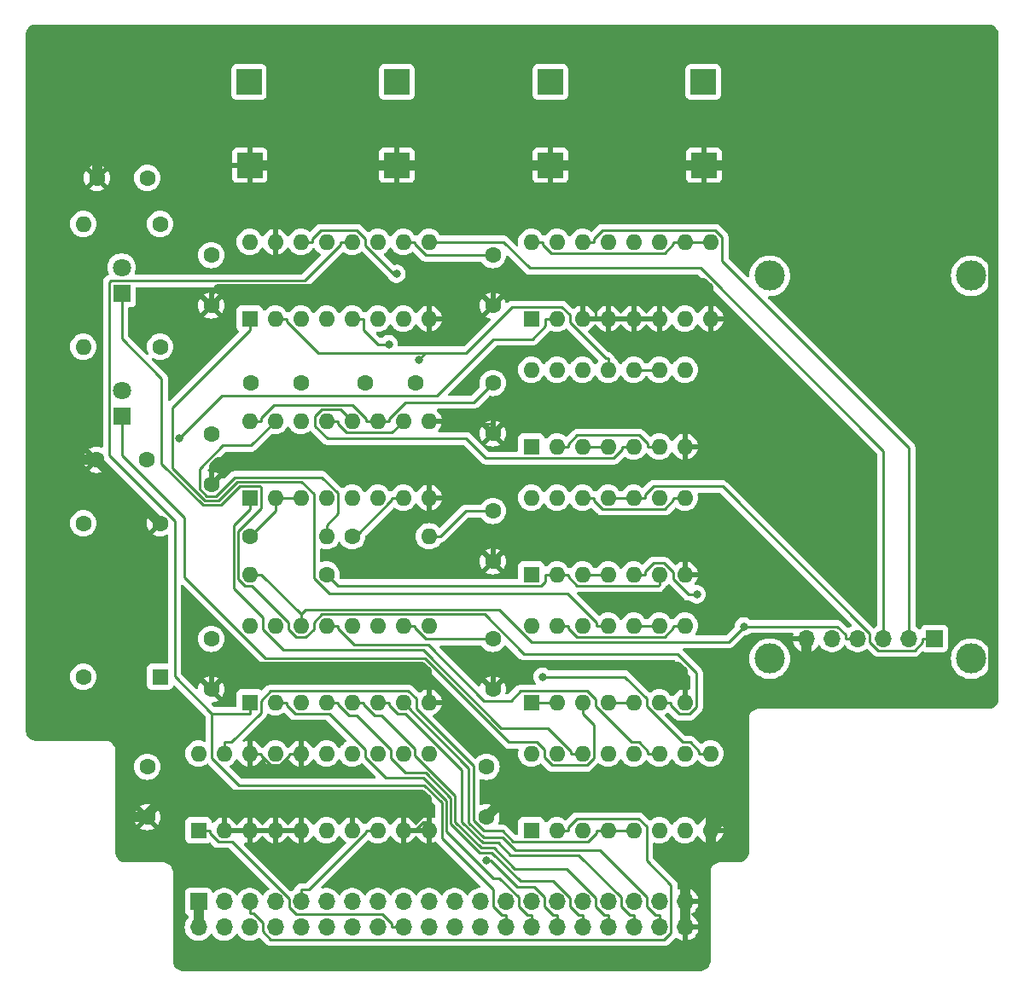
<source format=gbr>
%TF.GenerationSoftware,KiCad,Pcbnew,8.0.2*%
%TF.CreationDate,2025-01-27T08:13:52+01:00*%
%TF.ProjectId,sdcard-board,73646361-7264-42d6-926f-6172642e6b69,rev?*%
%TF.SameCoordinates,Original*%
%TF.FileFunction,Copper,L1,Top*%
%TF.FilePolarity,Positive*%
%FSLAX46Y46*%
G04 Gerber Fmt 4.6, Leading zero omitted, Abs format (unit mm)*
G04 Created by KiCad (PCBNEW 8.0.2) date 2025-01-27 08:13:52*
%MOMM*%
%LPD*%
G01*
G04 APERTURE LIST*
%TA.AperFunction,ComponentPad*%
%ADD10C,1.600000*%
%TD*%
%TA.AperFunction,ComponentPad*%
%ADD11R,1.600000X1.600000*%
%TD*%
%TA.AperFunction,ComponentPad*%
%ADD12O,1.600000X1.600000*%
%TD*%
%TA.AperFunction,ComponentPad*%
%ADD13R,1.700000X1.700000*%
%TD*%
%TA.AperFunction,ComponentPad*%
%ADD14O,1.700000X1.700000*%
%TD*%
%TA.AperFunction,ComponentPad*%
%ADD15R,1.800000X1.800000*%
%TD*%
%TA.AperFunction,ComponentPad*%
%ADD16C,1.800000*%
%TD*%
%TA.AperFunction,ComponentPad*%
%ADD17R,2.500000X2.500000*%
%TD*%
%TA.AperFunction,WasherPad*%
%ADD18C,3.000000*%
%TD*%
%TA.AperFunction,ViaPad*%
%ADD19C,0.800000*%
%TD*%
%TA.AperFunction,Conductor*%
%ADD20C,0.250000*%
%TD*%
%TA.AperFunction,Conductor*%
%ADD21C,1.000000*%
%TD*%
%TA.AperFunction,Conductor*%
%ADD22C,0.500000*%
%TD*%
G04 APERTURE END LIST*
D10*
%TO.P,C12,1*%
%TO.N,VCC*%
X74930000Y-102910000D03*
%TO.P,C12,2*%
%TO.N,GND*%
X74930000Y-107910000D03*
%TD*%
%TO.P,C4,1*%
%TO.N,VCC*%
X40640000Y-69845000D03*
%TO.P,C4,2*%
%TO.N,GND*%
X35640000Y-69845000D03*
%TD*%
D11*
%TO.P,U9,1,G*%
%TO.N,~{I{slash}O}*%
X45720000Y-134620000D03*
D12*
%TO.P,U9,2,P0*%
%TO.N,GND*%
X48260000Y-134620000D03*
%TO.P,U9,3,R0*%
X50800000Y-134620000D03*
%TO.P,U9,4,P1*%
X53340000Y-134620000D03*
%TO.P,U9,5,R1*%
X55880000Y-134620000D03*
%TO.P,U9,6,P2*%
%TO.N,A2*%
X58420000Y-134620000D03*
%TO.P,U9,7,R2*%
%TO.N,GND*%
X60960000Y-134620000D03*
%TO.P,U9,8,P3*%
%TO.N,A3*%
X63500000Y-134620000D03*
%TO.P,U9,9,R3*%
%TO.N,GND*%
X66040000Y-134620000D03*
%TO.P,U9,10,GND*%
X68580000Y-134620000D03*
%TO.P,U9,11,P4*%
%TO.N,A4*%
X68580000Y-127000000D03*
%TO.P,U9,12,R4*%
%TO.N,GND*%
X66040000Y-127000000D03*
%TO.P,U9,13,P5*%
%TO.N,A5*%
X63500000Y-127000000D03*
%TO.P,U9,14,R5*%
%TO.N,VCC*%
X60960000Y-127000000D03*
%TO.P,U9,15,P6*%
%TO.N,A6*%
X58420000Y-127000000D03*
%TO.P,U9,16,R6*%
%TO.N,GND*%
X55880000Y-127000000D03*
%TO.P,U9,17,P7*%
%TO.N,A7*%
X53340000Y-127000000D03*
%TO.P,U9,18,R7*%
%TO.N,GND*%
X50800000Y-127000000D03*
%TO.P,U9,19,P=R*%
%TO.N,Net-(U10-~{E0})*%
X48260000Y-127000000D03*
%TO.P,U9,20,VCC*%
%TO.N,VCC*%
X45720000Y-127000000D03*
%TD*%
D11*
%TO.P,U8,1,QB*%
%TO.N,D1*%
X50800000Y-121920000D03*
D12*
%TO.P,U8,2,QC*%
%TO.N,D2*%
X53340000Y-121920000D03*
%TO.P,U8,3,QD*%
%TO.N,D3*%
X55880000Y-121920000D03*
%TO.P,U8,4,QE*%
%TO.N,D4*%
X58420000Y-121920000D03*
%TO.P,U8,5,QF*%
%TO.N,D5*%
X60960000Y-121920000D03*
%TO.P,U8,6,QG*%
%TO.N,D6*%
X63500000Y-121920000D03*
%TO.P,U8,7,QH*%
%TO.N,D7*%
X66040000Y-121920000D03*
%TO.P,U8,8,GND*%
%TO.N,GND*%
X68580000Y-121920000D03*
%TO.P,U8,9,QH'*%
%TO.N,unconnected-(U8-QH'-Pad9)*%
X68580000Y-114300000D03*
%TO.P,U8,10,~{SRCLR}*%
%TO.N,VCC*%
X66040000Y-114300000D03*
%TO.P,U8,11,SRCLK*%
%TO.N,SDCLK*%
X63500000Y-114300000D03*
%TO.P,U8,12,RCLK*%
%TO.N,~{SDCLK}*%
X60960000Y-114300000D03*
%TO.P,U8,13,~{OE}*%
%TO.N,~{SER_RD}*%
X58420000Y-114300000D03*
%TO.P,U8,14,SER*%
%TO.N,MISO*%
X55880000Y-114300000D03*
%TO.P,U8,15,QA*%
%TO.N,D0*%
X53340000Y-114300000D03*
%TO.P,U8,16,VCC*%
%TO.N,VCC*%
X50800000Y-114300000D03*
%TD*%
D11*
%TO.P,U10,1,A0*%
%TO.N,A0*%
X78740000Y-134620000D03*
D12*
%TO.P,U10,2,A1*%
%TO.N,A1*%
X81280000Y-134620000D03*
%TO.P,U10,3,A2*%
%TO.N,R{slash}~{W}*%
X83820000Y-134620000D03*
%TO.P,U10,4,~{E0}*%
%TO.N,Net-(U10-~{E0})*%
X86360000Y-134620000D03*
%TO.P,U10,5,~{E1}*%
X88900000Y-134620000D03*
%TO.P,U10,6,E2*%
%TO.N,VCC*%
X91440000Y-134620000D03*
%TO.P,U10,7,~{Y7}*%
%TO.N,~{SDOUT_RESET}*%
X93980000Y-134620000D03*
%TO.P,U10,8,GND*%
%TO.N,GND*%
X96520000Y-134620000D03*
%TO.P,U10,9,~{Y6}*%
%TO.N,~{SDOUT_SET}*%
X96520000Y-127000000D03*
%TO.P,U10,10,~{Y5}*%
%TO.N,unconnected-(U10-~{Y5}-Pad10)*%
X93980000Y-127000000D03*
%TO.P,U10,11,~{Y4}*%
%TO.N,~{SER_RD}*%
X91440000Y-127000000D03*
%TO.P,U10,12,~{Y3}*%
%TO.N,~{SDCS_RESET}*%
X88900000Y-127000000D03*
%TO.P,U10,13,~{Y2}*%
%TO.N,~{SDCS_SET}*%
X86360000Y-127000000D03*
%TO.P,U10,14,~{Y1}*%
%TO.N,~{CLKSTART}*%
X83820000Y-127000000D03*
%TO.P,U10,15,~{Y0}*%
%TO.N,~{SER_WR}*%
X81280000Y-127000000D03*
%TO.P,U10,16,VCC*%
%TO.N,VCC*%
X78740000Y-127000000D03*
%TD*%
D10*
%TO.P,R4,1*%
%TO.N,VCC*%
X50810000Y-105420000D03*
D12*
%TO.P,R4,2*%
%TO.N,Net-(U1A-RCext)*%
X58430000Y-105420000D03*
%TD*%
D10*
%TO.P,C8,1*%
%TO.N,VCC*%
X40640000Y-128310000D03*
%TO.P,C8,2*%
%TO.N,GND*%
X40640000Y-133310000D03*
%TD*%
D13*
%TO.P,J1,1,Pin_1*%
%TO.N,VCC*%
X45720000Y-141695000D03*
D14*
%TO.P,J1,2,Pin_2*%
X45720000Y-144235000D03*
%TO.P,J1,3,Pin_3*%
%TO.N,A0*%
X48260000Y-141695000D03*
%TO.P,J1,4,Pin_4*%
%TO.N,R{slash}~{W}*%
X48260000Y-144235000D03*
%TO.P,J1,5,Pin_5*%
%TO.N,A1*%
X50800000Y-141695000D03*
%TO.P,J1,6,Pin_6*%
%TO.N,CLK*%
X50800000Y-144235000D03*
%TO.P,J1,7,Pin_7*%
%TO.N,A2*%
X53340000Y-141695000D03*
%TO.P,J1,8,Pin_8*%
%TO.N,unconnected-(J1-Pin_8-Pad8)*%
X53340000Y-144235000D03*
%TO.P,J1,9,Pin_9*%
%TO.N,A3*%
X55880000Y-141695000D03*
%TO.P,J1,10,Pin_10*%
%TO.N,~{RES}*%
X55880000Y-144235000D03*
%TO.P,J1,11,Pin_11*%
%TO.N,A4*%
X58420000Y-141695000D03*
%TO.P,J1,12,Pin_12*%
%TO.N,~{NMI}*%
X58420000Y-144235000D03*
%TO.P,J1,13,Pin_13*%
%TO.N,A5*%
X60960000Y-141695000D03*
%TO.P,J1,14,Pin_14*%
%TO.N,~{IRQ}*%
X60960000Y-144235000D03*
%TO.P,J1,15,Pin_15*%
%TO.N,A6*%
X63500000Y-141695000D03*
%TO.P,J1,16,Pin_16*%
%TO.N,unconnected-(J1-Pin_16-Pad16)*%
X63500000Y-144235000D03*
%TO.P,J1,17,Pin_17*%
%TO.N,A7*%
X66040000Y-141695000D03*
%TO.P,J1,18,Pin_18*%
%TO.N,~{I{slash}O}*%
X66040000Y-144235000D03*
%TO.P,J1,19,Pin_19*%
%TO.N,A8*%
X68580000Y-141695000D03*
%TO.P,J1,20,Pin_20*%
%TO.N,unconnected-(J1-Pin_20-Pad20)*%
X68580000Y-144235000D03*
%TO.P,J1,21,Pin_21*%
%TO.N,A9*%
X71120000Y-141695000D03*
%TO.P,J1,22,Pin_22*%
%TO.N,unconnected-(J1-Pin_22-Pad22)*%
X71120000Y-144235000D03*
%TO.P,J1,23,Pin_23*%
%TO.N,A10*%
X73660000Y-141695000D03*
%TO.P,J1,24,Pin_24*%
%TO.N,D0*%
X73660000Y-144235000D03*
%TO.P,J1,25,Pin_25*%
%TO.N,A11*%
X76200000Y-141695000D03*
%TO.P,J1,26,Pin_26*%
%TO.N,D1*%
X76200000Y-144235000D03*
%TO.P,J1,27,Pin_27*%
%TO.N,A12*%
X78740000Y-141695000D03*
%TO.P,J1,28,Pin_28*%
%TO.N,D2*%
X78740000Y-144235000D03*
%TO.P,J1,29,Pin_29*%
%TO.N,A13*%
X81280000Y-141695000D03*
%TO.P,J1,30,Pin_30*%
%TO.N,D3*%
X81280000Y-144235000D03*
%TO.P,J1,31,Pin_31*%
%TO.N,A14*%
X83820000Y-141695000D03*
%TO.P,J1,32,Pin_32*%
%TO.N,D4*%
X83820000Y-144235000D03*
%TO.P,J1,33,Pin_33*%
%TO.N,A15*%
X86360000Y-141695000D03*
%TO.P,J1,34,Pin_34*%
%TO.N,D5*%
X86360000Y-144235000D03*
%TO.P,J1,35,Pin_35*%
%TO.N,unconnected-(J1-Pin_35-Pad35)*%
X88900000Y-141695000D03*
%TO.P,J1,36,Pin_36*%
%TO.N,D6*%
X88900000Y-144235000D03*
%TO.P,J1,37,Pin_37*%
%TO.N,unconnected-(J1-Pin_37-Pad37)*%
X91440000Y-141695000D03*
%TO.P,J1,38,Pin_38*%
%TO.N,D7*%
X91440000Y-144235000D03*
%TO.P,J1,39,Pin_39*%
%TO.N,GND*%
X93980000Y-141695000D03*
%TO.P,J1,40,Pin_40*%
X93980000Y-144235000D03*
%TD*%
D11*
%TO.P,U1,1,A*%
%TO.N,~{CLKSTART}*%
X50800000Y-101600000D03*
D12*
%TO.P,U1,2,B*%
%TO.N,VCC*%
X53340000Y-101600000D03*
%TO.P,U1,3,Clr*%
X55880000Y-101600000D03*
%TO.P,U1,4,~{Q}*%
%TO.N,unconnected-(U1A-~{Q}-Pad4)*%
X58420000Y-101600000D03*
%TO.P,U1,5,Q*%
%TO.N,unconnected-(U1B-Q-Pad5)*%
X60960000Y-101600000D03*
%TO.P,U1,6,Cext*%
%TO.N,Net-(U1B-Cext)*%
X63500000Y-101600000D03*
%TO.P,U1,7,RCext*%
%TO.N,Net-(U1B-RCext)*%
X66040000Y-101600000D03*
%TO.P,U1,8,GND*%
%TO.N,GND*%
X68580000Y-101600000D03*
%TO.P,U1,9,A*%
X68580000Y-93980000D03*
%TO.P,U1,10,B*%
%TO.N,Net-(U1A-Q)*%
X66040000Y-93980000D03*
%TO.P,U1,11,Clr*%
%TO.N,VCC*%
X63500000Y-93980000D03*
%TO.P,U1,12,~{Q}*%
%TO.N,~{CLKSTART_DB}*%
X60960000Y-93980000D03*
%TO.P,U1,13,Q*%
%TO.N,Net-(U1A-Q)*%
X58420000Y-93980000D03*
%TO.P,U1,14,Cext*%
%TO.N,Net-(U1A-Cext)*%
X55880000Y-93980000D03*
%TO.P,U1,15,RCext*%
%TO.N,Net-(U1A-RCext)*%
X53340000Y-93980000D03*
%TO.P,U1,16,VCC*%
%TO.N,VCC*%
X50800000Y-93980000D03*
%TD*%
D11*
%TO.P,U3,1*%
%TO.N,~{CLKSTOP}*%
X78740000Y-96520000D03*
D12*
%TO.P,U3,2*%
%TO.N,SD_SPI*%
X81280000Y-96520000D03*
%TO.P,U3,3*%
%TO.N,Net-(U3-Pad3)*%
X83820000Y-96520000D03*
%TO.P,U3,4*%
X86360000Y-96520000D03*
%TO.P,U3,5*%
%TO.N,~{CLKSTART_DB}*%
X88900000Y-96520000D03*
%TO.P,U3,6*%
%TO.N,SD_SPI*%
X91440000Y-96520000D03*
%TO.P,U3,7,GND*%
%TO.N,GND*%
X93980000Y-96520000D03*
%TO.P,U3,8*%
%TO.N,~{CLKSTOP}*%
X93980000Y-88900000D03*
%TO.P,U3,9*%
%TO.N,CLKSTOP*%
X91440000Y-88900000D03*
%TO.P,U3,10*%
X88900000Y-88900000D03*
%TO.P,U3,11*%
%TO.N,~{SDCLK}*%
X86360000Y-88900000D03*
%TO.P,U3,12*%
%TO.N,SDCLK*%
X83820000Y-88900000D03*
%TO.P,U3,13*%
X81280000Y-88900000D03*
%TO.P,U3,14,VCC*%
%TO.N,VCC*%
X78740000Y-88900000D03*
%TD*%
D15*
%TO.P,D2,1,K*%
%TO.N,Net-(D2-K)*%
X38100000Y-93472000D03*
D16*
%TO.P,D2,2,A*%
%TO.N,Net-(D2-A)*%
X38100000Y-90932000D03*
%TD*%
D11*
%TO.P,U7,1,~{PL}*%
%TO.N,Net-(U7-~{PL})*%
X50800000Y-83820000D03*
D12*
%TO.P,U7,2,CP*%
%TO.N,~{SDCLK}*%
X53340000Y-83820000D03*
%TO.P,U7,3,D4*%
%TO.N,D4*%
X55880000Y-83820000D03*
%TO.P,U7,4,D5*%
%TO.N,D5*%
X58420000Y-83820000D03*
%TO.P,U7,5,D6*%
%TO.N,D6*%
X60960000Y-83820000D03*
%TO.P,U7,6,D7*%
%TO.N,D7*%
X63500000Y-83820000D03*
%TO.P,U7,7,~{Q7}*%
%TO.N,unconnected-(U7-~{Q7}-Pad7)*%
X66040000Y-83820000D03*
%TO.P,U7,8,GND*%
%TO.N,GND*%
X68580000Y-83820000D03*
%TO.P,U7,9,Q7*%
%TO.N,MOSI*%
X68580000Y-76200000D03*
%TO.P,U7,10,DS*%
%TO.N,VCC*%
X66040000Y-76200000D03*
%TO.P,U7,11,D0*%
%TO.N,D0*%
X63500000Y-76200000D03*
%TO.P,U7,12,D1*%
%TO.N,D1*%
X60960000Y-76200000D03*
%TO.P,U7,13,D2*%
%TO.N,D2*%
X58420000Y-76200000D03*
%TO.P,U7,14,D3*%
%TO.N,D3*%
X55880000Y-76200000D03*
%TO.P,U7,15,~{CE}*%
%TO.N,GND*%
X53340000Y-76200000D03*
%TO.P,U7,16,VCC*%
%TO.N,VCC*%
X50800000Y-76200000D03*
%TD*%
D10*
%TO.P,C13,1*%
%TO.N,VCC*%
X74930000Y-115610000D03*
%TO.P,C13,2*%
%TO.N,GND*%
X74930000Y-120610000D03*
%TD*%
%TO.P,R2,1*%
%TO.N,Net-(D1-A)*%
X41910000Y-74417000D03*
D12*
%TO.P,R2,2*%
%TO.N,VCC*%
X34290000Y-74417000D03*
%TD*%
D17*
%TO.P,TP2,1,1*%
%TO.N,MISO*%
X95811700Y-60325000D03*
%TD*%
D18*
%TO.P,J3,*%
%TO.N,*%
X122395000Y-79570000D03*
X102395000Y-79570000D03*
X122395000Y-117570000D03*
X102395000Y-117570000D03*
D13*
%TO.P,J3,1,Pin_1*%
%TO.N,~{CS}*%
X118745000Y-115570000D03*
D14*
%TO.P,J3,2,Pin_2*%
%TO.N,SDCLK*%
X116205000Y-115570000D03*
%TO.P,J3,3,Pin_3*%
%TO.N,MOSI*%
X113665000Y-115570000D03*
%TO.P,J3,4,Pin_4*%
%TO.N,MISO*%
X111125000Y-115570000D03*
%TO.P,J3,5,Pin_5*%
%TO.N,VCC*%
X108585000Y-115570000D03*
%TO.P,J3,6,Pin_6*%
%TO.N,GND*%
X106045000Y-115570000D03*
%TD*%
D17*
%TO.P,TP5,1,1*%
%TO.N,GND*%
X50800000Y-68580000D03*
%TD*%
D10*
%TO.P,C10,1*%
%TO.N,VCC*%
X74930000Y-77510000D03*
%TO.P,C10,2*%
%TO.N,GND*%
X74930000Y-82510000D03*
%TD*%
%TO.P,C7,1*%
%TO.N,VCC*%
X40600000Y-97825000D03*
%TO.P,C7,2*%
%TO.N,GND*%
X35600000Y-97825000D03*
%TD*%
D11*
%TO.P,X1,1,NC*%
%TO.N,unconnected-(X1-NC-Pad1)*%
X41910000Y-119380000D03*
D10*
%TO.P,X1,7,GND*%
%TO.N,GND*%
X41910000Y-104140000D03*
%TO.P,X1,8,OUT*%
%TO.N,16MHz*%
X34290000Y-104140000D03*
%TO.P,X1,14,Vcc*%
%TO.N,VCC*%
X34290000Y-119380000D03*
%TD*%
D17*
%TO.P,TP6,1,1*%
%TO.N,GND*%
X65405000Y-68580000D03*
%TD*%
D10*
%TO.P,C2,1*%
%TO.N,Net-(U1B-Cext)*%
X62240000Y-90180000D03*
%TO.P,C2,2*%
%TO.N,Net-(U1B-RCext)*%
X67240000Y-90180000D03*
%TD*%
%TO.P,C1,1*%
%TO.N,Net-(U1A-Cext)*%
X55930000Y-90220000D03*
%TO.P,C1,2*%
%TO.N,Net-(U1A-RCext)*%
X50930000Y-90220000D03*
%TD*%
D11*
%TO.P,U4,1*%
%TO.N,~{SDOUT_SET}*%
X78740000Y-109220000D03*
D12*
%TO.P,U4,2*%
%TO.N,Net-(R1-Pad1)*%
X81280000Y-109220000D03*
%TO.P,U4,3*%
%TO.N,Net-(U4-Pad3)*%
X83820000Y-109220000D03*
%TO.P,U4,4*%
X86360000Y-109220000D03*
%TO.P,U4,5*%
%TO.N,~{SDOUT_RESET}*%
X88900000Y-109220000D03*
%TO.P,U4,6*%
%TO.N,Net-(R1-Pad1)*%
X91440000Y-109220000D03*
%TO.P,U4,7,GND*%
%TO.N,GND*%
X93980000Y-109220000D03*
%TO.P,U4,8*%
%TO.N,Net-(U4-Pad12)*%
X93980000Y-101600000D03*
%TO.P,U4,9*%
%TO.N,~{SDCS_RESET}*%
X91440000Y-101600000D03*
%TO.P,U4,10*%
%TO.N,~{CS}*%
X88900000Y-101600000D03*
%TO.P,U4,11*%
X86360000Y-101600000D03*
%TO.P,U4,12*%
%TO.N,Net-(U4-Pad12)*%
X83820000Y-101600000D03*
%TO.P,U4,13*%
%TO.N,~{SDCS_SET}*%
X81280000Y-101600000D03*
%TO.P,U4,14,VCC*%
%TO.N,VCC*%
X78740000Y-101600000D03*
%TD*%
D10*
%TO.P,C6,1*%
%TO.N,VCC*%
X46990000Y-115610000D03*
%TO.P,C6,2*%
%TO.N,GND*%
X46990000Y-120610000D03*
%TD*%
D17*
%TO.P,TP7,1,1*%
%TO.N,GND*%
X80645000Y-68580000D03*
%TD*%
D10*
%TO.P,C3,1*%
%TO.N,VCC*%
X74295000Y-128310000D03*
%TO.P,C3,2*%
%TO.N,GND*%
X74295000Y-133310000D03*
%TD*%
D15*
%TO.P,D1,1,K*%
%TO.N,Net-(D1-K)*%
X38100000Y-81280000D03*
D16*
%TO.P,D1,2,A*%
%TO.N,Net-(D1-A)*%
X38100000Y-78740000D03*
%TD*%
D10*
%TO.P,C11,1*%
%TO.N,VCC*%
X74930000Y-90210000D03*
%TO.P,C11,2*%
%TO.N,GND*%
X74930000Y-95210000D03*
%TD*%
D17*
%TO.P,TP3,1,1*%
%TO.N,SDCLK*%
X50726700Y-60325000D03*
%TD*%
D10*
%TO.P,C5,1*%
%TO.N,VCC*%
X46990000Y-95290000D03*
%TO.P,C5,2*%
%TO.N,GND*%
X46990000Y-100290000D03*
%TD*%
D17*
%TO.P,TP8,1,1*%
%TO.N,GND*%
X95885000Y-68580000D03*
%TD*%
%TO.P,TP1,1,1*%
%TO.N,MOSI*%
X80645000Y-60325000D03*
%TD*%
%TO.P,TP4,1,1*%
%TO.N,~{CS}*%
X65405000Y-60325000D03*
%TD*%
D11*
%TO.P,U5,1,~{MR}*%
%TO.N,SD_SPI*%
X78740000Y-83820000D03*
D12*
%TO.P,U5,2,CP*%
%TO.N,16MHz*%
X81280000Y-83820000D03*
%TO.P,U5,3,D0*%
%TO.N,GND*%
X83820000Y-83820000D03*
%TO.P,U5,4,D1*%
X86360000Y-83820000D03*
%TO.P,U5,5,D2*%
X88900000Y-83820000D03*
%TO.P,U5,6,D3*%
X91440000Y-83820000D03*
%TO.P,U5,7,CEP*%
%TO.N,VCC*%
X93980000Y-83820000D03*
%TO.P,U5,8,GND*%
%TO.N,GND*%
X96520000Y-83820000D03*
%TO.P,U5,9,~{PE}*%
%TO.N,VCC*%
X96520000Y-76200000D03*
%TO.P,U5,10,CET*%
X93980000Y-76200000D03*
%TO.P,U5,11,Q3*%
%TO.N,unconnected-(U5-Q3-Pad11)*%
X91440000Y-76200000D03*
%TO.P,U5,12,Q2*%
%TO.N,unconnected-(U5-Q2-Pad12)*%
X88900000Y-76200000D03*
%TO.P,U5,13,Q1*%
%TO.N,unconnected-(U5-Q1-Pad13)*%
X86360000Y-76200000D03*
%TO.P,U5,14,Q0*%
%TO.N,SDCLK*%
X83820000Y-76200000D03*
%TO.P,U5,15,TC*%
%TO.N,CLKSTOP*%
X81280000Y-76200000D03*
%TO.P,U5,16,VCC*%
%TO.N,VCC*%
X78740000Y-76200000D03*
%TD*%
D10*
%TO.P,C9,1*%
%TO.N,VCC*%
X46990000Y-77510000D03*
%TO.P,C9,2*%
%TO.N,GND*%
X46990000Y-82510000D03*
%TD*%
%TO.P,R1,1*%
%TO.N,Net-(R1-Pad1)*%
X58420000Y-109220000D03*
D12*
%TO.P,R1,2*%
%TO.N,MISO*%
X50800000Y-109220000D03*
%TD*%
D11*
%TO.P,U6,1*%
%TO.N,~{CS}*%
X78740000Y-121920000D03*
D12*
%TO.P,U6,2*%
X81280000Y-121920000D03*
%TO.P,U6,3*%
%TO.N,Net-(D2-K)*%
X83820000Y-121920000D03*
%TO.P,U6,4*%
%TO.N,SD_SPI*%
X86360000Y-121920000D03*
%TO.P,U6,5*%
X88900000Y-121920000D03*
%TO.P,U6,6*%
%TO.N,Net-(D1-K)*%
X91440000Y-121920000D03*
%TO.P,U6,7,GND*%
%TO.N,GND*%
X93980000Y-121920000D03*
%TO.P,U6,8*%
%TO.N,Net-(U6-Pad13)*%
X93980000Y-114300000D03*
%TO.P,U6,9*%
%TO.N,~{SER_WR}*%
X91440000Y-114300000D03*
%TO.P,U6,10*%
X88900000Y-114300000D03*
%TO.P,U6,11*%
%TO.N,Net-(U7-~{PL})*%
X86360000Y-114300000D03*
%TO.P,U6,12*%
%TO.N,CLK*%
X83820000Y-114300000D03*
%TO.P,U6,13*%
%TO.N,Net-(U6-Pad13)*%
X81280000Y-114300000D03*
%TO.P,U6,14,VCC*%
%TO.N,VCC*%
X78740000Y-114300000D03*
%TD*%
D10*
%TO.P,R3,1*%
%TO.N,Net-(D2-A)*%
X41910000Y-86609000D03*
D12*
%TO.P,R3,2*%
%TO.N,VCC*%
X34290000Y-86609000D03*
%TD*%
D10*
%TO.P,R5,1*%
%TO.N,Net-(U1B-RCext)*%
X60970000Y-105420000D03*
D12*
%TO.P,R5,2*%
%TO.N,VCC*%
X68590000Y-105420000D03*
%TD*%
D19*
%TO.N,D3*%
X74307800Y-137650200D03*
X65373300Y-79369400D03*
%TO.N,D6*%
X64595800Y-86360000D03*
%TO.N,MISO*%
X99833700Y-114385100D03*
%TO.N,~{SDOUT_SET}*%
X79865200Y-119379600D03*
%TO.N,~{SDOUT_RESET}*%
X95170500Y-111186700D03*
%TO.N,16MHz*%
X43847700Y-95713300D03*
%TO.N,~{SDCLK}*%
X67564000Y-87884000D03*
%TD*%
D20*
%TO.N,Net-(U1A-RCext)*%
X50904800Y-96415200D02*
X53340000Y-93980000D01*
X58430000Y-105420000D02*
X58430000Y-104294900D01*
X48149100Y-96415200D02*
X50904800Y-96415200D01*
X45825800Y-100732500D02*
X45825800Y-98738500D01*
X57986900Y-99574600D02*
X49311600Y-99574600D01*
X47445000Y-101441200D02*
X46534500Y-101441200D01*
X59555000Y-101142700D02*
X57986900Y-99574600D01*
X59555000Y-103169900D02*
X59555000Y-101142700D01*
X58430000Y-104294900D02*
X59555000Y-103169900D01*
X46534500Y-101441200D02*
X45825800Y-100732500D01*
X49311600Y-99574600D02*
X47445000Y-101441200D01*
X45825800Y-98738500D02*
X48149100Y-96415200D01*
%TO.N,Net-(U1B-RCext)*%
X64914900Y-101833100D02*
X64914900Y-101600000D01*
X61328000Y-105420000D02*
X64914900Y-101833100D01*
X66040000Y-101600000D02*
X64914900Y-101600000D01*
X60970000Y-105420000D02*
X61328000Y-105420000D01*
%TO.N,VCC*%
X79865100Y-76200000D02*
X79865100Y-76481300D01*
X68241900Y-115610000D02*
X67165100Y-114533200D01*
X51925100Y-93698700D02*
X53243200Y-92380600D01*
X63500000Y-93980000D02*
X64625100Y-93980000D01*
X53340000Y-101600000D02*
X54754900Y-101600000D01*
X68241900Y-77510000D02*
X67165100Y-76433200D01*
X72225100Y-102910000D02*
X69715100Y-105420000D01*
X73017500Y-92122500D02*
X66249400Y-92122500D01*
X67165100Y-114533200D02*
X67165100Y-114300000D01*
X68590000Y-105420000D02*
X69715100Y-105420000D01*
X93980000Y-76200000D02*
X92854900Y-76200000D01*
X53340000Y-101600000D02*
X53340000Y-102890000D01*
X55880000Y-101600000D02*
X54754900Y-101600000D01*
X79865100Y-76481300D02*
X80717200Y-77333400D01*
X64625100Y-93746800D02*
X64625100Y-93980000D01*
X74930000Y-115610000D02*
X68241900Y-115610000D01*
X91954600Y-77333400D02*
X92854900Y-76433100D01*
X93980000Y-76200000D02*
X96520000Y-76200000D01*
X74930000Y-77510000D02*
X68241900Y-77510000D01*
X50800000Y-93980000D02*
X51925100Y-93980000D01*
X67165100Y-76433200D02*
X67165100Y-76200000D01*
X80717200Y-77333400D02*
X91954600Y-77333400D01*
X74930000Y-90210000D02*
X73017500Y-92122500D01*
X66040000Y-114300000D02*
X67165100Y-114300000D01*
X92854900Y-76433100D02*
X92854900Y-76200000D01*
X66040000Y-76200000D02*
X67165100Y-76200000D01*
X51925100Y-93980000D02*
X51925100Y-93698700D01*
X53340000Y-102890000D02*
X50810000Y-105420000D01*
X53243200Y-92380600D02*
X61008600Y-92380600D01*
X62374900Y-93746900D02*
X62374900Y-93980000D01*
X63500000Y-93980000D02*
X62374900Y-93980000D01*
X74930000Y-102910000D02*
X72225100Y-102910000D01*
X61008600Y-92380600D02*
X62374900Y-93746900D01*
D21*
X45720000Y-144235000D02*
X45720000Y-141695000D01*
D20*
X66249400Y-92122500D02*
X64625100Y-93746800D01*
X78740000Y-76200000D02*
X79865100Y-76200000D01*
%TO.N,GND*%
X67982500Y-133802600D02*
X67165100Y-134620000D01*
D22*
X40640000Y-132715000D02*
X40640000Y-133310000D01*
D21*
X31115000Y-97790000D02*
X31750000Y-97790000D01*
X35600000Y-97825000D02*
X35600000Y-97830000D01*
D22*
X68580000Y-98425000D02*
X67945000Y-97790000D01*
D21*
X30480000Y-62865000D02*
X30480000Y-97155000D01*
X123825000Y-120650000D02*
X124595000Y-119880000D01*
X99060000Y-132080000D02*
X99060000Y-122555000D01*
X99060000Y-122555000D02*
X100965000Y-120650000D01*
D22*
X74930000Y-118745000D02*
X74930000Y-120610000D01*
X68580000Y-83820000D02*
X68580000Y-81280000D01*
X41275000Y-131445000D02*
X41275000Y-132080000D01*
D21*
X95885000Y-137160000D02*
X96520000Y-136525000D01*
X95250000Y-130810000D02*
X76200000Y-130810000D01*
D22*
X48260000Y-134620000D02*
X50800000Y-134620000D01*
X47625000Y-118110000D02*
X46990000Y-118745000D01*
D20*
X74930000Y-94274000D02*
X69999100Y-94274000D01*
D22*
X46990000Y-118745000D02*
X46990000Y-120610000D01*
D21*
X121285000Y-68580000D02*
X113030000Y-60325000D01*
X35640000Y-60245000D02*
X35640000Y-69845000D01*
D22*
X60735000Y-130810000D02*
X51319600Y-130810000D01*
D21*
X38735000Y-125095000D02*
X38735000Y-133350000D01*
D20*
X51925100Y-127176200D02*
X52874000Y-128125100D01*
X55880000Y-127000000D02*
X54754900Y-127000000D01*
D22*
X50800000Y-134620000D02*
X53340000Y-134620000D01*
X75565000Y-105410000D02*
X74930000Y-106045000D01*
X96520000Y-80645000D02*
X95885000Y-80010000D01*
D21*
X105410000Y-120650000D02*
X106045000Y-120015000D01*
X38735000Y-133350000D02*
X38775000Y-133310000D01*
X30480000Y-97155000D02*
X31115000Y-97790000D01*
D20*
X53340000Y-132830400D02*
X53340000Y-134620000D01*
X52874000Y-128125100D02*
X53806000Y-128125100D01*
D21*
X104775000Y-120650000D02*
X105410000Y-120650000D01*
X106045000Y-120015000D02*
X106045000Y-115570000D01*
X95250000Y-137160000D02*
X95885000Y-137160000D01*
D22*
X93345000Y-118110000D02*
X75565000Y-118110000D01*
D21*
X105410000Y-120650000D02*
X123825000Y-120650000D01*
X113030000Y-59055000D02*
X110490000Y-56515000D01*
X31785000Y-97825000D02*
X35600000Y-97825000D01*
D22*
X47625000Y-80645000D02*
X46990000Y-81280000D01*
X67945000Y-97790000D02*
X47625000Y-97790000D01*
X67945000Y-80645000D02*
X47625000Y-80645000D01*
D21*
X110490000Y-56515000D02*
X39370000Y-56515000D01*
D22*
X93980000Y-118745000D02*
X93345000Y-118110000D01*
X74930000Y-94274000D02*
X74930000Y-95210000D01*
D21*
X75565000Y-131445000D02*
X75565000Y-132040000D01*
X100965000Y-120650000D02*
X104775000Y-120650000D01*
X33100000Y-60245000D02*
X30480000Y-62865000D01*
D20*
X60960000Y-131035000D02*
X60960000Y-134620000D01*
D21*
X35600000Y-97830000D02*
X41910000Y-104140000D01*
D22*
X53340000Y-134620000D02*
X55880000Y-134620000D01*
D21*
X95885000Y-68580000D02*
X80645000Y-68580000D01*
X96520000Y-132080000D02*
X95250000Y-130810000D01*
D20*
X86360000Y-83820000D02*
X85090000Y-83820000D01*
D22*
X93980000Y-96520000D02*
X93980000Y-93345000D01*
D21*
X32385000Y-123825000D02*
X37465000Y-123825000D01*
X65405000Y-68580000D02*
X53340000Y-68580000D01*
D22*
X75565000Y-80010000D02*
X74930000Y-80645000D01*
D21*
X37465000Y-123825000D02*
X38735000Y-125095000D01*
D22*
X41275000Y-132080000D02*
X40640000Y-132715000D01*
X93345000Y-105410000D02*
X75565000Y-105410000D01*
D21*
X35640000Y-60245000D02*
X33100000Y-60245000D01*
X113030000Y-60325000D02*
X113030000Y-59055000D01*
X96520000Y-136525000D02*
X96520000Y-134620000D01*
X38775000Y-133310000D02*
X40640000Y-133310000D01*
X93980000Y-141695000D02*
X93980000Y-138430000D01*
X31115000Y-122555000D02*
X32385000Y-123825000D01*
D20*
X53806000Y-128125100D02*
X54754900Y-127176200D01*
X51319600Y-130810000D02*
X53340000Y-132830400D01*
D22*
X74930000Y-93345000D02*
X74930000Y-94274000D01*
X93980000Y-106045000D02*
X93345000Y-105410000D01*
D21*
X75565000Y-132040000D02*
X74295000Y-133310000D01*
D22*
X46990000Y-98425000D02*
X46990000Y-100290000D01*
D21*
X124595000Y-71890000D02*
X121285000Y-68580000D01*
D20*
X60735000Y-130810000D02*
X60960000Y-131035000D01*
D22*
X75565000Y-118110000D02*
X74930000Y-118745000D01*
D21*
X104775000Y-120650000D02*
X105410000Y-120650000D01*
D22*
X93980000Y-93345000D02*
X93345000Y-92710000D01*
X75565000Y-92710000D02*
X74930000Y-93345000D01*
D20*
X68580000Y-93980000D02*
X69705100Y-93980000D01*
D22*
X46990000Y-81280000D02*
X46990000Y-82510000D01*
X95885000Y-80010000D02*
X85090000Y-80010000D01*
X67945000Y-130810000D02*
X60735000Y-130810000D01*
X93980000Y-121920000D02*
X93980000Y-118745000D01*
X96520000Y-83820000D02*
X96520000Y-80645000D01*
D20*
X86360000Y-83820000D02*
X88900000Y-83820000D01*
D21*
X121285000Y-68580000D02*
X95885000Y-68580000D01*
D20*
X68580000Y-133802600D02*
X67982500Y-133802600D01*
D22*
X51319600Y-130810000D02*
X41910000Y-130810000D01*
D20*
X66040000Y-134620000D02*
X67165100Y-134620000D01*
D21*
X93980000Y-144235000D02*
X93980000Y-141695000D01*
X39370000Y-56515000D02*
X35640000Y-60245000D01*
D22*
X68580000Y-134620000D02*
X68580000Y-133802600D01*
X68580000Y-81280000D02*
X67945000Y-80645000D01*
D21*
X124595000Y-119880000D02*
X124595000Y-71890000D01*
D22*
X47625000Y-97790000D02*
X46990000Y-98425000D01*
D21*
X31750000Y-97790000D02*
X31785000Y-97825000D01*
D22*
X74930000Y-80645000D02*
X74930000Y-82510000D01*
D20*
X85090000Y-83820000D02*
X83820000Y-83820000D01*
D22*
X68580000Y-121920000D02*
X68580000Y-118745000D01*
D20*
X88900000Y-83820000D02*
X91440000Y-83820000D01*
D21*
X76200000Y-130810000D02*
X75565000Y-131445000D01*
D20*
X53340000Y-68580000D02*
X53340000Y-76200000D01*
D22*
X68580000Y-133802600D02*
X68580000Y-131445000D01*
D21*
X31115000Y-97790000D02*
X31115000Y-122555000D01*
D22*
X74930000Y-106045000D02*
X74930000Y-107910000D01*
X93345000Y-92710000D02*
X75565000Y-92710000D01*
D20*
X85090000Y-83820000D02*
X85090000Y-80010000D01*
D21*
X80645000Y-68580000D02*
X65405000Y-68580000D01*
D20*
X50800000Y-127000000D02*
X51925100Y-127000000D01*
D22*
X93980000Y-109220000D02*
X93980000Y-106045000D01*
X41910000Y-130810000D02*
X41275000Y-131445000D01*
D20*
X54754900Y-127176200D02*
X54754900Y-127000000D01*
D22*
X68580000Y-118745000D02*
X67945000Y-118110000D01*
D20*
X69999100Y-94274000D02*
X69705100Y-93980000D01*
X51925100Y-127000000D02*
X51925100Y-127176200D01*
D22*
X85090000Y-80010000D02*
X75565000Y-80010000D01*
X68580000Y-101600000D02*
X68580000Y-98425000D01*
X68580000Y-131445000D02*
X67945000Y-130810000D01*
D21*
X53340000Y-68580000D02*
X50800000Y-68580000D01*
X96520000Y-134620000D02*
X99060000Y-132080000D01*
D22*
X67945000Y-118110000D02*
X47625000Y-118110000D01*
D21*
X96520000Y-134620000D02*
X96520000Y-132080000D01*
X93980000Y-138430000D02*
X95250000Y-137160000D01*
D20*
%TO.N,Net-(D1-K)*%
X54610000Y-114658600D02*
X55393500Y-115442100D01*
X51850700Y-100474800D02*
X51978400Y-100602500D01*
X42069300Y-89790900D02*
X42069300Y-98258700D01*
X49657400Y-104968100D02*
X49657400Y-109699600D01*
X93218300Y-117099900D02*
X95131800Y-119013400D01*
X92565100Y-122201300D02*
X92565100Y-121920000D01*
X38100000Y-85821600D02*
X42069300Y-89790900D01*
X95131800Y-119013400D02*
X95131800Y-122403400D01*
X47972200Y-102341700D02*
X49839100Y-100474800D01*
X38100000Y-81280000D02*
X38100000Y-85821600D01*
X50304800Y-110347000D02*
X51008500Y-110347000D01*
X51008500Y-110347000D02*
X54610000Y-113948500D01*
X94460100Y-123075100D02*
X93438900Y-123075100D01*
X49839100Y-100474800D02*
X51850700Y-100474800D01*
X56343800Y-115442100D02*
X57150000Y-114635900D01*
X78017500Y-117099900D02*
X93218300Y-117099900D01*
X57150000Y-113967200D02*
X57949400Y-113167800D01*
X57150000Y-114635900D02*
X57150000Y-113967200D01*
X74085400Y-113167800D02*
X78017500Y-117099900D01*
X55393500Y-115442100D02*
X56343800Y-115442100D01*
X51978400Y-102647100D02*
X49657400Y-104968100D01*
X54610000Y-113948500D02*
X54610000Y-114658600D01*
X51978400Y-100602500D02*
X51978400Y-102647100D01*
X46152300Y-102341700D02*
X47972200Y-102341700D01*
X95131800Y-122403400D02*
X94460100Y-123075100D01*
X49657400Y-109699600D02*
X50304800Y-110347000D01*
X93438900Y-123075100D02*
X92565100Y-122201300D01*
X57949400Y-113167800D02*
X74085400Y-113167800D01*
X91440000Y-121920000D02*
X92565100Y-121920000D01*
X42069300Y-98258700D02*
X46152300Y-102341700D01*
%TO.N,Net-(D2-K)*%
X79254100Y-125874800D02*
X76523500Y-125874800D01*
X84956500Y-127473100D02*
X84263400Y-128166200D01*
X84263400Y-128166200D02*
X80789500Y-128166200D01*
X76523500Y-125874800D02*
X68183500Y-117534800D01*
X80010000Y-127386700D02*
X80010000Y-126630700D01*
X38100000Y-97377000D02*
X38100000Y-93472000D01*
X80789500Y-128166200D02*
X80010000Y-127386700D01*
X44327600Y-109480300D02*
X44327600Y-103604600D01*
X83820000Y-123045100D02*
X84956500Y-124181600D01*
X52382100Y-117534800D02*
X44327600Y-109480300D01*
X80010000Y-126630700D02*
X79254100Y-125874800D01*
X83820000Y-121920000D02*
X83820000Y-123045100D01*
X84956500Y-124181600D02*
X84956500Y-127473100D01*
X44327600Y-103604600D02*
X38100000Y-97377000D01*
X68183500Y-117534800D02*
X52382100Y-117534800D01*
%TO.N,D1*%
X68117900Y-130135200D02*
X69848700Y-131866000D01*
X69848700Y-135430000D02*
X74930000Y-140511300D01*
X56261400Y-80054800D02*
X37027900Y-80054800D01*
X59834900Y-76481300D02*
X56261400Y-80054800D01*
X74930000Y-142155200D02*
X75834700Y-143059900D01*
X74930000Y-140511300D02*
X74930000Y-142155200D01*
X43353700Y-103904000D02*
X43353700Y-119343900D01*
X47054900Y-123045100D02*
X47054900Y-127451600D01*
X50800000Y-121920000D02*
X50800000Y-123045100D01*
X47054900Y-123045100D02*
X50800000Y-123045100D01*
X60960000Y-76200000D02*
X59834900Y-76200000D01*
X69848700Y-131866000D02*
X69848700Y-135430000D01*
X75834700Y-143059900D02*
X76200000Y-143059900D01*
X37027900Y-80054800D02*
X36874800Y-80207900D01*
X36874800Y-80207900D02*
X36874800Y-97425100D01*
X47054900Y-127451600D02*
X49738500Y-130135200D01*
X43353700Y-119343900D02*
X47054900Y-123045100D01*
X49738500Y-130135200D02*
X68117900Y-130135200D01*
X76200000Y-144235000D02*
X76200000Y-143059900D01*
X36874800Y-97425100D02*
X43353700Y-103904000D01*
X59834900Y-76200000D02*
X59834900Y-76481300D01*
%TO.N,D2*%
X70298800Y-134718500D02*
X74965400Y-139385100D01*
X58674600Y-123045100D02*
X62230000Y-126600500D01*
X62230000Y-127340200D02*
X64265800Y-129376000D01*
X54465100Y-122201400D02*
X55308800Y-123045100D01*
X64265800Y-129376000D02*
X67995400Y-129376000D01*
X62230000Y-126600500D02*
X62230000Y-127340200D01*
X67995400Y-129376000D02*
X70298800Y-131679400D01*
X70298800Y-131679400D02*
X70298800Y-134718500D01*
X74965400Y-139385100D02*
X75588400Y-139385100D01*
X75588400Y-139385100D02*
X77470000Y-141266700D01*
X78374700Y-143059900D02*
X78740000Y-143059900D01*
X53340000Y-121920000D02*
X54465100Y-121920000D01*
X77470000Y-142155200D02*
X78374700Y-143059900D01*
X54465100Y-121920000D02*
X54465100Y-122201400D01*
X78740000Y-144235000D02*
X78740000Y-143059900D01*
X55308800Y-123045100D02*
X58674600Y-123045100D01*
X77470000Y-141266700D02*
X77470000Y-142155200D01*
%TO.N,D3*%
X74704500Y-137650200D02*
X77312800Y-140258500D01*
X77312800Y-140258500D02*
X79025700Y-140258500D01*
X57005100Y-75918700D02*
X57875900Y-75047900D01*
X62230000Y-75867900D02*
X62230000Y-76535300D01*
X79025700Y-140258500D02*
X80010000Y-141242800D01*
X80914700Y-143059900D02*
X81280000Y-143059900D01*
X57875900Y-75047900D02*
X61410000Y-75047900D01*
X57005100Y-76200000D02*
X57005100Y-75918700D01*
X65064100Y-79369400D02*
X65373300Y-79369400D01*
X80010000Y-142155200D02*
X80914700Y-143059900D01*
X80010000Y-141242800D02*
X80010000Y-142155200D01*
X62230000Y-76535300D02*
X65064100Y-79369400D01*
X81280000Y-144235000D02*
X81280000Y-143059900D01*
X55880000Y-76200000D02*
X57005100Y-76200000D01*
X74307800Y-137650200D02*
X74704500Y-137650200D01*
X61410000Y-75047900D02*
X62230000Y-75867900D01*
%TO.N,D4*%
X82550000Y-141302400D02*
X82550000Y-142155200D01*
X82550000Y-142155200D02*
X83454700Y-143059900D01*
X59545100Y-122111800D02*
X60664800Y-123231500D01*
X68250100Y-128925800D02*
X70748900Y-131424600D01*
X74835700Y-136826500D02*
X77685100Y-139675900D01*
X83820000Y-144235000D02*
X83820000Y-143059900D01*
X59545100Y-121920000D02*
X59545100Y-122111800D01*
X66279700Y-128925800D02*
X68250100Y-128925800D01*
X70748900Y-131424600D02*
X70748900Y-133963000D01*
X60664800Y-123231500D02*
X61391000Y-123231500D01*
X73612400Y-136826500D02*
X74835700Y-136826500D01*
X64770000Y-126610500D02*
X64770000Y-127416100D01*
X80923500Y-139675900D02*
X82550000Y-141302400D01*
X64770000Y-127416100D02*
X66279700Y-128925800D01*
X77685100Y-139675900D02*
X80923500Y-139675900D01*
X61391000Y-123231500D02*
X64770000Y-126610500D01*
X70748900Y-133963000D02*
X73612400Y-136826500D01*
X58420000Y-121920000D02*
X59545100Y-121920000D01*
X83454700Y-143059900D02*
X83820000Y-143059900D01*
%TO.N,D5*%
X85090000Y-142155200D02*
X85994700Y-143059900D01*
X86360000Y-144235000D02*
X86360000Y-143059900D01*
X60960000Y-121920000D02*
X62085100Y-121920000D01*
X63914100Y-123231500D02*
X67165200Y-126482600D01*
X82239300Y-138451800D02*
X85090000Y-141302500D01*
X62085100Y-121920000D02*
X62085100Y-122120200D01*
X85994700Y-143059900D02*
X86360000Y-143059900D01*
X77097600Y-138451800D02*
X82239300Y-138451800D01*
X71199100Y-133776600D02*
X73798900Y-136376400D01*
X75022200Y-136376400D02*
X77097600Y-138451800D01*
X63196400Y-123231500D02*
X63914100Y-123231500D01*
X62085100Y-122120200D02*
X63196400Y-123231500D01*
X71199100Y-131210300D02*
X71199100Y-133776600D01*
X67165200Y-126482600D02*
X67165200Y-127176400D01*
X67165200Y-127176400D02*
X71199100Y-131210300D01*
X85090000Y-141302500D02*
X85090000Y-142155200D01*
X73798900Y-136376400D02*
X75022200Y-136376400D01*
%TO.N,D6*%
X71874100Y-133814900D02*
X73919500Y-135860300D01*
X87630000Y-142155200D02*
X88534700Y-143059900D01*
X62085100Y-84945100D02*
X62085100Y-83820000D01*
X63500000Y-86360000D02*
X62085100Y-84945100D01*
X73919500Y-135860300D02*
X75461100Y-135860300D01*
X62085100Y-83820000D02*
X60960000Y-83820000D01*
X76672100Y-137071300D02*
X83410400Y-137071300D01*
X64625100Y-121920000D02*
X64625100Y-122201400D01*
X87630000Y-141290900D02*
X87630000Y-142155200D01*
X75461100Y-135860300D02*
X76672100Y-137071300D01*
X83410400Y-137071300D02*
X87630000Y-141290900D01*
X66264400Y-123045100D02*
X71874100Y-128654800D01*
X88534700Y-143059900D02*
X88900000Y-143059900D01*
X64625100Y-122201400D02*
X65468800Y-123045100D01*
X88900000Y-144235000D02*
X88900000Y-143059900D01*
X71874100Y-128654800D02*
X71874100Y-133814900D01*
X64595800Y-86360000D02*
X63500000Y-86360000D01*
X65468800Y-123045100D02*
X66264400Y-123045100D01*
X63500000Y-121920000D02*
X64625100Y-121920000D01*
%TO.N,D7*%
X77176700Y-136621100D02*
X75900000Y-135344400D01*
X85550500Y-136621100D02*
X77176700Y-136621100D01*
X90170000Y-141240600D02*
X85550500Y-136621100D01*
X72549300Y-128429300D02*
X66040000Y-121920000D01*
X74040100Y-135344400D02*
X72549300Y-133853600D01*
X91440000Y-143059900D02*
X91074700Y-143059900D01*
X91440000Y-144235000D02*
X91440000Y-143059900D01*
X91074700Y-143059900D02*
X90170000Y-142155200D01*
X90170000Y-142155200D02*
X90170000Y-141240600D01*
X72549300Y-133853600D02*
X72549300Y-128429300D01*
X75900000Y-135344400D02*
X74040100Y-135344400D01*
%TO.N,A1*%
X91929200Y-145457300D02*
X92618300Y-144768200D01*
X52887200Y-145457300D02*
X91929200Y-145457300D01*
X50800000Y-142870100D02*
X51165200Y-142870100D01*
X82405100Y-134338700D02*
X82405100Y-134620000D01*
X90170000Y-137613000D02*
X90170000Y-134263000D01*
X92618300Y-144768200D02*
X92618300Y-140061300D01*
X81280000Y-134620000D02*
X82405100Y-134620000D01*
X83277200Y-133466600D02*
X82405100Y-134338700D01*
X92618300Y-140061300D02*
X90170000Y-137613000D01*
X52070000Y-144640100D02*
X52887200Y-145457300D01*
X52070000Y-143774900D02*
X52070000Y-144640100D01*
X89373600Y-133466600D02*
X83277200Y-133466600D01*
X50800000Y-141695000D02*
X50800000Y-142870100D01*
X90170000Y-134263000D02*
X89373600Y-133466600D01*
X51165200Y-142870100D02*
X52070000Y-143774900D01*
%TO.N,~{CS}*%
X90870500Y-100473300D02*
X97703000Y-100473300D01*
X81280000Y-121920000D02*
X78740000Y-121920000D01*
X90025100Y-101318700D02*
X90870500Y-100473300D01*
X112340500Y-115110800D02*
X112340500Y-115952400D01*
X97703000Y-100473300D02*
X112340500Y-115110800D01*
X116762100Y-116745100D02*
X117569900Y-115937300D01*
X86360000Y-101600000D02*
X88900000Y-101600000D01*
X112340500Y-115952400D02*
X113133200Y-116745100D01*
X113133200Y-116745100D02*
X116762100Y-116745100D01*
X88900000Y-101600000D02*
X90025100Y-101600000D01*
X118745000Y-115570000D02*
X117569900Y-115570000D01*
X90025100Y-101600000D02*
X90025100Y-101318700D01*
X117569900Y-115937300D02*
X117569900Y-115570000D01*
%TO.N,MOSI*%
X68580000Y-76200000D02*
X75968700Y-76200000D01*
X78568700Y-78800000D02*
X95512000Y-78800000D01*
X95512000Y-78800000D02*
X113665000Y-96953000D01*
X75968700Y-76200000D02*
X78568700Y-78800000D01*
X113665000Y-96953000D02*
X113665000Y-115570000D01*
%TO.N,MISO*%
X98300400Y-115918400D02*
X78767300Y-115918400D01*
X50800000Y-109220000D02*
X51925100Y-109220000D01*
X78767300Y-115918400D02*
X75553700Y-112704800D01*
X51925100Y-109220000D02*
X55880000Y-113174900D01*
X55880000Y-114300000D02*
X55880000Y-113174900D01*
X75553700Y-112704800D02*
X56350100Y-112704800D01*
X99833700Y-114385100D02*
X98300400Y-115918400D01*
X109130200Y-114385100D02*
X99833700Y-114385100D01*
X109949900Y-115570000D02*
X109949900Y-115204800D01*
X109949900Y-115204800D02*
X109130200Y-114385100D01*
X111125000Y-115570000D02*
X109949900Y-115570000D01*
X56350100Y-112704800D02*
X55880000Y-113174900D01*
%TO.N,Net-(R1-Pad1)*%
X80154900Y-109933300D02*
X80154900Y-109220000D01*
X91440000Y-110232500D02*
X91327400Y-110345100D01*
X58420000Y-109220000D02*
X59545100Y-110345100D01*
X79743100Y-110345100D02*
X80154900Y-109933300D01*
X81280000Y-109220000D02*
X82405100Y-109220000D01*
X91440000Y-109220000D02*
X91440000Y-110232500D01*
X83297000Y-110345100D02*
X82405100Y-109453200D01*
X91327400Y-110345100D02*
X83297000Y-110345100D01*
X81280000Y-109220000D02*
X80154900Y-109220000D01*
X82405100Y-109453200D02*
X82405100Y-109220000D01*
X59545100Y-110345100D02*
X79743100Y-110345100D01*
%TO.N,~{CLKSTART}*%
X67989300Y-116703900D02*
X75745400Y-124460000D01*
X83820000Y-127000000D02*
X82694900Y-127000000D01*
X50800000Y-102725100D02*
X49202600Y-104322500D01*
X49202600Y-110584900D02*
X52070000Y-113452300D01*
X54151100Y-116703900D02*
X67989300Y-116703900D01*
X75745400Y-124460000D02*
X80388000Y-124460000D01*
X52070000Y-113452300D02*
X52070000Y-114622800D01*
X50800000Y-101600000D02*
X50800000Y-102725100D01*
X49202600Y-104322500D02*
X49202600Y-110584900D01*
X52070000Y-114622800D02*
X54151100Y-116703900D01*
X80388000Y-124460000D02*
X82694900Y-126766900D01*
X82694900Y-126766900D02*
X82694900Y-127000000D01*
%TO.N,~{CLKSTART_DB}*%
X57293300Y-94480100D02*
X57293300Y-93509900D01*
X74239500Y-97649500D02*
X72292800Y-95702800D01*
X88900000Y-96520000D02*
X87774900Y-96520000D01*
X59810800Y-92830800D02*
X60960000Y-93980000D01*
X58516000Y-95702800D02*
X57293300Y-94480100D01*
X87774900Y-96801300D02*
X86926700Y-97649500D01*
X57293300Y-93509900D02*
X57972400Y-92830800D01*
X72292800Y-95702800D02*
X58516000Y-95702800D01*
X87774900Y-96520000D02*
X87774900Y-96801300D01*
X57972400Y-92830800D02*
X59810800Y-92830800D01*
X86926700Y-97649500D02*
X74239500Y-97649500D01*
%TO.N,~{SER_RD}*%
X59545100Y-114581400D02*
X61155300Y-116191600D01*
X85090000Y-122321900D02*
X88642900Y-125874800D01*
X68507300Y-116191600D02*
X74050800Y-121735100D01*
X88642900Y-125874800D02*
X89422800Y-125874800D01*
X90314900Y-126766900D02*
X90314900Y-127000000D01*
X76731900Y-121735100D02*
X77682500Y-120784500D01*
X84303500Y-120784500D02*
X85090000Y-121571000D01*
X91440000Y-127000000D02*
X90314900Y-127000000D01*
X61155300Y-116191600D02*
X68507300Y-116191600D01*
X59545100Y-114300000D02*
X59545100Y-114581400D01*
X58420000Y-114300000D02*
X59545100Y-114300000D01*
X74050800Y-121735100D02*
X76731900Y-121735100D01*
X85090000Y-121571000D02*
X85090000Y-122321900D01*
X89422800Y-125874800D02*
X90314900Y-126766900D01*
X77682500Y-120784500D02*
X84303500Y-120784500D01*
%TO.N,~{SDOUT_SET}*%
X95394900Y-127000000D02*
X95394900Y-126766900D01*
X95394900Y-126766900D02*
X94502800Y-125874800D01*
X96520000Y-127000000D02*
X95394900Y-127000000D01*
X90170000Y-121533400D02*
X88016200Y-119379600D01*
X90170000Y-122321900D02*
X90170000Y-121533400D01*
X94502800Y-125874800D02*
X93722900Y-125874800D01*
X93722900Y-125874800D02*
X90170000Y-122321900D01*
X88016200Y-119379600D02*
X79865200Y-119379600D01*
%TO.N,~{SDOUT_RESET}*%
X91894000Y-108082500D02*
X92823200Y-109011700D01*
X92823200Y-109011700D02*
X92823200Y-109678400D01*
X90881300Y-108082500D02*
X91894000Y-108082500D01*
X94331500Y-111186700D02*
X95170500Y-111186700D01*
X88900000Y-109220000D02*
X90025100Y-109220000D01*
X92823200Y-109678400D02*
X94331500Y-111186700D01*
X90025100Y-109220000D02*
X90025100Y-108938700D01*
X90025100Y-108938700D02*
X90881300Y-108082500D01*
%TO.N,~{SER_WR}*%
X88900000Y-114300000D02*
X91440000Y-114300000D01*
%TO.N,SD_SPI*%
X90314900Y-96238600D02*
X89471200Y-95394900D01*
X91440000Y-96520000D02*
X90314900Y-96520000D01*
X88900000Y-121920000D02*
X86360000Y-121920000D01*
X82405100Y-96286800D02*
X82405100Y-96520000D01*
X81280000Y-96520000D02*
X82405100Y-96520000D01*
X90314900Y-96520000D02*
X90314900Y-96238600D01*
X89471200Y-95394900D02*
X83297000Y-95394900D01*
X83297000Y-95394900D02*
X82405100Y-96286800D01*
%TO.N,Net-(U3-Pad3)*%
X86360000Y-96520000D02*
X83820000Y-96520000D01*
%TO.N,CLKSTOP*%
X88900000Y-88900000D02*
X91440000Y-88900000D01*
%TO.N,Net-(U4-Pad3)*%
X86360000Y-109220000D02*
X83820000Y-109220000D01*
%TO.N,Net-(U4-Pad12)*%
X92854900Y-101600000D02*
X92854900Y-101833100D01*
X85796700Y-102725100D02*
X84945100Y-101873500D01*
X93980000Y-101600000D02*
X92854900Y-101600000D01*
X92854900Y-101833100D02*
X91962900Y-102725100D01*
X91962900Y-102725100D02*
X85796700Y-102725100D01*
X83820000Y-101600000D02*
X84945100Y-101600000D01*
X84945100Y-101873500D02*
X84945100Y-101600000D01*
%TO.N,16MHz*%
X80154900Y-84533300D02*
X80154900Y-83820000D01*
X48057600Y-91503400D02*
X69356600Y-91503400D01*
X81280000Y-83820000D02*
X80154900Y-83820000D01*
X78825700Y-85862500D02*
X80154900Y-84533300D01*
X74997500Y-85862500D02*
X78825700Y-85862500D01*
X69356600Y-91503400D02*
X74997500Y-85862500D01*
X43847700Y-95713300D02*
X48057600Y-91503400D01*
%TO.N,~{I{slash}O}*%
X45720000Y-134620000D02*
X46845100Y-134620000D01*
X55392500Y-142965000D02*
X63960100Y-142965000D01*
X66040000Y-144235000D02*
X64864900Y-144235000D01*
X54704800Y-141392900D02*
X54704800Y-142277300D01*
X47688800Y-135745100D02*
X49057000Y-135745100D01*
X46845100Y-134620000D02*
X46845100Y-134901400D01*
X54704800Y-142277300D02*
X55392500Y-142965000D01*
X46845100Y-134901400D02*
X47688800Y-135745100D01*
X49057000Y-135745100D02*
X54704800Y-141392900D01*
X63960100Y-142965000D02*
X64864900Y-143869800D01*
X64864900Y-143869800D02*
X64864900Y-144235000D01*
%TO.N,A3*%
X55880000Y-141695000D02*
X55880000Y-140519900D01*
X56692500Y-140519900D02*
X55880000Y-140519900D01*
X63500000Y-134620000D02*
X62374900Y-134620000D01*
X62374900Y-134837500D02*
X56692500Y-140519900D01*
X62374900Y-134620000D02*
X62374900Y-134837500D01*
%TO.N,Net-(U1A-Q)*%
X64898500Y-95121500D02*
X66040000Y-93980000D01*
X58420000Y-93980000D02*
X59545100Y-93980000D01*
X60405300Y-95121500D02*
X64898500Y-95121500D01*
X59545100Y-94261300D02*
X60405300Y-95121500D01*
X59545100Y-93980000D02*
X59545100Y-94261300D01*
%TO.N,Net-(U10-~{E0})*%
X52883100Y-120776900D02*
X51925200Y-121734800D01*
X72999400Y-133667100D02*
X72999400Y-128242700D01*
X75861700Y-134669500D02*
X74001800Y-134669500D01*
X88900000Y-134620000D02*
X86360000Y-134620000D01*
X48973300Y-125874900D02*
X48260000Y-125874900D01*
X51925200Y-122923000D02*
X48973300Y-125874900D01*
X51925200Y-121734800D02*
X51925200Y-122923000D01*
X76937400Y-135745200D02*
X75861700Y-134669500D01*
X74001800Y-134669500D02*
X72999400Y-133667100D01*
X85234900Y-134901300D02*
X84391000Y-135745200D01*
X84391000Y-135745200D02*
X76937400Y-135745200D01*
X86360000Y-134620000D02*
X85234900Y-134620000D01*
X67310000Y-121564100D02*
X66522800Y-120776900D01*
X67310000Y-122553300D02*
X67310000Y-121564100D01*
X66522800Y-120776900D02*
X52883100Y-120776900D01*
X85234900Y-134620000D02*
X85234900Y-134901300D01*
X48260000Y-127000000D02*
X48260000Y-125874900D01*
X72999400Y-128242700D02*
X67310000Y-122553300D01*
%TO.N,SDCLK*%
X97679300Y-78095500D02*
X116205000Y-96621200D01*
X84945100Y-75918700D02*
X85820800Y-75043000D01*
X97679300Y-75733300D02*
X97679300Y-78095500D01*
X84945100Y-76200000D02*
X84945100Y-75918700D01*
X96989000Y-75043000D02*
X97679300Y-75733300D01*
X85820800Y-75043000D02*
X96989000Y-75043000D01*
X83820000Y-76200000D02*
X84945100Y-76200000D01*
X116205000Y-96621200D02*
X116205000Y-115570000D01*
%TO.N,~{SDCLK}*%
X76859600Y-82665500D02*
X72297400Y-87227700D01*
X86360000Y-87774900D02*
X86126800Y-87774900D01*
X86126800Y-87774900D02*
X82550000Y-84198100D01*
X72297400Y-87227700D02*
X69056200Y-87227700D01*
X69056200Y-87227700D02*
X68220300Y-87227700D01*
X82550000Y-84198100D02*
X82550000Y-83459000D01*
X82550000Y-83459000D02*
X81756500Y-82665500D01*
X69056200Y-87227700D02*
X57591500Y-87227700D01*
X57591500Y-87227700D02*
X54465100Y-84101300D01*
X81756500Y-82665500D02*
X76859600Y-82665500D01*
X54465100Y-84101300D02*
X54465100Y-83820000D01*
X68220300Y-87227700D02*
X67564000Y-87884000D01*
X53340000Y-83820000D02*
X54465100Y-83820000D01*
X86360000Y-88900000D02*
X86360000Y-87774900D01*
%TO.N,Net-(U6-Pad13)*%
X91962800Y-115425200D02*
X92854900Y-114533100D01*
X93980000Y-114300000D02*
X92854900Y-114300000D01*
X81280000Y-114300000D02*
X82405100Y-114300000D01*
X92854900Y-114533100D02*
X92854900Y-114300000D01*
X82405100Y-114581300D02*
X83249000Y-115425200D01*
X83249000Y-115425200D02*
X91962800Y-115425200D01*
X82405100Y-114300000D02*
X82405100Y-114581300D01*
%TO.N,Net-(U7-~{PL})*%
X55936500Y-100024700D02*
X49573100Y-100024700D01*
X43122600Y-92622500D02*
X50800000Y-84945100D01*
X46338700Y-101891400D02*
X43122600Y-98675300D01*
X49573100Y-100024700D02*
X47706400Y-101891400D01*
X47706400Y-101891400D02*
X46338700Y-101891400D01*
X43122600Y-98675300D02*
X43122600Y-92622500D01*
X85234900Y-114300000D02*
X85234900Y-114018600D01*
X82315700Y-111099400D02*
X58695300Y-111099400D01*
X58695300Y-111099400D02*
X57150000Y-109554100D01*
X85234900Y-114018600D02*
X82315700Y-111099400D01*
X57150000Y-101238200D02*
X55936500Y-100024700D01*
X86360000Y-114300000D02*
X85234900Y-114300000D01*
X50800000Y-83820000D02*
X50800000Y-84945100D01*
X57150000Y-109554100D02*
X57150000Y-101238200D01*
%TD*%
%TA.AperFunction,Conductor*%
%TO.N,GND*%
G36*
X94230000Y-143801988D02*
G01*
X94172993Y-143769075D01*
X94045826Y-143735000D01*
X93914174Y-143735000D01*
X93787007Y-143769075D01*
X93730000Y-143801988D01*
X93730000Y-142128012D01*
X93787007Y-142160925D01*
X93914174Y-142195000D01*
X94045826Y-142195000D01*
X94172993Y-142160925D01*
X94230000Y-142128012D01*
X94230000Y-143801988D01*
G37*
%TD.AperFunction*%
%TA.AperFunction,Conductor*%
G36*
X68830000Y-135898872D02*
G01*
X69026317Y-135846269D01*
X69026326Y-135846265D01*
X69188088Y-135770835D01*
X69257165Y-135760343D01*
X69320949Y-135788863D01*
X69343596Y-135814328D01*
X69356627Y-135833831D01*
X69356631Y-135833836D01*
X73647615Y-140124819D01*
X73681100Y-140186142D01*
X73676116Y-140255834D01*
X73634244Y-140311767D01*
X73568780Y-140336184D01*
X73559934Y-140336500D01*
X73547431Y-140336500D01*
X73325362Y-140373556D01*
X73112430Y-140446656D01*
X73112419Y-140446661D01*
X72914427Y-140553808D01*
X72914422Y-140553812D01*
X72736761Y-140692092D01*
X72736756Y-140692097D01*
X72584284Y-140857723D01*
X72584276Y-140857734D01*
X72493808Y-140996206D01*
X72440662Y-141041562D01*
X72371431Y-141050986D01*
X72308095Y-141021484D01*
X72286192Y-140996206D01*
X72195723Y-140857734D01*
X72195715Y-140857723D01*
X72043243Y-140692097D01*
X72043238Y-140692092D01*
X71865577Y-140553812D01*
X71865572Y-140553808D01*
X71667580Y-140446661D01*
X71667577Y-140446659D01*
X71667574Y-140446658D01*
X71667571Y-140446657D01*
X71667569Y-140446656D01*
X71454637Y-140373556D01*
X71232569Y-140336500D01*
X71007431Y-140336500D01*
X70785362Y-140373556D01*
X70572430Y-140446656D01*
X70572419Y-140446661D01*
X70374427Y-140553808D01*
X70374422Y-140553812D01*
X70196761Y-140692092D01*
X70196756Y-140692097D01*
X70044284Y-140857723D01*
X70044276Y-140857734D01*
X69953808Y-140996206D01*
X69900662Y-141041562D01*
X69831431Y-141050986D01*
X69768095Y-141021484D01*
X69746192Y-140996206D01*
X69655723Y-140857734D01*
X69655715Y-140857723D01*
X69503243Y-140692097D01*
X69503238Y-140692092D01*
X69325577Y-140553812D01*
X69325572Y-140553808D01*
X69127580Y-140446661D01*
X69127577Y-140446659D01*
X69127574Y-140446658D01*
X69127571Y-140446657D01*
X69127569Y-140446656D01*
X68914637Y-140373556D01*
X68692569Y-140336500D01*
X68467431Y-140336500D01*
X68245362Y-140373556D01*
X68032430Y-140446656D01*
X68032419Y-140446661D01*
X67834427Y-140553808D01*
X67834422Y-140553812D01*
X67656761Y-140692092D01*
X67656756Y-140692097D01*
X67504284Y-140857723D01*
X67504276Y-140857734D01*
X67413808Y-140996206D01*
X67360662Y-141041562D01*
X67291431Y-141050986D01*
X67228095Y-141021484D01*
X67206192Y-140996206D01*
X67115723Y-140857734D01*
X67115715Y-140857723D01*
X66963243Y-140692097D01*
X66963238Y-140692092D01*
X66785577Y-140553812D01*
X66785572Y-140553808D01*
X66587580Y-140446661D01*
X66587577Y-140446659D01*
X66587574Y-140446658D01*
X66587571Y-140446657D01*
X66587569Y-140446656D01*
X66374637Y-140373556D01*
X66152569Y-140336500D01*
X65927431Y-140336500D01*
X65705362Y-140373556D01*
X65492430Y-140446656D01*
X65492419Y-140446661D01*
X65294427Y-140553808D01*
X65294422Y-140553812D01*
X65116761Y-140692092D01*
X65116756Y-140692097D01*
X64964284Y-140857723D01*
X64964276Y-140857734D01*
X64873808Y-140996206D01*
X64820662Y-141041562D01*
X64751431Y-141050986D01*
X64688095Y-141021484D01*
X64666192Y-140996206D01*
X64575723Y-140857734D01*
X64575715Y-140857723D01*
X64423243Y-140692097D01*
X64423238Y-140692092D01*
X64245577Y-140553812D01*
X64245572Y-140553808D01*
X64047580Y-140446661D01*
X64047577Y-140446659D01*
X64047574Y-140446658D01*
X64047571Y-140446657D01*
X64047569Y-140446656D01*
X63834637Y-140373556D01*
X63612569Y-140336500D01*
X63387431Y-140336500D01*
X63165362Y-140373556D01*
X62952430Y-140446656D01*
X62952419Y-140446661D01*
X62754427Y-140553808D01*
X62754422Y-140553812D01*
X62576761Y-140692092D01*
X62576756Y-140692097D01*
X62424284Y-140857723D01*
X62424276Y-140857734D01*
X62333808Y-140996206D01*
X62280662Y-141041562D01*
X62211431Y-141050986D01*
X62148095Y-141021484D01*
X62126192Y-140996206D01*
X62035723Y-140857734D01*
X62035715Y-140857723D01*
X61883243Y-140692097D01*
X61883238Y-140692092D01*
X61705577Y-140553812D01*
X61705572Y-140553808D01*
X61507580Y-140446661D01*
X61507577Y-140446659D01*
X61507574Y-140446658D01*
X61507571Y-140446657D01*
X61507569Y-140446656D01*
X61294637Y-140373556D01*
X61072569Y-140336500D01*
X60847431Y-140336500D01*
X60625362Y-140373556D01*
X60412430Y-140446656D01*
X60412419Y-140446661D01*
X60214427Y-140553808D01*
X60214422Y-140553812D01*
X60036761Y-140692092D01*
X60036756Y-140692097D01*
X59884284Y-140857723D01*
X59884276Y-140857734D01*
X59793808Y-140996206D01*
X59740662Y-141041562D01*
X59671431Y-141050986D01*
X59608095Y-141021484D01*
X59586192Y-140996206D01*
X59495723Y-140857734D01*
X59495715Y-140857723D01*
X59343243Y-140692097D01*
X59343238Y-140692092D01*
X59165577Y-140553812D01*
X59165572Y-140553808D01*
X58967580Y-140446661D01*
X58967577Y-140446659D01*
X58967574Y-140446658D01*
X58967571Y-140446657D01*
X58967569Y-140446656D01*
X58754637Y-140373556D01*
X58532569Y-140336500D01*
X58307431Y-140336500D01*
X58085361Y-140373556D01*
X58058393Y-140382814D01*
X57988594Y-140385962D01*
X57928174Y-140350875D01*
X57896315Y-140288691D01*
X57903132Y-140219155D01*
X57930450Y-140177853D01*
X62481222Y-135627082D01*
X62542545Y-135593597D01*
X62612237Y-135598581D01*
X62650933Y-135623450D01*
X62651550Y-135622716D01*
X62655690Y-135626189D01*
X62655693Y-135626191D01*
X62655700Y-135626198D01*
X62843251Y-135757523D01*
X62942446Y-135803778D01*
X63050750Y-135854281D01*
X63050752Y-135854281D01*
X63050757Y-135854284D01*
X63271913Y-135913543D01*
X63434832Y-135927796D01*
X63499998Y-135933498D01*
X63500000Y-135933498D01*
X63500002Y-135933498D01*
X63557139Y-135928499D01*
X63728087Y-135913543D01*
X63949243Y-135854284D01*
X64156749Y-135757523D01*
X64344300Y-135626198D01*
X64506198Y-135464300D01*
X64637523Y-135276749D01*
X64662307Y-135223598D01*
X64708479Y-135171159D01*
X64775672Y-135152007D01*
X64842553Y-135172222D01*
X64887071Y-135223599D01*
X64909864Y-135272479D01*
X64909865Y-135272481D01*
X65040342Y-135458820D01*
X65201179Y-135619657D01*
X65387517Y-135750134D01*
X65593673Y-135846265D01*
X65593682Y-135846269D01*
X65789999Y-135898872D01*
X65790000Y-135898871D01*
X65790000Y-134935686D01*
X65794394Y-134940080D01*
X65885606Y-134992741D01*
X65987339Y-135020000D01*
X66092661Y-135020000D01*
X66194394Y-134992741D01*
X66285606Y-134940080D01*
X66290000Y-134935686D01*
X66290000Y-135898872D01*
X66486317Y-135846269D01*
X66486326Y-135846265D01*
X66692482Y-135750134D01*
X66878820Y-135619657D01*
X67039657Y-135458820D01*
X67170134Y-135272481D01*
X67170135Y-135272479D01*
X67197618Y-135213543D01*
X67243790Y-135161103D01*
X67310983Y-135141951D01*
X67377864Y-135162166D01*
X67422382Y-135213543D01*
X67449864Y-135272479D01*
X67449865Y-135272481D01*
X67580342Y-135458820D01*
X67741179Y-135619657D01*
X67927517Y-135750134D01*
X68133673Y-135846265D01*
X68133682Y-135846269D01*
X68329999Y-135898872D01*
X68330000Y-135898871D01*
X68330000Y-134935686D01*
X68334394Y-134940080D01*
X68425606Y-134992741D01*
X68527339Y-135020000D01*
X68632661Y-135020000D01*
X68734394Y-134992741D01*
X68825606Y-134940080D01*
X68830000Y-134935686D01*
X68830000Y-135898872D01*
G37*
%TD.AperFunction*%
%TA.AperFunction,Conductor*%
G36*
X56130000Y-135898872D02*
G01*
X56326317Y-135846269D01*
X56326326Y-135846265D01*
X56532482Y-135750134D01*
X56718820Y-135619657D01*
X56879657Y-135458820D01*
X57010133Y-135272483D01*
X57032927Y-135223600D01*
X57079098Y-135171160D01*
X57146292Y-135152007D01*
X57213173Y-135172221D01*
X57257691Y-135223596D01*
X57282477Y-135276749D01*
X57413802Y-135464300D01*
X57575700Y-135626198D01*
X57763251Y-135757523D01*
X57862446Y-135803778D01*
X57970750Y-135854281D01*
X57970752Y-135854281D01*
X57970757Y-135854284D01*
X58191913Y-135913543D01*
X58354832Y-135927796D01*
X58419998Y-135933498D01*
X58420000Y-135933498D01*
X58420002Y-135933498D01*
X58477139Y-135928499D01*
X58648087Y-135913543D01*
X58869243Y-135854284D01*
X59076749Y-135757523D01*
X59264300Y-135626198D01*
X59426198Y-135464300D01*
X59557523Y-135276749D01*
X59582307Y-135223598D01*
X59628479Y-135171159D01*
X59695672Y-135152007D01*
X59762553Y-135172222D01*
X59807071Y-135223599D01*
X59829864Y-135272479D01*
X59829865Y-135272481D01*
X59960342Y-135458820D01*
X60121179Y-135619657D01*
X60307518Y-135750134D01*
X60323544Y-135757607D01*
X60375984Y-135803778D01*
X60395138Y-135870971D01*
X60374924Y-135937852D01*
X60358823Y-135957671D01*
X56466415Y-139850081D01*
X56405092Y-139883566D01*
X56378734Y-139886400D01*
X55817601Y-139886400D01*
X55695222Y-139910743D01*
X55695214Y-139910745D01*
X55579927Y-139958498D01*
X55579918Y-139958503D01*
X55476167Y-140027828D01*
X55476163Y-140027831D01*
X55387931Y-140116063D01*
X55387928Y-140116067D01*
X55318603Y-140219818D01*
X55318598Y-140219827D01*
X55270845Y-140335114D01*
X55270843Y-140335120D01*
X55249917Y-140440322D01*
X55217532Y-140502233D01*
X55187320Y-140525184D01*
X55134422Y-140553811D01*
X55134422Y-140553812D01*
X55011198Y-140649722D01*
X54946204Y-140675365D01*
X54877664Y-140661799D01*
X54847354Y-140639550D01*
X50271640Y-136063835D01*
X50238155Y-136002512D01*
X50243139Y-135932820D01*
X50285011Y-135876887D01*
X50350475Y-135852470D01*
X50391415Y-135856379D01*
X50549999Y-135898871D01*
X50550000Y-135898871D01*
X50550000Y-134935686D01*
X50554394Y-134940080D01*
X50645606Y-134992741D01*
X50747339Y-135020000D01*
X50852661Y-135020000D01*
X50954394Y-134992741D01*
X51045606Y-134940080D01*
X51050000Y-134935686D01*
X51050000Y-135898872D01*
X51246317Y-135846269D01*
X51246326Y-135846265D01*
X51452482Y-135750134D01*
X51638820Y-135619657D01*
X51799657Y-135458820D01*
X51930134Y-135272481D01*
X51930135Y-135272479D01*
X51957618Y-135213543D01*
X52003790Y-135161103D01*
X52070983Y-135141951D01*
X52137864Y-135162166D01*
X52182382Y-135213543D01*
X52209864Y-135272479D01*
X52209865Y-135272481D01*
X52340342Y-135458820D01*
X52501179Y-135619657D01*
X52687517Y-135750134D01*
X52893673Y-135846265D01*
X52893682Y-135846269D01*
X53089999Y-135898872D01*
X53090000Y-135898871D01*
X53090000Y-134935686D01*
X53094394Y-134940080D01*
X53185606Y-134992741D01*
X53287339Y-135020000D01*
X53392661Y-135020000D01*
X53494394Y-134992741D01*
X53585606Y-134940080D01*
X53590000Y-134935686D01*
X53590000Y-135898872D01*
X53786317Y-135846269D01*
X53786326Y-135846265D01*
X53992482Y-135750134D01*
X54178820Y-135619657D01*
X54339657Y-135458820D01*
X54470134Y-135272481D01*
X54470135Y-135272479D01*
X54497618Y-135213543D01*
X54543790Y-135161103D01*
X54610983Y-135141951D01*
X54677864Y-135162166D01*
X54722382Y-135213543D01*
X54749864Y-135272479D01*
X54749865Y-135272481D01*
X54880342Y-135458820D01*
X55041179Y-135619657D01*
X55227517Y-135750134D01*
X55433673Y-135846265D01*
X55433682Y-135846269D01*
X55629999Y-135898872D01*
X55630000Y-135898871D01*
X55630000Y-134935686D01*
X55634394Y-134940080D01*
X55725606Y-134992741D01*
X55827339Y-135020000D01*
X55932661Y-135020000D01*
X56034394Y-134992741D01*
X56125606Y-134940080D01*
X56130000Y-134935686D01*
X56130000Y-135898872D01*
G37*
%TD.AperFunction*%
%TA.AperFunction,Conductor*%
G36*
X50479920Y-134374394D02*
G01*
X50427259Y-134465606D01*
X50400000Y-134567339D01*
X50400000Y-134672661D01*
X50427259Y-134774394D01*
X50479920Y-134865606D01*
X50484314Y-134870000D01*
X48575686Y-134870000D01*
X48580080Y-134865606D01*
X48632741Y-134774394D01*
X48660000Y-134672661D01*
X48660000Y-134567339D01*
X48632741Y-134465606D01*
X48580080Y-134374394D01*
X48575686Y-134370000D01*
X50484314Y-134370000D01*
X50479920Y-134374394D01*
G37*
%TD.AperFunction*%
%TA.AperFunction,Conductor*%
G36*
X53019920Y-134374394D02*
G01*
X52967259Y-134465606D01*
X52940000Y-134567339D01*
X52940000Y-134672661D01*
X52967259Y-134774394D01*
X53019920Y-134865606D01*
X53024314Y-134870000D01*
X51115686Y-134870000D01*
X51120080Y-134865606D01*
X51172741Y-134774394D01*
X51200000Y-134672661D01*
X51200000Y-134567339D01*
X51172741Y-134465606D01*
X51120080Y-134374394D01*
X51115686Y-134370000D01*
X53024314Y-134370000D01*
X53019920Y-134374394D01*
G37*
%TD.AperFunction*%
%TA.AperFunction,Conductor*%
G36*
X55559920Y-134374394D02*
G01*
X55507259Y-134465606D01*
X55480000Y-134567339D01*
X55480000Y-134672661D01*
X55507259Y-134774394D01*
X55559920Y-134865606D01*
X55564314Y-134870000D01*
X53655686Y-134870000D01*
X53660080Y-134865606D01*
X53712741Y-134774394D01*
X53740000Y-134672661D01*
X53740000Y-134567339D01*
X53712741Y-134465606D01*
X53660080Y-134374394D01*
X53655686Y-134370000D01*
X55564314Y-134370000D01*
X55559920Y-134374394D01*
G37*
%TD.AperFunction*%
%TA.AperFunction,Conductor*%
G36*
X68259920Y-134374394D02*
G01*
X68207259Y-134465606D01*
X68180000Y-134567339D01*
X68180000Y-134672661D01*
X68207259Y-134774394D01*
X68259920Y-134865606D01*
X68264314Y-134870000D01*
X66355686Y-134870000D01*
X66360080Y-134865606D01*
X66412741Y-134774394D01*
X66440000Y-134672661D01*
X66440000Y-134567339D01*
X66412741Y-134465606D01*
X66360080Y-134374394D01*
X66355686Y-134370000D01*
X68264314Y-134370000D01*
X68259920Y-134374394D01*
G37*
%TD.AperFunction*%
%TA.AperFunction,Conductor*%
G36*
X56130000Y-128278872D02*
G01*
X56326317Y-128226269D01*
X56326326Y-128226265D01*
X56532482Y-128130134D01*
X56718820Y-127999657D01*
X56879657Y-127838820D01*
X57010133Y-127652483D01*
X57032927Y-127603600D01*
X57079098Y-127551160D01*
X57146292Y-127532007D01*
X57213173Y-127552221D01*
X57257691Y-127603596D01*
X57282477Y-127656749D01*
X57413802Y-127844300D01*
X57575700Y-128006198D01*
X57763251Y-128137523D01*
X57821848Y-128164847D01*
X57970750Y-128234281D01*
X57970752Y-128234281D01*
X57970757Y-128234284D01*
X58191913Y-128293543D01*
X58354832Y-128307796D01*
X58419998Y-128313498D01*
X58420000Y-128313498D01*
X58420002Y-128313498D01*
X58477021Y-128308509D01*
X58648087Y-128293543D01*
X58869243Y-128234284D01*
X59076749Y-128137523D01*
X59264300Y-128006198D01*
X59426198Y-127844300D01*
X59557523Y-127656749D01*
X59577618Y-127613655D01*
X59623790Y-127561215D01*
X59690983Y-127542063D01*
X59757864Y-127562278D01*
X59802382Y-127613655D01*
X59822477Y-127656749D01*
X59953802Y-127844300D01*
X60115700Y-128006198D01*
X60303251Y-128137523D01*
X60361848Y-128164847D01*
X60510750Y-128234281D01*
X60510752Y-128234281D01*
X60510757Y-128234284D01*
X60731913Y-128293543D01*
X60894832Y-128307796D01*
X60959998Y-128313498D01*
X60960000Y-128313498D01*
X60960002Y-128313498D01*
X61017021Y-128308509D01*
X61188087Y-128293543D01*
X61409243Y-128234284D01*
X61616749Y-128137523D01*
X61804300Y-128006198D01*
X61814516Y-127995982D01*
X61875839Y-127962497D01*
X61945531Y-127967481D01*
X61989878Y-127995982D01*
X63283915Y-129290019D01*
X63317400Y-129351342D01*
X63312416Y-129421034D01*
X63270544Y-129476967D01*
X63205080Y-129501384D01*
X63196234Y-129501700D01*
X50052267Y-129501700D01*
X49985228Y-129482015D01*
X49964586Y-129465381D01*
X48851000Y-128351795D01*
X48817515Y-128290472D01*
X48822499Y-128220780D01*
X48864371Y-128164847D01*
X48886272Y-128151733D01*
X48916749Y-128137523D01*
X49104300Y-128006198D01*
X49266198Y-127844300D01*
X49397523Y-127656749D01*
X49422307Y-127603598D01*
X49468479Y-127551159D01*
X49535672Y-127532007D01*
X49602553Y-127552222D01*
X49647071Y-127603599D01*
X49669864Y-127652479D01*
X49669865Y-127652481D01*
X49800342Y-127838820D01*
X49961179Y-127999657D01*
X50147517Y-128130134D01*
X50353673Y-128226265D01*
X50353682Y-128226269D01*
X50549999Y-128278872D01*
X50550000Y-128278871D01*
X50550000Y-127315686D01*
X50554394Y-127320080D01*
X50645606Y-127372741D01*
X50747339Y-127400000D01*
X50852661Y-127400000D01*
X50954394Y-127372741D01*
X51045606Y-127320080D01*
X51050000Y-127315686D01*
X51050000Y-128278872D01*
X51246317Y-128226269D01*
X51246326Y-128226265D01*
X51452482Y-128130134D01*
X51638820Y-127999657D01*
X51799657Y-127838820D01*
X51930133Y-127652483D01*
X51952927Y-127603600D01*
X51999098Y-127551160D01*
X52066292Y-127532007D01*
X52133173Y-127552221D01*
X52177691Y-127603596D01*
X52202477Y-127656749D01*
X52333802Y-127844300D01*
X52495700Y-128006198D01*
X52683251Y-128137523D01*
X52741848Y-128164847D01*
X52890750Y-128234281D01*
X52890752Y-128234281D01*
X52890757Y-128234284D01*
X53111913Y-128293543D01*
X53274832Y-128307796D01*
X53339998Y-128313498D01*
X53340000Y-128313498D01*
X53340002Y-128313498D01*
X53397021Y-128308509D01*
X53568087Y-128293543D01*
X53789243Y-128234284D01*
X53996749Y-128137523D01*
X54184300Y-128006198D01*
X54346198Y-127844300D01*
X54477523Y-127656749D01*
X54502307Y-127603598D01*
X54548479Y-127551159D01*
X54615672Y-127532007D01*
X54682553Y-127552222D01*
X54727071Y-127603599D01*
X54749864Y-127652479D01*
X54749865Y-127652481D01*
X54880342Y-127838820D01*
X55041179Y-127999657D01*
X55227517Y-128130134D01*
X55433673Y-128226265D01*
X55433682Y-128226269D01*
X55629999Y-128278872D01*
X55630000Y-128278871D01*
X55630000Y-127315686D01*
X55634394Y-127320080D01*
X55725606Y-127372741D01*
X55827339Y-127400000D01*
X55932661Y-127400000D01*
X56034394Y-127372741D01*
X56125606Y-127320080D01*
X56130000Y-127315686D01*
X56130000Y-128278872D01*
G37*
%TD.AperFunction*%
%TA.AperFunction,Conductor*%
G36*
X54297558Y-122935382D02*
G01*
X54322390Y-122954594D01*
X54816729Y-123448933D01*
X54904967Y-123537171D01*
X54904968Y-123537172D01*
X55008718Y-123606496D01*
X55008724Y-123606499D01*
X55008725Y-123606500D01*
X55124015Y-123654255D01*
X55246401Y-123678599D01*
X55246405Y-123678600D01*
X55246406Y-123678600D01*
X58360834Y-123678600D01*
X58427873Y-123698285D01*
X58448515Y-123714919D01*
X60377729Y-125644133D01*
X60411214Y-125705456D01*
X60406230Y-125775148D01*
X60364358Y-125831081D01*
X60342454Y-125844196D01*
X60303251Y-125862476D01*
X60178126Y-125950090D01*
X60115700Y-125993802D01*
X60115698Y-125993803D01*
X60115695Y-125993806D01*
X59953806Y-126155695D01*
X59953803Y-126155698D01*
X59953802Y-126155700D01*
X59910090Y-126218126D01*
X59822476Y-126343251D01*
X59802382Y-126386345D01*
X59756209Y-126438784D01*
X59689016Y-126457936D01*
X59622135Y-126437720D01*
X59577618Y-126386345D01*
X59557523Y-126343251D01*
X59497451Y-126257460D01*
X59426198Y-126155700D01*
X59264300Y-125993802D01*
X59076749Y-125862477D01*
X59076743Y-125862474D01*
X58869249Y-125765718D01*
X58869238Y-125765714D01*
X58648089Y-125706457D01*
X58648081Y-125706456D01*
X58420002Y-125686502D01*
X58419998Y-125686502D01*
X58191918Y-125706456D01*
X58191910Y-125706457D01*
X57970761Y-125765714D01*
X57970750Y-125765718D01*
X57763254Y-125862475D01*
X57763252Y-125862476D01*
X57752700Y-125869865D01*
X57575700Y-125993802D01*
X57575698Y-125993803D01*
X57575695Y-125993806D01*
X57413806Y-126155695D01*
X57413803Y-126155698D01*
X57413802Y-126155700D01*
X57342549Y-126257460D01*
X57282476Y-126343252D01*
X57282474Y-126343256D01*
X57257691Y-126396402D01*
X57211518Y-126448841D01*
X57144324Y-126467992D01*
X57077444Y-126447775D01*
X57032927Y-126396399D01*
X57010133Y-126347517D01*
X56879657Y-126161179D01*
X56718820Y-126000342D01*
X56532482Y-125869865D01*
X56326328Y-125773734D01*
X56130000Y-125721127D01*
X56130000Y-126684314D01*
X56125606Y-126679920D01*
X56034394Y-126627259D01*
X55932661Y-126600000D01*
X55827339Y-126600000D01*
X55725606Y-126627259D01*
X55634394Y-126679920D01*
X55630000Y-126684314D01*
X55630000Y-125721127D01*
X55433671Y-125773734D01*
X55227517Y-125869865D01*
X55041179Y-126000342D01*
X54880342Y-126161179D01*
X54749865Y-126347517D01*
X54727071Y-126396401D01*
X54680898Y-126448840D01*
X54613705Y-126467992D01*
X54546824Y-126447776D01*
X54502307Y-126396401D01*
X54477523Y-126343251D01*
X54417451Y-126257460D01*
X54346198Y-126155700D01*
X54184300Y-125993802D01*
X53996749Y-125862477D01*
X53996743Y-125862474D01*
X53789249Y-125765718D01*
X53789238Y-125765714D01*
X53568089Y-125706457D01*
X53568081Y-125706456D01*
X53340002Y-125686502D01*
X53339998Y-125686502D01*
X53111918Y-125706456D01*
X53111910Y-125706457D01*
X52890761Y-125765714D01*
X52890750Y-125765718D01*
X52683254Y-125862475D01*
X52683252Y-125862476D01*
X52672700Y-125869865D01*
X52495700Y-125993802D01*
X52495698Y-125993803D01*
X52495695Y-125993806D01*
X52333806Y-126155695D01*
X52333803Y-126155698D01*
X52333802Y-126155700D01*
X52262549Y-126257460D01*
X52202476Y-126343252D01*
X52202474Y-126343256D01*
X52177691Y-126396402D01*
X52131518Y-126448841D01*
X52064324Y-126467992D01*
X51997444Y-126447775D01*
X51952927Y-126396399D01*
X51930133Y-126347517D01*
X51799657Y-126161179D01*
X51638820Y-126000342D01*
X51452482Y-125869865D01*
X51246328Y-125773734D01*
X51050000Y-125721127D01*
X51050000Y-126684314D01*
X51045606Y-126679920D01*
X50954394Y-126627259D01*
X50852661Y-126600000D01*
X50747339Y-126600000D01*
X50645606Y-126627259D01*
X50554394Y-126679920D01*
X50550000Y-126684314D01*
X50550000Y-125721127D01*
X50353669Y-125773735D01*
X50272811Y-125811440D01*
X50203734Y-125821932D01*
X50139950Y-125793412D01*
X50101711Y-125734935D01*
X50101157Y-125665068D01*
X50132726Y-125611377D01*
X50926526Y-124817578D01*
X52417271Y-123326833D01*
X52486600Y-123223075D01*
X52526339Y-123127135D01*
X52570177Y-123072737D01*
X52636471Y-123050671D01*
X52693302Y-123062210D01*
X52890750Y-123154281D01*
X52890752Y-123154281D01*
X52890757Y-123154284D01*
X53111913Y-123213543D01*
X53274832Y-123227796D01*
X53339998Y-123233498D01*
X53340000Y-123233498D01*
X53340002Y-123233498D01*
X53397139Y-123228499D01*
X53568087Y-123213543D01*
X53789243Y-123154284D01*
X53996749Y-123057523D01*
X54163591Y-122940698D01*
X54229790Y-122918373D01*
X54297558Y-122935382D01*
G37*
%TD.AperFunction*%
%TA.AperFunction,Conductor*%
G36*
X76251614Y-116231160D02*
G01*
X76262654Y-116240958D01*
X77613663Y-117591968D01*
X77613667Y-117591971D01*
X77717418Y-117661296D01*
X77717424Y-117661299D01*
X77717425Y-117661300D01*
X77832715Y-117709055D01*
X77955101Y-117733399D01*
X77955105Y-117733400D01*
X77955106Y-117733400D01*
X78079894Y-117733400D01*
X92904534Y-117733400D01*
X92971573Y-117753085D01*
X92992215Y-117769719D01*
X94461981Y-119239485D01*
X94495466Y-119300808D01*
X94498300Y-119327166D01*
X94498300Y-120551418D01*
X94478615Y-120618457D01*
X94425811Y-120664212D01*
X94356653Y-120674156D01*
X94342206Y-120671193D01*
X94230000Y-120641126D01*
X94230000Y-121604314D01*
X94225606Y-121599920D01*
X94134394Y-121547259D01*
X94032661Y-121520000D01*
X93927339Y-121520000D01*
X93825606Y-121547259D01*
X93734394Y-121599920D01*
X93730000Y-121604314D01*
X93730000Y-120641127D01*
X93533671Y-120693734D01*
X93327517Y-120789865D01*
X93141179Y-120920342D01*
X92980338Y-121081183D01*
X92857421Y-121256725D01*
X92802844Y-121300350D01*
X92733346Y-121307542D01*
X92731656Y-121307218D01*
X92637178Y-121288425D01*
X92575267Y-121256040D01*
X92559794Y-121237932D01*
X92446198Y-121075700D01*
X92284300Y-120913802D01*
X92096749Y-120782477D01*
X92057970Y-120764394D01*
X91889249Y-120685718D01*
X91889238Y-120685714D01*
X91668089Y-120626457D01*
X91668081Y-120626456D01*
X91440002Y-120606502D01*
X91439998Y-120606502D01*
X91211918Y-120626456D01*
X91211910Y-120626457D01*
X90990761Y-120685714D01*
X90990750Y-120685718D01*
X90783254Y-120782475D01*
X90783252Y-120782476D01*
X90705957Y-120836599D01*
X90609168Y-120904372D01*
X90593064Y-120915648D01*
X90526857Y-120937975D01*
X90459090Y-120920965D01*
X90434259Y-120901754D01*
X88420036Y-118887531D01*
X88420032Y-118887528D01*
X88316281Y-118818203D01*
X88316272Y-118818198D01*
X88200985Y-118770445D01*
X88200977Y-118770443D01*
X88078598Y-118746100D01*
X88078594Y-118746100D01*
X80572509Y-118746100D01*
X80505470Y-118726415D01*
X80480360Y-118705073D01*
X80476454Y-118700735D01*
X80359859Y-118616023D01*
X80321952Y-118588482D01*
X80147488Y-118510806D01*
X80147486Y-118510805D01*
X79960687Y-118471100D01*
X79769713Y-118471100D01*
X79582914Y-118510805D01*
X79408446Y-118588483D01*
X79253945Y-118700735D01*
X79126159Y-118842657D01*
X79030673Y-119008043D01*
X79030670Y-119008050D01*
X78983925Y-119151918D01*
X78971658Y-119189672D01*
X78951696Y-119379600D01*
X78971658Y-119569528D01*
X78971659Y-119569531D01*
X79030670Y-119751149D01*
X79030673Y-119751156D01*
X79126160Y-119916544D01*
X79150908Y-119944029D01*
X79181137Y-120007019D01*
X79172512Y-120076354D01*
X79127771Y-120130020D01*
X79061118Y-120150978D01*
X79058757Y-120151000D01*
X77620101Y-120151000D01*
X77497722Y-120175343D01*
X77497714Y-120175345D01*
X77382427Y-120223098D01*
X77382418Y-120223103D01*
X77278667Y-120292428D01*
X77278663Y-120292431D01*
X76505815Y-121065281D01*
X76444492Y-121098766D01*
X76418134Y-121101600D01*
X76305736Y-121101600D01*
X76238697Y-121081915D01*
X76192942Y-121029111D01*
X76182998Y-120959953D01*
X76185961Y-120945507D01*
X76215139Y-120836610D01*
X76215141Y-120836599D01*
X76234966Y-120610002D01*
X76234966Y-120609997D01*
X76215141Y-120383400D01*
X76215139Y-120383389D01*
X76156269Y-120163682D01*
X76156264Y-120163668D01*
X76060136Y-119957521D01*
X76060132Y-119957513D01*
X76009025Y-119884526D01*
X75330000Y-120563551D01*
X75330000Y-120557339D01*
X75302741Y-120455606D01*
X75250080Y-120364394D01*
X75175606Y-120289920D01*
X75084394Y-120237259D01*
X74982661Y-120210000D01*
X74976448Y-120210000D01*
X75655472Y-119530974D01*
X75582478Y-119479863D01*
X75376331Y-119383735D01*
X75376317Y-119383730D01*
X75156610Y-119324860D01*
X75156599Y-119324858D01*
X74930002Y-119305034D01*
X74929998Y-119305034D01*
X74703400Y-119324858D01*
X74703389Y-119324860D01*
X74483682Y-119383730D01*
X74483673Y-119383734D01*
X74277516Y-119479866D01*
X74277512Y-119479868D01*
X74204526Y-119530973D01*
X74204526Y-119530974D01*
X74883553Y-120210000D01*
X74877339Y-120210000D01*
X74775606Y-120237259D01*
X74684394Y-120289920D01*
X74609920Y-120364394D01*
X74557259Y-120455606D01*
X74530000Y-120557339D01*
X74530000Y-120563552D01*
X73850974Y-119884526D01*
X73850973Y-119884526D01*
X73799868Y-119957512D01*
X73799866Y-119957516D01*
X73703734Y-120163673D01*
X73703729Y-120163685D01*
X73689908Y-120215264D01*
X73653542Y-120274924D01*
X73590695Y-120305452D01*
X73521319Y-120297155D01*
X73482453Y-120270849D01*
X69666785Y-116455181D01*
X69633300Y-116393858D01*
X69638284Y-116324166D01*
X69680156Y-116268233D01*
X69745620Y-116243816D01*
X69754466Y-116243500D01*
X73711648Y-116243500D01*
X73778687Y-116263185D01*
X73813220Y-116296373D01*
X73923802Y-116454300D01*
X74085700Y-116616198D01*
X74273251Y-116747523D01*
X74349890Y-116783260D01*
X74480750Y-116844281D01*
X74480752Y-116844281D01*
X74480757Y-116844284D01*
X74701913Y-116903543D01*
X74864832Y-116917796D01*
X74929998Y-116923498D01*
X74930000Y-116923498D01*
X74930002Y-116923498D01*
X74987021Y-116918509D01*
X75158087Y-116903543D01*
X75379243Y-116844284D01*
X75586749Y-116747523D01*
X75774300Y-116616198D01*
X75936198Y-116454300D01*
X76067523Y-116266749D01*
X76067530Y-116266733D01*
X76067579Y-116266651D01*
X76067615Y-116266616D01*
X76070628Y-116262314D01*
X76071492Y-116262919D01*
X76118141Y-116218430D01*
X76186746Y-116205199D01*
X76251614Y-116231160D01*
G37*
%TD.AperFunction*%
%TA.AperFunction,Conductor*%
G36*
X64837864Y-76762278D02*
G01*
X64882382Y-76813655D01*
X64902477Y-76856749D01*
X65033802Y-77044300D01*
X65195700Y-77206198D01*
X65383251Y-77337523D01*
X65406794Y-77348501D01*
X65590750Y-77434281D01*
X65590752Y-77434281D01*
X65590757Y-77434284D01*
X65811913Y-77493543D01*
X65974832Y-77507796D01*
X66039998Y-77513498D01*
X66040000Y-77513498D01*
X66040002Y-77513498D01*
X66097021Y-77508509D01*
X66268087Y-77493543D01*
X66489243Y-77434284D01*
X66696749Y-77337523D01*
X66884300Y-77206198D01*
X66884304Y-77206193D01*
X66888734Y-77203092D01*
X66889617Y-77204353D01*
X66947093Y-77179184D01*
X67016087Y-77190208D01*
X67050498Y-77214502D01*
X67749829Y-77913833D01*
X67795234Y-77959238D01*
X67838068Y-78002072D01*
X67941818Y-78071396D01*
X67941824Y-78071399D01*
X67941825Y-78071400D01*
X68057115Y-78119155D01*
X68179501Y-78143499D01*
X68179505Y-78143500D01*
X68179506Y-78143500D01*
X73711648Y-78143500D01*
X73778687Y-78163185D01*
X73813220Y-78196373D01*
X73923802Y-78354300D01*
X74085700Y-78516198D01*
X74273251Y-78647523D01*
X74365489Y-78690534D01*
X74480750Y-78744281D01*
X74480752Y-78744281D01*
X74480757Y-78744284D01*
X74701913Y-78803543D01*
X74864832Y-78817796D01*
X74929998Y-78823498D01*
X74930000Y-78823498D01*
X74930002Y-78823498D01*
X74987021Y-78818509D01*
X75158087Y-78803543D01*
X75379243Y-78744284D01*
X75586749Y-78647523D01*
X75774300Y-78516198D01*
X75936198Y-78354300D01*
X76067523Y-78166749D01*
X76164284Y-77959243D01*
X76223543Y-77738087D01*
X76231528Y-77646814D01*
X76256980Y-77581746D01*
X76313571Y-77540767D01*
X76383333Y-77536889D01*
X76442737Y-77569941D01*
X78164863Y-79292068D01*
X78164867Y-79292071D01*
X78268618Y-79361396D01*
X78268627Y-79361401D01*
X78294743Y-79372218D01*
X78383915Y-79409155D01*
X78506301Y-79433499D01*
X78506305Y-79433500D01*
X78506306Y-79433500D01*
X78631094Y-79433500D01*
X95198234Y-79433500D01*
X95265273Y-79453185D01*
X95285915Y-79469819D01*
X112995181Y-97179085D01*
X113028666Y-97240408D01*
X113031500Y-97266766D01*
X113031500Y-114294269D01*
X113011815Y-114361308D01*
X112966520Y-114403323D01*
X112919422Y-114428811D01*
X112919415Y-114428816D01*
X112800583Y-114521308D01*
X112735589Y-114546951D01*
X112667050Y-114533385D01*
X112636740Y-114511136D01*
X98106836Y-99981231D01*
X98106832Y-99981228D01*
X98003081Y-99911903D01*
X98003072Y-99911898D01*
X97887785Y-99864145D01*
X97887777Y-99864143D01*
X97765398Y-99839800D01*
X97765394Y-99839800D01*
X90932894Y-99839800D01*
X90808106Y-99839800D01*
X90808101Y-99839800D01*
X90685722Y-99864143D01*
X90685714Y-99864145D01*
X90570427Y-99911898D01*
X90570418Y-99911903D01*
X90466667Y-99981228D01*
X90466663Y-99981231D01*
X89882449Y-100565446D01*
X89821126Y-100598931D01*
X89751434Y-100593947D01*
X89723647Y-100579340D01*
X89556749Y-100462477D01*
X89556745Y-100462475D01*
X89349249Y-100365718D01*
X89349238Y-100365714D01*
X89128089Y-100306457D01*
X89128081Y-100306456D01*
X88900002Y-100286502D01*
X88899998Y-100286502D01*
X88671918Y-100306456D01*
X88671910Y-100306457D01*
X88450761Y-100365714D01*
X88450750Y-100365718D01*
X88243254Y-100462475D01*
X88243252Y-100462476D01*
X88243251Y-100462477D01*
X88055700Y-100593802D01*
X88055698Y-100593803D01*
X88055695Y-100593806D01*
X87893806Y-100755695D01*
X87893803Y-100755698D01*
X87893802Y-100755700D01*
X87783220Y-100913625D01*
X87728646Y-100957249D01*
X87681648Y-100966500D01*
X87578352Y-100966500D01*
X87511313Y-100946815D01*
X87476779Y-100913626D01*
X87366198Y-100755700D01*
X87204300Y-100593802D01*
X87016749Y-100462477D01*
X87016745Y-100462475D01*
X86809249Y-100365718D01*
X86809238Y-100365714D01*
X86588089Y-100306457D01*
X86588081Y-100306456D01*
X86360002Y-100286502D01*
X86359998Y-100286502D01*
X86131918Y-100306456D01*
X86131910Y-100306457D01*
X85910761Y-100365714D01*
X85910750Y-100365718D01*
X85703254Y-100462475D01*
X85703252Y-100462476D01*
X85703251Y-100462477D01*
X85515700Y-100593802D01*
X85515698Y-100593803D01*
X85515695Y-100593806D01*
X85353806Y-100755695D01*
X85353803Y-100755698D01*
X85353802Y-100755700D01*
X85243222Y-100913624D01*
X85228315Y-100934914D01*
X85173737Y-100978539D01*
X85104239Y-100985731D01*
X85102548Y-100985407D01*
X85017177Y-100968425D01*
X84955266Y-100936040D01*
X84939794Y-100917932D01*
X84826198Y-100755700D01*
X84664300Y-100593802D01*
X84476749Y-100462477D01*
X84476745Y-100462475D01*
X84269249Y-100365718D01*
X84269238Y-100365714D01*
X84048089Y-100306457D01*
X84048081Y-100306456D01*
X83820002Y-100286502D01*
X83819998Y-100286502D01*
X83591918Y-100306456D01*
X83591910Y-100306457D01*
X83370761Y-100365714D01*
X83370750Y-100365718D01*
X83163254Y-100462475D01*
X83163252Y-100462476D01*
X83163251Y-100462477D01*
X82975700Y-100593802D01*
X82975698Y-100593803D01*
X82975695Y-100593806D01*
X82813806Y-100755695D01*
X82682476Y-100943251D01*
X82662382Y-100986345D01*
X82616209Y-101038784D01*
X82549016Y-101057936D01*
X82482135Y-101037720D01*
X82437618Y-100986345D01*
X82417523Y-100943251D01*
X82396778Y-100913624D01*
X82286198Y-100755700D01*
X82124300Y-100593802D01*
X81936749Y-100462477D01*
X81936745Y-100462475D01*
X81729249Y-100365718D01*
X81729238Y-100365714D01*
X81508089Y-100306457D01*
X81508081Y-100306456D01*
X81280002Y-100286502D01*
X81279998Y-100286502D01*
X81051918Y-100306456D01*
X81051910Y-100306457D01*
X80830761Y-100365714D01*
X80830750Y-100365718D01*
X80623254Y-100462475D01*
X80623252Y-100462476D01*
X80623251Y-100462477D01*
X80435700Y-100593802D01*
X80435698Y-100593803D01*
X80435695Y-100593806D01*
X80273806Y-100755695D01*
X80142476Y-100943251D01*
X80122382Y-100986345D01*
X80076209Y-101038784D01*
X80009016Y-101057936D01*
X79942135Y-101037720D01*
X79897618Y-100986345D01*
X79877523Y-100943251D01*
X79856778Y-100913624D01*
X79746198Y-100755700D01*
X79584300Y-100593802D01*
X79396749Y-100462477D01*
X79396745Y-100462475D01*
X79189249Y-100365718D01*
X79189238Y-100365714D01*
X78968089Y-100306457D01*
X78968081Y-100306456D01*
X78740002Y-100286502D01*
X78739998Y-100286502D01*
X78511918Y-100306456D01*
X78511910Y-100306457D01*
X78290761Y-100365714D01*
X78290750Y-100365718D01*
X78083254Y-100462475D01*
X78083252Y-100462476D01*
X78083251Y-100462477D01*
X77895700Y-100593802D01*
X77895698Y-100593803D01*
X77895695Y-100593806D01*
X77733806Y-100755695D01*
X77602476Y-100943252D01*
X77602475Y-100943254D01*
X77505718Y-101150750D01*
X77505714Y-101150761D01*
X77446457Y-101371910D01*
X77446456Y-101371918D01*
X77426502Y-101599998D01*
X77426502Y-101600001D01*
X77446456Y-101828081D01*
X77446457Y-101828089D01*
X77505714Y-102049238D01*
X77505718Y-102049249D01*
X77600486Y-102252479D01*
X77602477Y-102256749D01*
X77733802Y-102444300D01*
X77895700Y-102606198D01*
X78083251Y-102737523D01*
X78144904Y-102766272D01*
X78290750Y-102834281D01*
X78290752Y-102834281D01*
X78290757Y-102834284D01*
X78511913Y-102893543D01*
X78671397Y-102907496D01*
X78739998Y-102913498D01*
X78740000Y-102913498D01*
X78740002Y-102913498D01*
X78808603Y-102907496D01*
X78968087Y-102893543D01*
X79189243Y-102834284D01*
X79396749Y-102737523D01*
X79584300Y-102606198D01*
X79746198Y-102444300D01*
X79877523Y-102256749D01*
X79897618Y-102213655D01*
X79943790Y-102161215D01*
X80010983Y-102142063D01*
X80077864Y-102162278D01*
X80122382Y-102213655D01*
X80142477Y-102256749D01*
X80273802Y-102444300D01*
X80435700Y-102606198D01*
X80623251Y-102737523D01*
X80684904Y-102766272D01*
X80830750Y-102834281D01*
X80830752Y-102834281D01*
X80830757Y-102834284D01*
X81051913Y-102893543D01*
X81211397Y-102907496D01*
X81279998Y-102913498D01*
X81280000Y-102913498D01*
X81280002Y-102913498D01*
X81348603Y-102907496D01*
X81508087Y-102893543D01*
X81729243Y-102834284D01*
X81936749Y-102737523D01*
X82124300Y-102606198D01*
X82286198Y-102444300D01*
X82417523Y-102256749D01*
X82437618Y-102213655D01*
X82483790Y-102161215D01*
X82550983Y-102142063D01*
X82617864Y-102162278D01*
X82662382Y-102213655D01*
X82682477Y-102256749D01*
X82813802Y-102444300D01*
X82975700Y-102606198D01*
X83163251Y-102737523D01*
X83224904Y-102766272D01*
X83370750Y-102834281D01*
X83370752Y-102834281D01*
X83370757Y-102834284D01*
X83591913Y-102893543D01*
X83751397Y-102907496D01*
X83819998Y-102913498D01*
X83820000Y-102913498D01*
X83820002Y-102913498D01*
X83888603Y-102907496D01*
X84048087Y-102893543D01*
X84269243Y-102834284D01*
X84476749Y-102737523D01*
X84648234Y-102617447D01*
X84714438Y-102595120D01*
X84782205Y-102612130D01*
X84807037Y-102631341D01*
X85304629Y-103128933D01*
X85365768Y-103190072D01*
X85392868Y-103217172D01*
X85496618Y-103286496D01*
X85496627Y-103286501D01*
X85518836Y-103295700D01*
X85611915Y-103334255D01*
X85714584Y-103354677D01*
X85734301Y-103358599D01*
X85734305Y-103358600D01*
X85734306Y-103358600D01*
X92025295Y-103358600D01*
X92025296Y-103358599D01*
X92147685Y-103334255D01*
X92262975Y-103286500D01*
X92366733Y-103217171D01*
X92969447Y-102614457D01*
X93030770Y-102580972D01*
X93100461Y-102585956D01*
X93130861Y-102603669D01*
X93131266Y-102603092D01*
X93135695Y-102606193D01*
X93135700Y-102606198D01*
X93323251Y-102737523D01*
X93384904Y-102766272D01*
X93530750Y-102834281D01*
X93530752Y-102834281D01*
X93530757Y-102834284D01*
X93751913Y-102893543D01*
X93911397Y-102907496D01*
X93979998Y-102913498D01*
X93980000Y-102913498D01*
X93980002Y-102913498D01*
X94048603Y-102907496D01*
X94208087Y-102893543D01*
X94429243Y-102834284D01*
X94636749Y-102737523D01*
X94824300Y-102606198D01*
X94986198Y-102444300D01*
X95117523Y-102256749D01*
X95214284Y-102049243D01*
X95273543Y-101828087D01*
X95293498Y-101600000D01*
X95273543Y-101371913D01*
X95244331Y-101262893D01*
X95245994Y-101193044D01*
X95285156Y-101135181D01*
X95349385Y-101107677D01*
X95364106Y-101106800D01*
X97389234Y-101106800D01*
X97456273Y-101126485D01*
X97476915Y-101143119D01*
X110510466Y-114176670D01*
X110543951Y-114237993D01*
X110538967Y-114307685D01*
X110497095Y-114363618D01*
X110481803Y-114373406D01*
X110379422Y-114428812D01*
X110291735Y-114497061D01*
X110226740Y-114522703D01*
X110158201Y-114509136D01*
X110127892Y-114486888D01*
X109534036Y-113893031D01*
X109534032Y-113893028D01*
X109430281Y-113823703D01*
X109430272Y-113823698D01*
X109314985Y-113775945D01*
X109314977Y-113775943D01*
X109192598Y-113751600D01*
X109192594Y-113751600D01*
X100541009Y-113751600D01*
X100473970Y-113731915D01*
X100448860Y-113710573D01*
X100444954Y-113706235D01*
X100407717Y-113679180D01*
X100290452Y-113593982D01*
X100115988Y-113516306D01*
X100115986Y-113516305D01*
X99929187Y-113476600D01*
X99738213Y-113476600D01*
X99551414Y-113516305D01*
X99376946Y-113593983D01*
X99222445Y-113706235D01*
X99094659Y-113848157D01*
X98999173Y-114013543D01*
X98999170Y-114013550D01*
X98940159Y-114195168D01*
X98940158Y-114195172D01*
X98929140Y-114300000D01*
X98922719Y-114361095D01*
X98896134Y-114425709D01*
X98887079Y-114435814D01*
X98074315Y-115248581D01*
X98012992Y-115282066D01*
X97986634Y-115284900D01*
X95125950Y-115284900D01*
X95058911Y-115265215D01*
X95013156Y-115212411D01*
X95003212Y-115143253D01*
X95024376Y-115089776D01*
X95117523Y-114956749D01*
X95214284Y-114749243D01*
X95273543Y-114528087D01*
X95293498Y-114300000D01*
X95273543Y-114071913D01*
X95214284Y-113850757D01*
X95117523Y-113643251D01*
X94986198Y-113455700D01*
X94824300Y-113293802D01*
X94636749Y-113162477D01*
X94636745Y-113162475D01*
X94429249Y-113065718D01*
X94429238Y-113065714D01*
X94208089Y-113006457D01*
X94208081Y-113006456D01*
X93980002Y-112986502D01*
X93979998Y-112986502D01*
X93751918Y-113006456D01*
X93751910Y-113006457D01*
X93530761Y-113065714D01*
X93530750Y-113065718D01*
X93323254Y-113162475D01*
X93323252Y-113162476D01*
X93252856Y-113211767D01*
X93135700Y-113293802D01*
X93135698Y-113293803D01*
X93135695Y-113293806D01*
X92973802Y-113455699D01*
X92860204Y-113617932D01*
X92805627Y-113661557D01*
X92782822Y-113668425D01*
X92697452Y-113685407D01*
X92627861Y-113679180D01*
X92572683Y-113636318D01*
X92571685Y-113634914D01*
X92559794Y-113617932D01*
X92446198Y-113455700D01*
X92284300Y-113293802D01*
X92096749Y-113162477D01*
X92096745Y-113162475D01*
X91889249Y-113065718D01*
X91889238Y-113065714D01*
X91668089Y-113006457D01*
X91668081Y-113006456D01*
X91440002Y-112986502D01*
X91439998Y-112986502D01*
X91211918Y-113006456D01*
X91211910Y-113006457D01*
X90990761Y-113065714D01*
X90990750Y-113065718D01*
X90783254Y-113162475D01*
X90783252Y-113162476D01*
X90712856Y-113211767D01*
X90595700Y-113293802D01*
X90595698Y-113293803D01*
X90595695Y-113293806D01*
X90433806Y-113455695D01*
X90433803Y-113455698D01*
X90433802Y-113455700D01*
X90323220Y-113613625D01*
X90268646Y-113657249D01*
X90221648Y-113666500D01*
X90118352Y-113666500D01*
X90051313Y-113646815D01*
X90016779Y-113613626D01*
X89906198Y-113455700D01*
X89744300Y-113293802D01*
X89556749Y-113162477D01*
X89556745Y-113162475D01*
X89349249Y-113065718D01*
X89349238Y-113065714D01*
X89128089Y-113006457D01*
X89128081Y-113006456D01*
X88900002Y-112986502D01*
X88899998Y-112986502D01*
X88671918Y-113006456D01*
X88671910Y-113006457D01*
X88450761Y-113065714D01*
X88450750Y-113065718D01*
X88243254Y-113162475D01*
X88243252Y-113162476D01*
X88172856Y-113211767D01*
X88055700Y-113293802D01*
X88055698Y-113293803D01*
X88055695Y-113293806D01*
X87893806Y-113455695D01*
X87762476Y-113643251D01*
X87742382Y-113686345D01*
X87696209Y-113738784D01*
X87629016Y-113757936D01*
X87562135Y-113737720D01*
X87517618Y-113686345D01*
X87497523Y-113643251D01*
X87463024Y-113593982D01*
X87366198Y-113455700D01*
X87204300Y-113293802D01*
X87016749Y-113162477D01*
X87016745Y-113162475D01*
X86809249Y-113065718D01*
X86809238Y-113065714D01*
X86588089Y-113006457D01*
X86588081Y-113006456D01*
X86360002Y-112986502D01*
X86359998Y-112986502D01*
X86131918Y-113006456D01*
X86131910Y-113006457D01*
X85910761Y-113065714D01*
X85910750Y-113065718D01*
X85703254Y-113162475D01*
X85703252Y-113162476D01*
X85703251Y-113162477D01*
X85536410Y-113279300D01*
X85470208Y-113301626D01*
X85402440Y-113284616D01*
X85377609Y-113265405D01*
X83302485Y-111190281D01*
X83269000Y-111128958D01*
X83273984Y-111059266D01*
X83315856Y-111003333D01*
X83381320Y-110978916D01*
X83390166Y-110978600D01*
X91389795Y-110978600D01*
X91389796Y-110978599D01*
X91512185Y-110954255D01*
X91627475Y-110906500D01*
X91731233Y-110837171D01*
X91932071Y-110636333D01*
X92001400Y-110532575D01*
X92017088Y-110494700D01*
X92049155Y-110417285D01*
X92049155Y-110417282D01*
X92050747Y-110413440D01*
X92094185Y-110359317D01*
X92096743Y-110357525D01*
X92096749Y-110357523D01*
X92284300Y-110226198D01*
X92292013Y-110218484D01*
X92353333Y-110184998D01*
X92423025Y-110189979D01*
X92467377Y-110218482D01*
X93927663Y-111678768D01*
X93927667Y-111678771D01*
X94031418Y-111748096D01*
X94031427Y-111748101D01*
X94057543Y-111758918D01*
X94146715Y-111795855D01*
X94269101Y-111820199D01*
X94269105Y-111820200D01*
X94269106Y-111820200D01*
X94393893Y-111820200D01*
X94463191Y-111820200D01*
X94530230Y-111839885D01*
X94555340Y-111861227D01*
X94559247Y-111865566D01*
X94713748Y-111977818D01*
X94888212Y-112055494D01*
X95075013Y-112095200D01*
X95265987Y-112095200D01*
X95452788Y-112055494D01*
X95627252Y-111977818D01*
X95781753Y-111865566D01*
X95909540Y-111723644D01*
X96005027Y-111558256D01*
X96064042Y-111376628D01*
X96084004Y-111186700D01*
X96064042Y-110996772D01*
X96005027Y-110815144D01*
X95909540Y-110649756D01*
X95781753Y-110507834D01*
X95627252Y-110395582D01*
X95452788Y-110317906D01*
X95452786Y-110317905D01*
X95265987Y-110278200D01*
X95075013Y-110278200D01*
X95075010Y-110278200D01*
X95071555Y-110278563D01*
X95069570Y-110278200D01*
X95068514Y-110278200D01*
X95068514Y-110278006D01*
X95002825Y-110265992D01*
X94951803Y-110218258D01*
X94934687Y-110150517D01*
X94956912Y-110084277D01*
X94970919Y-110067557D01*
X94979660Y-110058815D01*
X95110134Y-109872482D01*
X95206265Y-109666326D01*
X95206269Y-109666317D01*
X95258872Y-109470000D01*
X94295686Y-109470000D01*
X94300080Y-109465606D01*
X94352741Y-109374394D01*
X94380000Y-109272661D01*
X94380000Y-109167339D01*
X94352741Y-109065606D01*
X94300080Y-108974394D01*
X94295686Y-108970000D01*
X95258872Y-108970000D01*
X95258872Y-108969999D01*
X95206269Y-108773682D01*
X95206265Y-108773673D01*
X95110134Y-108567517D01*
X94979657Y-108381179D01*
X94818820Y-108220342D01*
X94632482Y-108089865D01*
X94426328Y-107993734D01*
X94230000Y-107941127D01*
X94230000Y-108904314D01*
X94225606Y-108899920D01*
X94134394Y-108847259D01*
X94032661Y-108820000D01*
X93927339Y-108820000D01*
X93825606Y-108847259D01*
X93734394Y-108899920D01*
X93730000Y-108904314D01*
X93730000Y-107941127D01*
X93533671Y-107993734D01*
X93327517Y-108089865D01*
X93141179Y-108220342D01*
X93122142Y-108239379D01*
X93060818Y-108272863D01*
X92991127Y-108267877D01*
X92946782Y-108239377D01*
X92297836Y-107590431D01*
X92297832Y-107590428D01*
X92194081Y-107521103D01*
X92194072Y-107521098D01*
X92078785Y-107473345D01*
X92078777Y-107473343D01*
X91956398Y-107449000D01*
X91956394Y-107449000D01*
X90818906Y-107449000D01*
X90818902Y-107449000D01*
X90696519Y-107473343D01*
X90696514Y-107473345D01*
X90662748Y-107487329D01*
X90662749Y-107487330D01*
X90581226Y-107521098D01*
X90581222Y-107521100D01*
X90477471Y-107590424D01*
X90477463Y-107590430D01*
X89882448Y-108185445D01*
X89821125Y-108218930D01*
X89751433Y-108213946D01*
X89723650Y-108199342D01*
X89556749Y-108082477D01*
X89556745Y-108082475D01*
X89349249Y-107985718D01*
X89349238Y-107985714D01*
X89128089Y-107926457D01*
X89128081Y-107926456D01*
X88900002Y-107906502D01*
X88899998Y-107906502D01*
X88671918Y-107926456D01*
X88671910Y-107926457D01*
X88450761Y-107985714D01*
X88450750Y-107985718D01*
X88243254Y-108082475D01*
X88243252Y-108082476D01*
X88243251Y-108082477D01*
X88055700Y-108213802D01*
X88055698Y-108213803D01*
X88055695Y-108213806D01*
X87893806Y-108375695D01*
X87762476Y-108563251D01*
X87742382Y-108606345D01*
X87696209Y-108658784D01*
X87629016Y-108677936D01*
X87562135Y-108657720D01*
X87517618Y-108606345D01*
X87497523Y-108563251D01*
X87466978Y-108519629D01*
X87366198Y-108375700D01*
X87204300Y-108213802D01*
X87016749Y-108082477D01*
X87016745Y-108082475D01*
X86809249Y-107985718D01*
X86809238Y-107985714D01*
X86588089Y-107926457D01*
X86588081Y-107926456D01*
X86360002Y-107906502D01*
X86359998Y-107906502D01*
X86131918Y-107926456D01*
X86131910Y-107926457D01*
X85910761Y-107985714D01*
X85910750Y-107985718D01*
X85703254Y-108082475D01*
X85703252Y-108082476D01*
X85703251Y-108082477D01*
X85515700Y-108213802D01*
X85515698Y-108213803D01*
X85515695Y-108213806D01*
X85353806Y-108375695D01*
X85353803Y-108375698D01*
X85353802Y-108375700D01*
X85243220Y-108533625D01*
X85188646Y-108577249D01*
X85141648Y-108586500D01*
X85038352Y-108586500D01*
X84971313Y-108566815D01*
X84936779Y-108533626D01*
X84826198Y-108375700D01*
X84664300Y-108213802D01*
X84476749Y-108082477D01*
X84476745Y-108082475D01*
X84269249Y-107985718D01*
X84269238Y-107985714D01*
X84048089Y-107926457D01*
X84048081Y-107926456D01*
X83820002Y-107906502D01*
X83819998Y-107906502D01*
X83591918Y-107926456D01*
X83591910Y-107926457D01*
X83370761Y-107985714D01*
X83370750Y-107985718D01*
X83163254Y-108082475D01*
X83163252Y-108082476D01*
X83163251Y-108082477D01*
X82975700Y-108213802D01*
X82975698Y-108213803D01*
X82975695Y-108213806D01*
X82813806Y-108375695D01*
X82688315Y-108554914D01*
X82633737Y-108598539D01*
X82564239Y-108605731D01*
X82562548Y-108605407D01*
X82477177Y-108588425D01*
X82415266Y-108556040D01*
X82399794Y-108537932D01*
X82286198Y-108375700D01*
X82124300Y-108213802D01*
X81936749Y-108082477D01*
X81936745Y-108082475D01*
X81729249Y-107985718D01*
X81729238Y-107985714D01*
X81508089Y-107926457D01*
X81508081Y-107926456D01*
X81280002Y-107906502D01*
X81279998Y-107906502D01*
X81051918Y-107926456D01*
X81051910Y-107926457D01*
X80830761Y-107985714D01*
X80830750Y-107985718D01*
X80623254Y-108082475D01*
X80623252Y-108082476D01*
X80623251Y-108082477D01*
X80435700Y-108213802D01*
X80435698Y-108213803D01*
X80435695Y-108213806D01*
X80273805Y-108375696D01*
X80268429Y-108383374D01*
X80213849Y-108426995D01*
X80144350Y-108434184D01*
X80081997Y-108402658D01*
X80046587Y-108342426D01*
X80043570Y-108325510D01*
X80041989Y-108310799D01*
X79990889Y-108173796D01*
X79903261Y-108056739D01*
X79786204Y-107969111D01*
X79768911Y-107962661D01*
X79649203Y-107918011D01*
X79588654Y-107911500D01*
X79588638Y-107911500D01*
X77891362Y-107911500D01*
X77891345Y-107911500D01*
X77830797Y-107918011D01*
X77830795Y-107918011D01*
X77693795Y-107969111D01*
X77576739Y-108056739D01*
X77489111Y-108173795D01*
X77438011Y-108310795D01*
X77438011Y-108310797D01*
X77431500Y-108371345D01*
X77431500Y-109587600D01*
X77411815Y-109654639D01*
X77359011Y-109700394D01*
X77307500Y-109711600D01*
X59858867Y-109711600D01*
X59791828Y-109691915D01*
X59771186Y-109675281D01*
X59728335Y-109632430D01*
X59694850Y-109571107D01*
X59696242Y-109512654D01*
X59713541Y-109448094D01*
X59713540Y-109448094D01*
X59713543Y-109448087D01*
X59733498Y-109220000D01*
X59713543Y-108991913D01*
X59654284Y-108770757D01*
X59626710Y-108711625D01*
X59591200Y-108635472D01*
X59557523Y-108563251D01*
X59426198Y-108375700D01*
X59264300Y-108213802D01*
X59076749Y-108082477D01*
X59076745Y-108082475D01*
X58869249Y-107985718D01*
X58869238Y-107985714D01*
X58648089Y-107926457D01*
X58648081Y-107926456D01*
X58459951Y-107909997D01*
X73625034Y-107909997D01*
X73625034Y-107910002D01*
X73644858Y-108136599D01*
X73644860Y-108136610D01*
X73703730Y-108356317D01*
X73703735Y-108356331D01*
X73799863Y-108562478D01*
X73850974Y-108635472D01*
X74530000Y-107956446D01*
X74530000Y-107962661D01*
X74557259Y-108064394D01*
X74609920Y-108155606D01*
X74684394Y-108230080D01*
X74775606Y-108282741D01*
X74877339Y-108310000D01*
X74883553Y-108310000D01*
X74204526Y-108989025D01*
X74277513Y-109040132D01*
X74277521Y-109040136D01*
X74483668Y-109136264D01*
X74483682Y-109136269D01*
X74703389Y-109195139D01*
X74703400Y-109195141D01*
X74929998Y-109214966D01*
X74930002Y-109214966D01*
X75156599Y-109195141D01*
X75156610Y-109195139D01*
X75376317Y-109136269D01*
X75376331Y-109136264D01*
X75582478Y-109040136D01*
X75655471Y-108989024D01*
X74976447Y-108310000D01*
X74982661Y-108310000D01*
X75084394Y-108282741D01*
X75175606Y-108230080D01*
X75250080Y-108155606D01*
X75302741Y-108064394D01*
X75330000Y-107962661D01*
X75330000Y-107956447D01*
X76009024Y-108635471D01*
X76060136Y-108562478D01*
X76156264Y-108356331D01*
X76156269Y-108356317D01*
X76215139Y-108136610D01*
X76215141Y-108136599D01*
X76234966Y-107910002D01*
X76234966Y-107909997D01*
X76215141Y-107683400D01*
X76215139Y-107683389D01*
X76156269Y-107463682D01*
X76156264Y-107463668D01*
X76060136Y-107257521D01*
X76060132Y-107257513D01*
X76009025Y-107184526D01*
X75330000Y-107863551D01*
X75330000Y-107857339D01*
X75302741Y-107755606D01*
X75250080Y-107664394D01*
X75175606Y-107589920D01*
X75084394Y-107537259D01*
X74982661Y-107510000D01*
X74976448Y-107510000D01*
X75655472Y-106830974D01*
X75582478Y-106779863D01*
X75376331Y-106683735D01*
X75376317Y-106683730D01*
X75156610Y-106624860D01*
X75156599Y-106624858D01*
X74930002Y-106605034D01*
X74929998Y-106605034D01*
X74703400Y-106624858D01*
X74703389Y-106624860D01*
X74483682Y-106683730D01*
X74483673Y-106683734D01*
X74277516Y-106779866D01*
X74277512Y-106779868D01*
X74204526Y-106830973D01*
X74204526Y-106830974D01*
X74883553Y-107510000D01*
X74877339Y-107510000D01*
X74775606Y-107537259D01*
X74684394Y-107589920D01*
X74609920Y-107664394D01*
X74557259Y-107755606D01*
X74530000Y-107857339D01*
X74530000Y-107863552D01*
X73850974Y-107184526D01*
X73850973Y-107184526D01*
X73799868Y-107257512D01*
X73799866Y-107257516D01*
X73703734Y-107463673D01*
X73703730Y-107463682D01*
X73644860Y-107683389D01*
X73644858Y-107683400D01*
X73625034Y-107909997D01*
X58459951Y-107909997D01*
X58420002Y-107906502D01*
X58419998Y-107906502D01*
X58191918Y-107926456D01*
X58191910Y-107926457D01*
X57970760Y-107985715D01*
X57970759Y-107985715D01*
X57970757Y-107985716D01*
X57961878Y-107989855D01*
X57959899Y-107990779D01*
X57890821Y-108001267D01*
X57827038Y-107972744D01*
X57788802Y-107914265D01*
X57783500Y-107878394D01*
X57783500Y-106756942D01*
X57803185Y-106689903D01*
X57855989Y-106644148D01*
X57925147Y-106634204D01*
X57959899Y-106644558D01*
X57980757Y-106654284D01*
X58201913Y-106713543D01*
X58364832Y-106727796D01*
X58429998Y-106733498D01*
X58430000Y-106733498D01*
X58430002Y-106733498D01*
X58487021Y-106728509D01*
X58658087Y-106713543D01*
X58879243Y-106654284D01*
X59086749Y-106557523D01*
X59274300Y-106426198D01*
X59436198Y-106264300D01*
X59567523Y-106076749D01*
X59587618Y-106033655D01*
X59633790Y-105981215D01*
X59700983Y-105962063D01*
X59767864Y-105982278D01*
X59812382Y-106033655D01*
X59832477Y-106076749D01*
X59963802Y-106264300D01*
X60125700Y-106426198D01*
X60313251Y-106557523D01*
X60323500Y-106562302D01*
X60520750Y-106654281D01*
X60520752Y-106654281D01*
X60520757Y-106654284D01*
X60741913Y-106713543D01*
X60904832Y-106727796D01*
X60969998Y-106733498D01*
X60970000Y-106733498D01*
X60970002Y-106733498D01*
X61027021Y-106728509D01*
X61198087Y-106713543D01*
X61419243Y-106654284D01*
X61626749Y-106557523D01*
X61814300Y-106426198D01*
X61976198Y-106264300D01*
X62107523Y-106076749D01*
X62204284Y-105869243D01*
X62263543Y-105648087D01*
X62283498Y-105420000D01*
X62283498Y-105419998D01*
X67276502Y-105419998D01*
X67276502Y-105420001D01*
X67296456Y-105648081D01*
X67296457Y-105648089D01*
X67355714Y-105869238D01*
X67355718Y-105869249D01*
X67430284Y-106029156D01*
X67452477Y-106076749D01*
X67583802Y-106264300D01*
X67745700Y-106426198D01*
X67933251Y-106557523D01*
X67943500Y-106562302D01*
X68140750Y-106654281D01*
X68140752Y-106654281D01*
X68140757Y-106654284D01*
X68361913Y-106713543D01*
X68524832Y-106727796D01*
X68589998Y-106733498D01*
X68590000Y-106733498D01*
X68590002Y-106733498D01*
X68647021Y-106728509D01*
X68818087Y-106713543D01*
X69039243Y-106654284D01*
X69246749Y-106557523D01*
X69434300Y-106426198D01*
X69596198Y-106264300D01*
X69709796Y-106102065D01*
X69764371Y-106058443D01*
X69787178Y-106051574D01*
X69821667Y-106044713D01*
X69899885Y-106029155D01*
X70015175Y-105981400D01*
X70118933Y-105912071D01*
X72451185Y-103579819D01*
X72512508Y-103546334D01*
X72538866Y-103543500D01*
X73711648Y-103543500D01*
X73778687Y-103563185D01*
X73813220Y-103596373D01*
X73923802Y-103754300D01*
X74085700Y-103916198D01*
X74273251Y-104047523D01*
X74398091Y-104105736D01*
X74480750Y-104144281D01*
X74480752Y-104144281D01*
X74480757Y-104144284D01*
X74701913Y-104203543D01*
X74864832Y-104217796D01*
X74929998Y-104223498D01*
X74930000Y-104223498D01*
X74930002Y-104223498D01*
X74987021Y-104218509D01*
X75158087Y-104203543D01*
X75379243Y-104144284D01*
X75586749Y-104047523D01*
X75774300Y-103916198D01*
X75936198Y-103754300D01*
X76067523Y-103566749D01*
X76164284Y-103359243D01*
X76223543Y-103138087D01*
X76243498Y-102910000D01*
X76243123Y-102905718D01*
X76230017Y-102755916D01*
X76223543Y-102681913D01*
X76164284Y-102460757D01*
X76158640Y-102448654D01*
X76067524Y-102253254D01*
X76067523Y-102253252D01*
X76067523Y-102253251D01*
X75936198Y-102065700D01*
X75774300Y-101903802D01*
X75586749Y-101772477D01*
X75547970Y-101754394D01*
X75379249Y-101675718D01*
X75379238Y-101675714D01*
X75158089Y-101616457D01*
X75158081Y-101616456D01*
X74930002Y-101596502D01*
X74929998Y-101596502D01*
X74701918Y-101616456D01*
X74701910Y-101616457D01*
X74480761Y-101675714D01*
X74480750Y-101675718D01*
X74273254Y-101772475D01*
X74273252Y-101772476D01*
X74273251Y-101772477D01*
X74085700Y-101903802D01*
X74085698Y-101903803D01*
X74085695Y-101903806D01*
X73923806Y-102065695D01*
X73923803Y-102065698D01*
X73923802Y-102065700D01*
X73813220Y-102223625D01*
X73758646Y-102267249D01*
X73711648Y-102276500D01*
X72162701Y-102276500D01*
X72040322Y-102300843D01*
X72040314Y-102300845D01*
X71925027Y-102348598D01*
X71925018Y-102348603D01*
X71821267Y-102417928D01*
X71821263Y-102417931D01*
X69717527Y-104521667D01*
X69656204Y-104555152D01*
X69586512Y-104550168D01*
X69542165Y-104521667D01*
X69434304Y-104413806D01*
X69434300Y-104413802D01*
X69246749Y-104282477D01*
X69246745Y-104282475D01*
X69039249Y-104185718D01*
X69039238Y-104185714D01*
X68818089Y-104126457D01*
X68818081Y-104126456D01*
X68590002Y-104106502D01*
X68589998Y-104106502D01*
X68361918Y-104126456D01*
X68361910Y-104126457D01*
X68140761Y-104185714D01*
X68140750Y-104185718D01*
X67933254Y-104282475D01*
X67933252Y-104282476D01*
X67862856Y-104331767D01*
X67745700Y-104413802D01*
X67745698Y-104413803D01*
X67745695Y-104413806D01*
X67583806Y-104575695D01*
X67583803Y-104575698D01*
X67583802Y-104575700D01*
X67501767Y-104692856D01*
X67452476Y-104763252D01*
X67452475Y-104763254D01*
X67355718Y-104970750D01*
X67355714Y-104970761D01*
X67296457Y-105191910D01*
X67296456Y-105191918D01*
X67276502Y-105419998D01*
X62283498Y-105419998D01*
X62283498Y-105414585D01*
X62285397Y-105414585D01*
X62297505Y-105354310D01*
X62319587Y-105324315D01*
X65029448Y-102614455D01*
X65090769Y-102580972D01*
X65160461Y-102585956D01*
X65190863Y-102603667D01*
X65191266Y-102603092D01*
X65195695Y-102606193D01*
X65195700Y-102606198D01*
X65383251Y-102737523D01*
X65444904Y-102766272D01*
X65590750Y-102834281D01*
X65590752Y-102834281D01*
X65590757Y-102834284D01*
X65811913Y-102893543D01*
X65971397Y-102907496D01*
X66039998Y-102913498D01*
X66040000Y-102913498D01*
X66040002Y-102913498D01*
X66108603Y-102907496D01*
X66268087Y-102893543D01*
X66489243Y-102834284D01*
X66696749Y-102737523D01*
X66884300Y-102606198D01*
X67046198Y-102444300D01*
X67177523Y-102256749D01*
X67202307Y-102203598D01*
X67248479Y-102151159D01*
X67315672Y-102132007D01*
X67382553Y-102152222D01*
X67427071Y-102203599D01*
X67449864Y-102252479D01*
X67449865Y-102252481D01*
X67580342Y-102438820D01*
X67741179Y-102599657D01*
X67927517Y-102730134D01*
X68133673Y-102826265D01*
X68133682Y-102826269D01*
X68329999Y-102878872D01*
X68330000Y-102878871D01*
X68330000Y-101915686D01*
X68334394Y-101920080D01*
X68425606Y-101972741D01*
X68527339Y-102000000D01*
X68632661Y-102000000D01*
X68734394Y-101972741D01*
X68825606Y-101920080D01*
X68830000Y-101915686D01*
X68830000Y-102878872D01*
X69026317Y-102826269D01*
X69026326Y-102826265D01*
X69232482Y-102730134D01*
X69418820Y-102599657D01*
X69579657Y-102438820D01*
X69710134Y-102252482D01*
X69806265Y-102046326D01*
X69806269Y-102046317D01*
X69858872Y-101850000D01*
X68895686Y-101850000D01*
X68900080Y-101845606D01*
X68952741Y-101754394D01*
X68980000Y-101652661D01*
X68980000Y-101547339D01*
X68952741Y-101445606D01*
X68900080Y-101354394D01*
X68895686Y-101350000D01*
X69858872Y-101350000D01*
X69858872Y-101349999D01*
X69806269Y-101153682D01*
X69806265Y-101153673D01*
X69710134Y-100947517D01*
X69579657Y-100761179D01*
X69418820Y-100600342D01*
X69232482Y-100469865D01*
X69026328Y-100373734D01*
X68830000Y-100321127D01*
X68830000Y-101284314D01*
X68825606Y-101279920D01*
X68734394Y-101227259D01*
X68632661Y-101200000D01*
X68527339Y-101200000D01*
X68425606Y-101227259D01*
X68334394Y-101279920D01*
X68330000Y-101284314D01*
X68330000Y-100321127D01*
X68133671Y-100373734D01*
X67927517Y-100469865D01*
X67741179Y-100600342D01*
X67580342Y-100761179D01*
X67449865Y-100947517D01*
X67427071Y-100996401D01*
X67380898Y-101048840D01*
X67313705Y-101067992D01*
X67246824Y-101047776D01*
X67202307Y-100996401D01*
X67197180Y-100985407D01*
X67177523Y-100943251D01*
X67046198Y-100755700D01*
X66884300Y-100593802D01*
X66696749Y-100462477D01*
X66696745Y-100462475D01*
X66489249Y-100365718D01*
X66489238Y-100365714D01*
X66268089Y-100306457D01*
X66268081Y-100306456D01*
X66040002Y-100286502D01*
X66039998Y-100286502D01*
X65811918Y-100306456D01*
X65811910Y-100306457D01*
X65590761Y-100365714D01*
X65590750Y-100365718D01*
X65383254Y-100462475D01*
X65383252Y-100462476D01*
X65383251Y-100462477D01*
X65195700Y-100593802D01*
X65195698Y-100593803D01*
X65195695Y-100593806D01*
X65033802Y-100755699D01*
X64920204Y-100917932D01*
X64865627Y-100961557D01*
X64842822Y-100968425D01*
X64757452Y-100985407D01*
X64687861Y-100979180D01*
X64632683Y-100936318D01*
X64631685Y-100934914D01*
X64619794Y-100917932D01*
X64506198Y-100755700D01*
X64344300Y-100593802D01*
X64156749Y-100462477D01*
X64156745Y-100462475D01*
X63949249Y-100365718D01*
X63949238Y-100365714D01*
X63728089Y-100306457D01*
X63728081Y-100306456D01*
X63500002Y-100286502D01*
X63499998Y-100286502D01*
X63271918Y-100306456D01*
X63271910Y-100306457D01*
X63050761Y-100365714D01*
X63050750Y-100365718D01*
X62843254Y-100462475D01*
X62843252Y-100462476D01*
X62843251Y-100462477D01*
X62655700Y-100593802D01*
X62655698Y-100593803D01*
X62655695Y-100593806D01*
X62493806Y-100755695D01*
X62362476Y-100943251D01*
X62342382Y-100986345D01*
X62296209Y-101038784D01*
X62229016Y-101057936D01*
X62162135Y-101037720D01*
X62117618Y-100986345D01*
X62097523Y-100943251D01*
X62076778Y-100913624D01*
X61966198Y-100755700D01*
X61804300Y-100593802D01*
X61616749Y-100462477D01*
X61616745Y-100462475D01*
X61409249Y-100365718D01*
X61409238Y-100365714D01*
X61188089Y-100306457D01*
X61188081Y-100306456D01*
X60960002Y-100286502D01*
X60959998Y-100286502D01*
X60731918Y-100306456D01*
X60731910Y-100306457D01*
X60510761Y-100365714D01*
X60510750Y-100365718D01*
X60303254Y-100462475D01*
X60303252Y-100462476D01*
X60303251Y-100462477D01*
X60115700Y-100593802D01*
X60115698Y-100593803D01*
X60115695Y-100593806D01*
X60096532Y-100612969D01*
X60035208Y-100646453D01*
X59965517Y-100641467D01*
X59921172Y-100612967D01*
X58390736Y-99082531D01*
X58390732Y-99082528D01*
X58286981Y-99013203D01*
X58286972Y-99013198D01*
X58171685Y-98965445D01*
X58171677Y-98965443D01*
X58049298Y-98941100D01*
X58049294Y-98941100D01*
X49373994Y-98941100D01*
X49249206Y-98941100D01*
X49249201Y-98941100D01*
X49126822Y-98965443D01*
X49126814Y-98965445D01*
X49011527Y-99013198D01*
X49011518Y-99013203D01*
X48907767Y-99082528D01*
X48907763Y-99082531D01*
X48319339Y-99670955D01*
X48258016Y-99704440D01*
X48188324Y-99699456D01*
X48132391Y-99657584D01*
X48123095Y-99642055D01*
X48122839Y-99642203D01*
X48120129Y-99637510D01*
X48069025Y-99564526D01*
X47390000Y-100243551D01*
X47390000Y-100237339D01*
X47362741Y-100135606D01*
X47310080Y-100044394D01*
X47235606Y-99969920D01*
X47144394Y-99917259D01*
X47042661Y-99890000D01*
X47036447Y-99890000D01*
X47715472Y-99210974D01*
X47642478Y-99159863D01*
X47436331Y-99063735D01*
X47436317Y-99063730D01*
X47216610Y-99004860D01*
X47216599Y-99004858D01*
X46990002Y-98985034D01*
X46989998Y-98985034D01*
X46765199Y-99004701D01*
X46696699Y-98990934D01*
X46646516Y-98942319D01*
X46630583Y-98874290D01*
X46653958Y-98808447D01*
X46666705Y-98793498D01*
X48375185Y-97085019D01*
X48436508Y-97051534D01*
X48462866Y-97048700D01*
X50967195Y-97048700D01*
X50967196Y-97048699D01*
X51089585Y-97024355D01*
X51204875Y-96976600D01*
X51308633Y-96907271D01*
X52927569Y-95288333D01*
X52988890Y-95254850D01*
X53047341Y-95256241D01*
X53065979Y-95261234D01*
X53111913Y-95273543D01*
X53274832Y-95287796D01*
X53339998Y-95293498D01*
X53340000Y-95293498D01*
X53340002Y-95293498D01*
X53399013Y-95288335D01*
X53568087Y-95273543D01*
X53789243Y-95214284D01*
X53996749Y-95117523D01*
X54184300Y-94986198D01*
X54346198Y-94824300D01*
X54477523Y-94636749D01*
X54497618Y-94593655D01*
X54543790Y-94541215D01*
X54610983Y-94522063D01*
X54677864Y-94542278D01*
X54722382Y-94593655D01*
X54742477Y-94636749D01*
X54873802Y-94824300D01*
X55035700Y-94986198D01*
X55223251Y-95117523D01*
X55348091Y-95175736D01*
X55430750Y-95214281D01*
X55430752Y-95214281D01*
X55430757Y-95214284D01*
X55651913Y-95273543D01*
X55814832Y-95287796D01*
X55879998Y-95293498D01*
X55880000Y-95293498D01*
X55880002Y-95293498D01*
X55939013Y-95288335D01*
X56108087Y-95273543D01*
X56329243Y-95214284D01*
X56536749Y-95117523D01*
X56724300Y-94986198D01*
X56726216Y-94984282D01*
X56727268Y-94983707D01*
X56728450Y-94982716D01*
X56728649Y-94982953D01*
X56787539Y-94950797D01*
X56857231Y-94955781D01*
X56901578Y-94984282D01*
X58023929Y-96106633D01*
X58112167Y-96194871D01*
X58112168Y-96194872D01*
X58215918Y-96264196D01*
X58215924Y-96264199D01*
X58215925Y-96264200D01*
X58331215Y-96311955D01*
X58453601Y-96336299D01*
X58453605Y-96336300D01*
X58453606Y-96336300D01*
X71979034Y-96336300D01*
X72046073Y-96355985D01*
X72066715Y-96372619D01*
X73835663Y-98141569D01*
X73835667Y-98141572D01*
X73939421Y-98210899D01*
X73939423Y-98210899D01*
X73939425Y-98210901D01*
X74020947Y-98244668D01*
X74054715Y-98258655D01*
X74054717Y-98258655D01*
X74054722Y-98258657D01*
X74177101Y-98282999D01*
X74177105Y-98283000D01*
X74177106Y-98283000D01*
X86989095Y-98283000D01*
X86989096Y-98282999D01*
X87111485Y-98258655D01*
X87226775Y-98210900D01*
X87330533Y-98141571D01*
X87917552Y-97554551D01*
X87978873Y-97521068D01*
X88048564Y-97526052D01*
X88076350Y-97540657D01*
X88243251Y-97657523D01*
X88368091Y-97715736D01*
X88450750Y-97754281D01*
X88450752Y-97754281D01*
X88450757Y-97754284D01*
X88671913Y-97813543D01*
X88834832Y-97827796D01*
X88899998Y-97833498D01*
X88900000Y-97833498D01*
X88900002Y-97833498D01*
X88957021Y-97828509D01*
X89128087Y-97813543D01*
X89349243Y-97754284D01*
X89556749Y-97657523D01*
X89744300Y-97526198D01*
X89906198Y-97364300D01*
X90031687Y-97185083D01*
X90086261Y-97141461D01*
X90155759Y-97134267D01*
X90157385Y-97134579D01*
X90191982Y-97141461D01*
X90242822Y-97151574D01*
X90304733Y-97183959D01*
X90320204Y-97202067D01*
X90429965Y-97358820D01*
X90433802Y-97364300D01*
X90595700Y-97526198D01*
X90783251Y-97657523D01*
X90908091Y-97715736D01*
X90990750Y-97754281D01*
X90990752Y-97754281D01*
X90990757Y-97754284D01*
X91211913Y-97813543D01*
X91374832Y-97827796D01*
X91439998Y-97833498D01*
X91440000Y-97833498D01*
X91440002Y-97833498D01*
X91497021Y-97828509D01*
X91668087Y-97813543D01*
X91889243Y-97754284D01*
X92096749Y-97657523D01*
X92284300Y-97526198D01*
X92446198Y-97364300D01*
X92577523Y-97176749D01*
X92602307Y-97123598D01*
X92648479Y-97071159D01*
X92715672Y-97052007D01*
X92782553Y-97072222D01*
X92827071Y-97123599D01*
X92849864Y-97172479D01*
X92849865Y-97172481D01*
X92980342Y-97358820D01*
X93141179Y-97519657D01*
X93327517Y-97650134D01*
X93533673Y-97746265D01*
X93533682Y-97746269D01*
X93729999Y-97798872D01*
X93730000Y-97798871D01*
X93730000Y-96835686D01*
X93734394Y-96840080D01*
X93825606Y-96892741D01*
X93927339Y-96920000D01*
X94032661Y-96920000D01*
X94134394Y-96892741D01*
X94225606Y-96840080D01*
X94230000Y-96835686D01*
X94230000Y-97798872D01*
X94426317Y-97746269D01*
X94426326Y-97746265D01*
X94632482Y-97650134D01*
X94818820Y-97519657D01*
X94979657Y-97358820D01*
X95110134Y-97172482D01*
X95206265Y-96966326D01*
X95206269Y-96966317D01*
X95258872Y-96770000D01*
X94295686Y-96770000D01*
X94300080Y-96765606D01*
X94352741Y-96674394D01*
X94380000Y-96572661D01*
X94380000Y-96467339D01*
X94352741Y-96365606D01*
X94300080Y-96274394D01*
X94295686Y-96270000D01*
X95258872Y-96270000D01*
X95258872Y-96269999D01*
X95206269Y-96073682D01*
X95206265Y-96073673D01*
X95110134Y-95867517D01*
X94979657Y-95681179D01*
X94818820Y-95520342D01*
X94632482Y-95389865D01*
X94426328Y-95293734D01*
X94230000Y-95241127D01*
X94230000Y-96204314D01*
X94225606Y-96199920D01*
X94134394Y-96147259D01*
X94032661Y-96120000D01*
X93927339Y-96120000D01*
X93825606Y-96147259D01*
X93734394Y-96199920D01*
X93730000Y-96204314D01*
X93730000Y-95241127D01*
X93533671Y-95293734D01*
X93327517Y-95389865D01*
X93141179Y-95520342D01*
X92980342Y-95681179D01*
X92849865Y-95867517D01*
X92827071Y-95916401D01*
X92780898Y-95968840D01*
X92713705Y-95987992D01*
X92646824Y-95967776D01*
X92602307Y-95916401D01*
X92577523Y-95863251D01*
X92520420Y-95781700D01*
X92446198Y-95675700D01*
X92284300Y-95513802D01*
X92096749Y-95382477D01*
X92057970Y-95364394D01*
X91889249Y-95285718D01*
X91889238Y-95285714D01*
X91668089Y-95226457D01*
X91668081Y-95226456D01*
X91440002Y-95206502D01*
X91439998Y-95206502D01*
X91211918Y-95226456D01*
X91211910Y-95226457D01*
X90990761Y-95285714D01*
X90990750Y-95285718D01*
X90783254Y-95382475D01*
X90783246Y-95382479D01*
X90616413Y-95499298D01*
X90550207Y-95521625D01*
X90482440Y-95504615D01*
X90457609Y-95485404D01*
X89875036Y-94902831D01*
X89875032Y-94902828D01*
X89771281Y-94833503D01*
X89771272Y-94833498D01*
X89655985Y-94785745D01*
X89655977Y-94785743D01*
X89533598Y-94761400D01*
X89533594Y-94761400D01*
X83359394Y-94761400D01*
X83234606Y-94761400D01*
X83234601Y-94761400D01*
X83112222Y-94785743D01*
X83112214Y-94785745D01*
X82996927Y-94833498D01*
X82996918Y-94833503D01*
X82893167Y-94902828D01*
X82893163Y-94902831D01*
X82290498Y-95505497D01*
X82229175Y-95538982D01*
X82159483Y-95533998D01*
X82129145Y-95516321D01*
X82128734Y-95516908D01*
X82124304Y-95513806D01*
X82124300Y-95513802D01*
X81936749Y-95382477D01*
X81897970Y-95364394D01*
X81729249Y-95285718D01*
X81729238Y-95285714D01*
X81508089Y-95226457D01*
X81508081Y-95226456D01*
X81280002Y-95206502D01*
X81279998Y-95206502D01*
X81051918Y-95226456D01*
X81051910Y-95226457D01*
X80830761Y-95285714D01*
X80830750Y-95285718D01*
X80623254Y-95382475D01*
X80623252Y-95382476D01*
X80623251Y-95382477D01*
X80435700Y-95513802D01*
X80435698Y-95513803D01*
X80435695Y-95513806D01*
X80273805Y-95675696D01*
X80268429Y-95683374D01*
X80213849Y-95726995D01*
X80144350Y-95734184D01*
X80081997Y-95702658D01*
X80046587Y-95642426D01*
X80043570Y-95625510D01*
X80041989Y-95610799D01*
X79990889Y-95473796D01*
X79903261Y-95356739D01*
X79786204Y-95269111D01*
X79751699Y-95256241D01*
X79649203Y-95218011D01*
X79588654Y-95211500D01*
X79588638Y-95211500D01*
X77891362Y-95211500D01*
X77891345Y-95211500D01*
X77830797Y-95218011D01*
X77830795Y-95218011D01*
X77693795Y-95269111D01*
X77576739Y-95356739D01*
X77489111Y-95473795D01*
X77438011Y-95610795D01*
X77438011Y-95610797D01*
X77431500Y-95671345D01*
X77431500Y-96892000D01*
X77411815Y-96959039D01*
X77359011Y-97004794D01*
X77307500Y-97016000D01*
X74553267Y-97016000D01*
X74486228Y-96996315D01*
X74465586Y-96979681D01*
X72696636Y-95210731D01*
X72696632Y-95210728D01*
X72695538Y-95209997D01*
X73625034Y-95209997D01*
X73625034Y-95210002D01*
X73644858Y-95436599D01*
X73644860Y-95436610D01*
X73703730Y-95656317D01*
X73703735Y-95656331D01*
X73799863Y-95862478D01*
X73850974Y-95935472D01*
X74530000Y-95256446D01*
X74530000Y-95262661D01*
X74557259Y-95364394D01*
X74609920Y-95455606D01*
X74684394Y-95530080D01*
X74775606Y-95582741D01*
X74877339Y-95610000D01*
X74883553Y-95610000D01*
X74204526Y-96289025D01*
X74277513Y-96340132D01*
X74277521Y-96340136D01*
X74483668Y-96436264D01*
X74483682Y-96436269D01*
X74703389Y-96495139D01*
X74703400Y-96495141D01*
X74929998Y-96514966D01*
X74930002Y-96514966D01*
X75156599Y-96495141D01*
X75156610Y-96495139D01*
X75376317Y-96436269D01*
X75376331Y-96436264D01*
X75582478Y-96340136D01*
X75655471Y-96289024D01*
X74976447Y-95610000D01*
X74982661Y-95610000D01*
X75084394Y-95582741D01*
X75175606Y-95530080D01*
X75250080Y-95455606D01*
X75302741Y-95364394D01*
X75330000Y-95262661D01*
X75330000Y-95256447D01*
X76009024Y-95935471D01*
X76060136Y-95862478D01*
X76156264Y-95656331D01*
X76156269Y-95656317D01*
X76215139Y-95436610D01*
X76215141Y-95436599D01*
X76234966Y-95210002D01*
X76234966Y-95209997D01*
X76215141Y-94983400D01*
X76215139Y-94983389D01*
X76156269Y-94763682D01*
X76156264Y-94763668D01*
X76060136Y-94557521D01*
X76060132Y-94557513D01*
X76009025Y-94484526D01*
X75330000Y-95163551D01*
X75330000Y-95157339D01*
X75302741Y-95055606D01*
X75250080Y-94964394D01*
X75175606Y-94889920D01*
X75084394Y-94837259D01*
X74982661Y-94810000D01*
X74976448Y-94810000D01*
X75655472Y-94130974D01*
X75582478Y-94079863D01*
X75376331Y-93983735D01*
X75376317Y-93983730D01*
X75156610Y-93924860D01*
X75156599Y-93924858D01*
X74930002Y-93905034D01*
X74929998Y-93905034D01*
X74703400Y-93924858D01*
X74703389Y-93924860D01*
X74483682Y-93983730D01*
X74483673Y-93983734D01*
X74277516Y-94079866D01*
X74277512Y-94079868D01*
X74204526Y-94130973D01*
X74204526Y-94130974D01*
X74883553Y-94810000D01*
X74877339Y-94810000D01*
X74775606Y-94837259D01*
X74684394Y-94889920D01*
X74609920Y-94964394D01*
X74557259Y-95055606D01*
X74530000Y-95157339D01*
X74530000Y-95163552D01*
X73850974Y-94484526D01*
X73850973Y-94484526D01*
X73799868Y-94557512D01*
X73799866Y-94557516D01*
X73703734Y-94763673D01*
X73703730Y-94763682D01*
X73644860Y-94983389D01*
X73644858Y-94983400D01*
X73625034Y-95209997D01*
X72695538Y-95209997D01*
X72592881Y-95141403D01*
X72592872Y-95141398D01*
X72477585Y-95093645D01*
X72477577Y-95093643D01*
X72355198Y-95069300D01*
X72355194Y-95069300D01*
X69628540Y-95069300D01*
X69561501Y-95049615D01*
X69515746Y-94996811D01*
X69505802Y-94927653D01*
X69534827Y-94864097D01*
X69540859Y-94857619D01*
X69579657Y-94818820D01*
X69710134Y-94632482D01*
X69806265Y-94426326D01*
X69806269Y-94426317D01*
X69858872Y-94230000D01*
X68895686Y-94230000D01*
X68900080Y-94225606D01*
X68952741Y-94134394D01*
X68980000Y-94032661D01*
X68980000Y-93927339D01*
X68952741Y-93825606D01*
X68900080Y-93734394D01*
X68895686Y-93730000D01*
X69858872Y-93730000D01*
X69858872Y-93729999D01*
X69806269Y-93533682D01*
X69806265Y-93533673D01*
X69710134Y-93327517D01*
X69579657Y-93141179D01*
X69418815Y-92980337D01*
X69414671Y-92976860D01*
X69415767Y-92975553D01*
X69376955Y-92926994D01*
X69369764Y-92857495D01*
X69401289Y-92795142D01*
X69461520Y-92759730D01*
X69491705Y-92756000D01*
X73079895Y-92756000D01*
X73079896Y-92755999D01*
X73202285Y-92731655D01*
X73317575Y-92683900D01*
X73421333Y-92614571D01*
X74517569Y-91518333D01*
X74578890Y-91484850D01*
X74637341Y-91486241D01*
X74647638Y-91489000D01*
X74701913Y-91503543D01*
X74864832Y-91517796D01*
X74929998Y-91523498D01*
X74930000Y-91523498D01*
X74930002Y-91523498D01*
X74989013Y-91518335D01*
X75158087Y-91503543D01*
X75379243Y-91444284D01*
X75586749Y-91347523D01*
X75774300Y-91216198D01*
X75936198Y-91054300D01*
X76067523Y-90866749D01*
X76164284Y-90659243D01*
X76223543Y-90438087D01*
X76243498Y-90210000D01*
X76240873Y-90180001D01*
X76224418Y-89991918D01*
X76223543Y-89981913D01*
X76164284Y-89760757D01*
X76067523Y-89553251D01*
X75936198Y-89365700D01*
X75774300Y-89203802D01*
X75586749Y-89072477D01*
X75586745Y-89072475D01*
X75379249Y-88975718D01*
X75379238Y-88975714D01*
X75158089Y-88916457D01*
X75158081Y-88916456D01*
X74930002Y-88896502D01*
X74929998Y-88896502D01*
X74701918Y-88916456D01*
X74701910Y-88916457D01*
X74480761Y-88975714D01*
X74480750Y-88975718D01*
X74273254Y-89072475D01*
X74273252Y-89072476D01*
X74202856Y-89121767D01*
X74085700Y-89203802D01*
X74085698Y-89203803D01*
X74085695Y-89203806D01*
X73923806Y-89365695D01*
X73923803Y-89365698D01*
X73923802Y-89365700D01*
X73856177Y-89462278D01*
X73792476Y-89553252D01*
X73792475Y-89553254D01*
X73695718Y-89760750D01*
X73695714Y-89760761D01*
X73636457Y-89981910D01*
X73636456Y-89981918D01*
X73616502Y-90209998D01*
X73616502Y-90210001D01*
X73636456Y-90438081D01*
X73636458Y-90438092D01*
X73653758Y-90502656D01*
X73652095Y-90572506D01*
X73621664Y-90622430D01*
X72791415Y-91452681D01*
X72730092Y-91486166D01*
X72703734Y-91489000D01*
X70566266Y-91489000D01*
X70499227Y-91469315D01*
X70453472Y-91416511D01*
X70443528Y-91347353D01*
X70472553Y-91283797D01*
X70478585Y-91277319D01*
X75223585Y-86532319D01*
X75284908Y-86498834D01*
X75311266Y-86496000D01*
X78888095Y-86496000D01*
X78888096Y-86495999D01*
X79010485Y-86471655D01*
X79125775Y-86423900D01*
X79229533Y-86354571D01*
X80564129Y-85019974D01*
X80625450Y-84986491D01*
X80695141Y-84991475D01*
X80704192Y-84995266D01*
X80830757Y-85054284D01*
X81051913Y-85113543D01*
X81214832Y-85127796D01*
X81279998Y-85133498D01*
X81280000Y-85133498D01*
X81280002Y-85133498D01*
X81337139Y-85128499D01*
X81508087Y-85113543D01*
X81729243Y-85054284D01*
X81936749Y-84957523D01*
X82124300Y-84826198D01*
X82124304Y-84826193D01*
X82128734Y-84823092D01*
X82129617Y-84824353D01*
X82187093Y-84799184D01*
X82256087Y-84810208D01*
X82290498Y-84834502D01*
X85345497Y-87889501D01*
X85378982Y-87950824D01*
X85373998Y-88020516D01*
X85356322Y-88050856D01*
X85356908Y-88051266D01*
X85353806Y-88055695D01*
X85353802Y-88055700D01*
X85281674Y-88158709D01*
X85222476Y-88243251D01*
X85202382Y-88286345D01*
X85156209Y-88338784D01*
X85089016Y-88357936D01*
X85022135Y-88337720D01*
X84977618Y-88286345D01*
X84957523Y-88243251D01*
X84936778Y-88213624D01*
X84826198Y-88055700D01*
X84664300Y-87893802D01*
X84476749Y-87762477D01*
X84457007Y-87753271D01*
X84269249Y-87665718D01*
X84269238Y-87665714D01*
X84048089Y-87606457D01*
X84048081Y-87606456D01*
X83820002Y-87586502D01*
X83819998Y-87586502D01*
X83591918Y-87606456D01*
X83591910Y-87606457D01*
X83370761Y-87665714D01*
X83370750Y-87665718D01*
X83163254Y-87762475D01*
X83163252Y-87762476D01*
X83125228Y-87789101D01*
X82975700Y-87893802D01*
X82975698Y-87893803D01*
X82975695Y-87893806D01*
X82813806Y-88055695D01*
X82813803Y-88055698D01*
X82813802Y-88055700D01*
X82770090Y-88118126D01*
X82682476Y-88243251D01*
X82662382Y-88286345D01*
X82616209Y-88338784D01*
X82549016Y-88357936D01*
X82482135Y-88337720D01*
X82437618Y-88286345D01*
X82417523Y-88243251D01*
X82396778Y-88213624D01*
X82286198Y-88055700D01*
X82124300Y-87893802D01*
X81936749Y-87762477D01*
X81917007Y-87753271D01*
X81729249Y-87665718D01*
X81729238Y-87665714D01*
X81508089Y-87606457D01*
X81508081Y-87606456D01*
X81280002Y-87586502D01*
X81279998Y-87586502D01*
X81051918Y-87606456D01*
X81051910Y-87606457D01*
X80830761Y-87665714D01*
X80830750Y-87665718D01*
X80623254Y-87762475D01*
X80623252Y-87762476D01*
X80585228Y-87789101D01*
X80435700Y-87893802D01*
X80435698Y-87893803D01*
X80435695Y-87893806D01*
X80273806Y-88055695D01*
X80273803Y-88055698D01*
X80273802Y-88055700D01*
X80230090Y-88118126D01*
X80142476Y-88243251D01*
X80122382Y-88286345D01*
X80076209Y-88338784D01*
X80009016Y-88357936D01*
X79942135Y-88337720D01*
X79897618Y-88286345D01*
X79877523Y-88243251D01*
X79856778Y-88213624D01*
X79746198Y-88055700D01*
X79584300Y-87893802D01*
X79396749Y-87762477D01*
X79377007Y-87753271D01*
X79189249Y-87665718D01*
X79189238Y-87665714D01*
X78968089Y-87606457D01*
X78968081Y-87606456D01*
X78740002Y-87586502D01*
X78739998Y-87586502D01*
X78511918Y-87606456D01*
X78511910Y-87606457D01*
X78290761Y-87665714D01*
X78290750Y-87665718D01*
X78083254Y-87762475D01*
X78083252Y-87762476D01*
X78045228Y-87789101D01*
X77895700Y-87893802D01*
X77895698Y-87893803D01*
X77895695Y-87893806D01*
X77733806Y-88055695D01*
X77733803Y-88055698D01*
X77733802Y-88055700D01*
X77651767Y-88172856D01*
X77602476Y-88243252D01*
X77602475Y-88243254D01*
X77505718Y-88450750D01*
X77505714Y-88450761D01*
X77446457Y-88671910D01*
X77446456Y-88671918D01*
X77426502Y-88899998D01*
X77426502Y-88900001D01*
X77446456Y-89128081D01*
X77446457Y-89128089D01*
X77505714Y-89349238D01*
X77505718Y-89349249D01*
X77600815Y-89553185D01*
X77602477Y-89556749D01*
X77733802Y-89744300D01*
X77895700Y-89906198D01*
X78083251Y-90037523D01*
X78208091Y-90095736D01*
X78290750Y-90134281D01*
X78290752Y-90134281D01*
X78290757Y-90134284D01*
X78511913Y-90193543D01*
X78674832Y-90207796D01*
X78739998Y-90213498D01*
X78740000Y-90213498D01*
X78740002Y-90213498D01*
X78797021Y-90208509D01*
X78968087Y-90193543D01*
X79189243Y-90134284D01*
X79396749Y-90037523D01*
X79584300Y-89906198D01*
X79746198Y-89744300D01*
X79877523Y-89556749D01*
X79897618Y-89513655D01*
X79943790Y-89461215D01*
X80010983Y-89442063D01*
X80077864Y-89462278D01*
X80122382Y-89513655D01*
X80142477Y-89556749D01*
X80273802Y-89744300D01*
X80435700Y-89906198D01*
X80623251Y-90037523D01*
X80748091Y-90095736D01*
X80830750Y-90134281D01*
X80830752Y-90134281D01*
X80830757Y-90134284D01*
X81051913Y-90193543D01*
X81214832Y-90207796D01*
X81279998Y-90213498D01*
X81280000Y-90213498D01*
X81280002Y-90213498D01*
X81337021Y-90208509D01*
X81508087Y-90193543D01*
X81729243Y-90134284D01*
X81936749Y-90037523D01*
X82124300Y-89906198D01*
X82286198Y-89744300D01*
X82417523Y-89556749D01*
X82437618Y-89513655D01*
X82483790Y-89461215D01*
X82550983Y-89442063D01*
X82617864Y-89462278D01*
X82662382Y-89513655D01*
X82682477Y-89556749D01*
X82813802Y-89744300D01*
X82975700Y-89906198D01*
X83163251Y-90037523D01*
X83288091Y-90095736D01*
X83370750Y-90134281D01*
X83370752Y-90134281D01*
X83370757Y-90134284D01*
X83591913Y-90193543D01*
X83754832Y-90207796D01*
X83819998Y-90213498D01*
X83820000Y-90213498D01*
X83820002Y-90213498D01*
X83877021Y-90208509D01*
X84048087Y-90193543D01*
X84269243Y-90134284D01*
X84476749Y-90037523D01*
X84664300Y-89906198D01*
X84826198Y-89744300D01*
X84957523Y-89556749D01*
X84977618Y-89513655D01*
X85023790Y-89461215D01*
X85090983Y-89442063D01*
X85157864Y-89462278D01*
X85202382Y-89513655D01*
X85222477Y-89556749D01*
X85353802Y-89744300D01*
X85515700Y-89906198D01*
X85703251Y-90037523D01*
X85828091Y-90095736D01*
X85910750Y-90134281D01*
X85910752Y-90134281D01*
X85910757Y-90134284D01*
X86131913Y-90193543D01*
X86294832Y-90207796D01*
X86359998Y-90213498D01*
X86360000Y-90213498D01*
X86360002Y-90213498D01*
X86417021Y-90208509D01*
X86588087Y-90193543D01*
X86809243Y-90134284D01*
X87016749Y-90037523D01*
X87204300Y-89906198D01*
X87366198Y-89744300D01*
X87497523Y-89556749D01*
X87517618Y-89513655D01*
X87563790Y-89461215D01*
X87630983Y-89442063D01*
X87697864Y-89462278D01*
X87742382Y-89513655D01*
X87762477Y-89556749D01*
X87893802Y-89744300D01*
X88055700Y-89906198D01*
X88243251Y-90037523D01*
X88368091Y-90095736D01*
X88450750Y-90134281D01*
X88450752Y-90134281D01*
X88450757Y-90134284D01*
X88671913Y-90193543D01*
X88834832Y-90207796D01*
X88899998Y-90213498D01*
X88900000Y-90213498D01*
X88900002Y-90213498D01*
X88957021Y-90208509D01*
X89128087Y-90193543D01*
X89349243Y-90134284D01*
X89556749Y-90037523D01*
X89744300Y-89906198D01*
X89906198Y-89744300D01*
X90016779Y-89586374D01*
X90071354Y-89542751D01*
X90118352Y-89533500D01*
X90221648Y-89533500D01*
X90288687Y-89553185D01*
X90323220Y-89586373D01*
X90433802Y-89744300D01*
X90595700Y-89906198D01*
X90783251Y-90037523D01*
X90908091Y-90095736D01*
X90990750Y-90134281D01*
X90990752Y-90134281D01*
X90990757Y-90134284D01*
X91211913Y-90193543D01*
X91374832Y-90207796D01*
X91439998Y-90213498D01*
X91440000Y-90213498D01*
X91440002Y-90213498D01*
X91497021Y-90208509D01*
X91668087Y-90193543D01*
X91889243Y-90134284D01*
X92096749Y-90037523D01*
X92284300Y-89906198D01*
X92446198Y-89744300D01*
X92577523Y-89556749D01*
X92597618Y-89513655D01*
X92643790Y-89461215D01*
X92710983Y-89442063D01*
X92777864Y-89462278D01*
X92822382Y-89513655D01*
X92842477Y-89556749D01*
X92973802Y-89744300D01*
X93135700Y-89906198D01*
X93323251Y-90037523D01*
X93448091Y-90095736D01*
X93530750Y-90134281D01*
X93530752Y-90134281D01*
X93530757Y-90134284D01*
X93751913Y-90193543D01*
X93914832Y-90207796D01*
X93979998Y-90213498D01*
X93980000Y-90213498D01*
X93980002Y-90213498D01*
X94037021Y-90208509D01*
X94208087Y-90193543D01*
X94429243Y-90134284D01*
X94636749Y-90037523D01*
X94824300Y-89906198D01*
X94986198Y-89744300D01*
X95117523Y-89556749D01*
X95214284Y-89349243D01*
X95273543Y-89128087D01*
X95293498Y-88900000D01*
X95273543Y-88671913D01*
X95214284Y-88450757D01*
X95117523Y-88243251D01*
X94986198Y-88055700D01*
X94824300Y-87893802D01*
X94636749Y-87762477D01*
X94617007Y-87753271D01*
X94429249Y-87665718D01*
X94429238Y-87665714D01*
X94208089Y-87606457D01*
X94208081Y-87606456D01*
X93980002Y-87586502D01*
X93979998Y-87586502D01*
X93751918Y-87606456D01*
X93751910Y-87606457D01*
X93530761Y-87665714D01*
X93530750Y-87665718D01*
X93323254Y-87762475D01*
X93323252Y-87762476D01*
X93285228Y-87789101D01*
X93135700Y-87893802D01*
X93135698Y-87893803D01*
X93135695Y-87893806D01*
X92973806Y-88055695D01*
X92973803Y-88055698D01*
X92973802Y-88055700D01*
X92930090Y-88118126D01*
X92842476Y-88243251D01*
X92822382Y-88286345D01*
X92776209Y-88338784D01*
X92709016Y-88357936D01*
X92642135Y-88337720D01*
X92597618Y-88286345D01*
X92577523Y-88243251D01*
X92556778Y-88213624D01*
X92446198Y-88055700D01*
X92284300Y-87893802D01*
X92096749Y-87762477D01*
X92077007Y-87753271D01*
X91889249Y-87665718D01*
X91889238Y-87665714D01*
X91668089Y-87606457D01*
X91668081Y-87606456D01*
X91440002Y-87586502D01*
X91439998Y-87586502D01*
X91211918Y-87606456D01*
X91211910Y-87606457D01*
X90990761Y-87665714D01*
X90990750Y-87665718D01*
X90783254Y-87762475D01*
X90783252Y-87762476D01*
X90745228Y-87789101D01*
X90595700Y-87893802D01*
X90595698Y-87893803D01*
X90595695Y-87893806D01*
X90433806Y-88055695D01*
X90433803Y-88055698D01*
X90433802Y-88055700D01*
X90323220Y-88213625D01*
X90268646Y-88257249D01*
X90221648Y-88266500D01*
X90118352Y-88266500D01*
X90051313Y-88246815D01*
X90016779Y-88213626D01*
X89906198Y-88055700D01*
X89744300Y-87893802D01*
X89556749Y-87762477D01*
X89537007Y-87753271D01*
X89349249Y-87665718D01*
X89349238Y-87665714D01*
X89128089Y-87606457D01*
X89128081Y-87606456D01*
X88900002Y-87586502D01*
X88899998Y-87586502D01*
X88671918Y-87606456D01*
X88671910Y-87606457D01*
X88450761Y-87665714D01*
X88450750Y-87665718D01*
X88243254Y-87762475D01*
X88243252Y-87762476D01*
X88205228Y-87789101D01*
X88055700Y-87893802D01*
X88055698Y-87893803D01*
X88055695Y-87893806D01*
X87893806Y-88055695D01*
X87893803Y-88055698D01*
X87893802Y-88055700D01*
X87850090Y-88118126D01*
X87762476Y-88243251D01*
X87742382Y-88286345D01*
X87696209Y-88338784D01*
X87629016Y-88357936D01*
X87562135Y-88337720D01*
X87517618Y-88286345D01*
X87497523Y-88243251D01*
X87476778Y-88213624D01*
X87366198Y-88055700D01*
X87204300Y-87893802D01*
X87185853Y-87880885D01*
X87042067Y-87780204D01*
X86998442Y-87725627D01*
X86991574Y-87702821D01*
X86974143Y-87615193D01*
X86969155Y-87590115D01*
X86921400Y-87474825D01*
X86921399Y-87474824D01*
X86921396Y-87474818D01*
X86852071Y-87371067D01*
X86852068Y-87371063D01*
X86763836Y-87282831D01*
X86763832Y-87282828D01*
X86660081Y-87213503D01*
X86660072Y-87213498D01*
X86544785Y-87165745D01*
X86544779Y-87165743D01*
X86417853Y-87140496D01*
X86355943Y-87108111D01*
X86354364Y-87106560D01*
X84410468Y-85162664D01*
X84376983Y-85101341D01*
X84381967Y-85031649D01*
X84423839Y-84975716D01*
X84445748Y-84962599D01*
X84472483Y-84950132D01*
X84658820Y-84819657D01*
X84819657Y-84658820D01*
X84950134Y-84472481D01*
X84950135Y-84472479D01*
X84977618Y-84413543D01*
X85023790Y-84361103D01*
X85090983Y-84341951D01*
X85157864Y-84362166D01*
X85202382Y-84413543D01*
X85229864Y-84472479D01*
X85229865Y-84472481D01*
X85360342Y-84658820D01*
X85521179Y-84819657D01*
X85707517Y-84950134D01*
X85913673Y-85046265D01*
X85913682Y-85046269D01*
X86109999Y-85098872D01*
X86110000Y-85098871D01*
X86110000Y-84135686D01*
X86114394Y-84140080D01*
X86205606Y-84192741D01*
X86307339Y-84220000D01*
X86412661Y-84220000D01*
X86514394Y-84192741D01*
X86605606Y-84140080D01*
X86610000Y-84135686D01*
X86610000Y-85098872D01*
X86806317Y-85046269D01*
X86806326Y-85046265D01*
X87012482Y-84950134D01*
X87198820Y-84819657D01*
X87359657Y-84658820D01*
X87490134Y-84472481D01*
X87490135Y-84472479D01*
X87517618Y-84413543D01*
X87563790Y-84361103D01*
X87630983Y-84341951D01*
X87697864Y-84362166D01*
X87742382Y-84413543D01*
X87769864Y-84472479D01*
X87769865Y-84472481D01*
X87900342Y-84658820D01*
X88061179Y-84819657D01*
X88247517Y-84950134D01*
X88453673Y-85046265D01*
X88453682Y-85046269D01*
X88649999Y-85098872D01*
X88650000Y-85098871D01*
X88650000Y-84135686D01*
X88654394Y-84140080D01*
X88745606Y-84192741D01*
X88847339Y-84220000D01*
X88952661Y-84220000D01*
X89054394Y-84192741D01*
X89145606Y-84140080D01*
X89150000Y-84135686D01*
X89150000Y-85098872D01*
X89346317Y-85046269D01*
X89346326Y-85046265D01*
X89552482Y-84950134D01*
X89738820Y-84819657D01*
X89899657Y-84658820D01*
X90030134Y-84472481D01*
X90030135Y-84472479D01*
X90057618Y-84413543D01*
X90103790Y-84361103D01*
X90170983Y-84341951D01*
X90237864Y-84362166D01*
X90282382Y-84413543D01*
X90309864Y-84472479D01*
X90309865Y-84472481D01*
X90440342Y-84658820D01*
X90601179Y-84819657D01*
X90787517Y-84950134D01*
X90993673Y-85046265D01*
X90993682Y-85046269D01*
X91189999Y-85098872D01*
X91190000Y-85098871D01*
X91190000Y-84135686D01*
X91194394Y-84140080D01*
X91285606Y-84192741D01*
X91387339Y-84220000D01*
X91492661Y-84220000D01*
X91594394Y-84192741D01*
X91685606Y-84140080D01*
X91690000Y-84135686D01*
X91690000Y-85098872D01*
X91886317Y-85046269D01*
X91886326Y-85046265D01*
X92092482Y-84950134D01*
X92278820Y-84819657D01*
X92439657Y-84658820D01*
X92570133Y-84472483D01*
X92592927Y-84423600D01*
X92639098Y-84371160D01*
X92706292Y-84352007D01*
X92773173Y-84372221D01*
X92817691Y-84423596D01*
X92842477Y-84476749D01*
X92973802Y-84664300D01*
X93135700Y-84826198D01*
X93323251Y-84957523D01*
X93448091Y-85015736D01*
X93530750Y-85054281D01*
X93530752Y-85054281D01*
X93530757Y-85054284D01*
X93751913Y-85113543D01*
X93914832Y-85127796D01*
X93979998Y-85133498D01*
X93980000Y-85133498D01*
X93980002Y-85133498D01*
X94037139Y-85128499D01*
X94208087Y-85113543D01*
X94429243Y-85054284D01*
X94636749Y-84957523D01*
X94824300Y-84826198D01*
X94986198Y-84664300D01*
X95117523Y-84476749D01*
X95142307Y-84423598D01*
X95188479Y-84371159D01*
X95255672Y-84352007D01*
X95322553Y-84372222D01*
X95367071Y-84423599D01*
X95389864Y-84472479D01*
X95389865Y-84472481D01*
X95520342Y-84658820D01*
X95681179Y-84819657D01*
X95867517Y-84950134D01*
X96073673Y-85046265D01*
X96073682Y-85046269D01*
X96269999Y-85098872D01*
X96270000Y-85098871D01*
X96270000Y-84135686D01*
X96274394Y-84140080D01*
X96365606Y-84192741D01*
X96467339Y-84220000D01*
X96572661Y-84220000D01*
X96674394Y-84192741D01*
X96765606Y-84140080D01*
X96770000Y-84135686D01*
X96770000Y-85098872D01*
X96966317Y-85046269D01*
X96966326Y-85046265D01*
X97172482Y-84950134D01*
X97358820Y-84819657D01*
X97519657Y-84658820D01*
X97650134Y-84472482D01*
X97746265Y-84266326D01*
X97746269Y-84266317D01*
X97798872Y-84070000D01*
X96835686Y-84070000D01*
X96840080Y-84065606D01*
X96892741Y-83974394D01*
X96920000Y-83872661D01*
X96920000Y-83767339D01*
X96892741Y-83665606D01*
X96840080Y-83574394D01*
X96835686Y-83570000D01*
X97798872Y-83570000D01*
X97798872Y-83569999D01*
X97746269Y-83373682D01*
X97746265Y-83373673D01*
X97650134Y-83167517D01*
X97519657Y-82981179D01*
X97358820Y-82820342D01*
X97172482Y-82689865D01*
X96966328Y-82593734D01*
X96770000Y-82541127D01*
X96770000Y-83504314D01*
X96765606Y-83499920D01*
X96674394Y-83447259D01*
X96572661Y-83420000D01*
X96467339Y-83420000D01*
X96365606Y-83447259D01*
X96274394Y-83499920D01*
X96270000Y-83504314D01*
X96270000Y-82541127D01*
X96073671Y-82593734D01*
X95867517Y-82689865D01*
X95681179Y-82820342D01*
X95520342Y-82981179D01*
X95389865Y-83167517D01*
X95367071Y-83216401D01*
X95320898Y-83268840D01*
X95253705Y-83287992D01*
X95186824Y-83267776D01*
X95142307Y-83216401D01*
X95137180Y-83205407D01*
X95117523Y-83163251D01*
X94986198Y-82975700D01*
X94824300Y-82813802D01*
X94636749Y-82682477D01*
X94636745Y-82682475D01*
X94429249Y-82585718D01*
X94429238Y-82585714D01*
X94208089Y-82526457D01*
X94208081Y-82526456D01*
X93980002Y-82506502D01*
X93979998Y-82506502D01*
X93751918Y-82526456D01*
X93751910Y-82526457D01*
X93530761Y-82585714D01*
X93530750Y-82585718D01*
X93323254Y-82682475D01*
X93323252Y-82682476D01*
X93252856Y-82731767D01*
X93135700Y-82813802D01*
X93135698Y-82813803D01*
X93135695Y-82813806D01*
X92973806Y-82975695D01*
X92973803Y-82975698D01*
X92973802Y-82975700D01*
X92891767Y-83092856D01*
X92842476Y-83163252D01*
X92842474Y-83163256D01*
X92817691Y-83216402D01*
X92771518Y-83268841D01*
X92704324Y-83287992D01*
X92637444Y-83267775D01*
X92592927Y-83216399D01*
X92570133Y-83167517D01*
X92439657Y-82981179D01*
X92278820Y-82820342D01*
X92092482Y-82689865D01*
X91886328Y-82593734D01*
X91690000Y-82541127D01*
X91690000Y-83504314D01*
X91685606Y-83499920D01*
X91594394Y-83447259D01*
X91492661Y-83420000D01*
X91387339Y-83420000D01*
X91285606Y-83447259D01*
X91194394Y-83499920D01*
X91190000Y-83504314D01*
X91190000Y-82541127D01*
X90993671Y-82593734D01*
X90787517Y-82689865D01*
X90601179Y-82820342D01*
X90440342Y-82981179D01*
X90309865Y-83167517D01*
X90282382Y-83226457D01*
X90236210Y-83278896D01*
X90169016Y-83298048D01*
X90102135Y-83277832D01*
X90057618Y-83226457D01*
X90030134Y-83167517D01*
X89899657Y-82981179D01*
X89738820Y-82820342D01*
X89552482Y-82689865D01*
X89346328Y-82593734D01*
X89150000Y-82541127D01*
X89150000Y-83504314D01*
X89145606Y-83499920D01*
X89054394Y-83447259D01*
X88952661Y-83420000D01*
X88847339Y-83420000D01*
X88745606Y-83447259D01*
X88654394Y-83499920D01*
X88650000Y-83504314D01*
X88650000Y-82541127D01*
X88453671Y-82593734D01*
X88247517Y-82689865D01*
X88061179Y-82820342D01*
X87900342Y-82981179D01*
X87769865Y-83167517D01*
X87742382Y-83226457D01*
X87696210Y-83278896D01*
X87629016Y-83298048D01*
X87562135Y-83277832D01*
X87517618Y-83226457D01*
X87490134Y-83167517D01*
X87359657Y-82981179D01*
X87198820Y-82820342D01*
X87012482Y-82689865D01*
X86806328Y-82593734D01*
X86610000Y-82541127D01*
X86610000Y-83504314D01*
X86605606Y-83499920D01*
X86514394Y-83447259D01*
X86412661Y-83420000D01*
X86307339Y-83420000D01*
X86205606Y-83447259D01*
X86114394Y-83499920D01*
X86110000Y-83504314D01*
X86110000Y-82541127D01*
X85913671Y-82593734D01*
X85707517Y-82689865D01*
X85521179Y-82820342D01*
X85360342Y-82981179D01*
X85229865Y-83167517D01*
X85202382Y-83226457D01*
X85156210Y-83278896D01*
X85089016Y-83298048D01*
X85022135Y-83277832D01*
X84977618Y-83226457D01*
X84950134Y-83167517D01*
X84819657Y-82981179D01*
X84658820Y-82820342D01*
X84472482Y-82689865D01*
X84266328Y-82593734D01*
X84070000Y-82541127D01*
X84070000Y-83504314D01*
X84065606Y-83499920D01*
X83974394Y-83447259D01*
X83872661Y-83420000D01*
X83767339Y-83420000D01*
X83665606Y-83447259D01*
X83574394Y-83499920D01*
X83570000Y-83504314D01*
X83570000Y-82541127D01*
X83373671Y-82593734D01*
X83167517Y-82689865D01*
X82981174Y-82820346D01*
X82977034Y-82823820D01*
X82976151Y-82822767D01*
X82920552Y-82853116D01*
X82850861Y-82848121D01*
X82806532Y-82819627D01*
X82160336Y-82173431D01*
X82160332Y-82173428D01*
X82056581Y-82104103D01*
X82056572Y-82104098D01*
X81941285Y-82056345D01*
X81941277Y-82056343D01*
X81818898Y-82032000D01*
X81818894Y-82032000D01*
X76921994Y-82032000D01*
X76797206Y-82032000D01*
X76797201Y-82032000D01*
X76674822Y-82056343D01*
X76674814Y-82056345D01*
X76559527Y-82104098D01*
X76559518Y-82104103D01*
X76455767Y-82173428D01*
X76394620Y-82234575D01*
X76333296Y-82268059D01*
X76263605Y-82263074D01*
X76207671Y-82221203D01*
X76187164Y-82178986D01*
X76156269Y-82063682D01*
X76156264Y-82063668D01*
X76060136Y-81857521D01*
X76060132Y-81857513D01*
X76009025Y-81784526D01*
X75330000Y-82463552D01*
X75330000Y-82457339D01*
X75302741Y-82355606D01*
X75250080Y-82264394D01*
X75175606Y-82189920D01*
X75084394Y-82137259D01*
X74982661Y-82110000D01*
X74976448Y-82110000D01*
X75655472Y-81430974D01*
X75582478Y-81379863D01*
X75376331Y-81283735D01*
X75376317Y-81283730D01*
X75156610Y-81224860D01*
X75156599Y-81224858D01*
X74930002Y-81205034D01*
X74929998Y-81205034D01*
X74703400Y-81224858D01*
X74703389Y-81224860D01*
X74483682Y-81283730D01*
X74483673Y-81283734D01*
X74277516Y-81379866D01*
X74277512Y-81379868D01*
X74204526Y-81430973D01*
X74204526Y-81430974D01*
X74883553Y-82110000D01*
X74877339Y-82110000D01*
X74775606Y-82137259D01*
X74684394Y-82189920D01*
X74609920Y-82264394D01*
X74557259Y-82355606D01*
X74530000Y-82457339D01*
X74530000Y-82463552D01*
X73850974Y-81784526D01*
X73850973Y-81784526D01*
X73799868Y-81857512D01*
X73799866Y-81857516D01*
X73703734Y-82063673D01*
X73703730Y-82063682D01*
X73644860Y-82283389D01*
X73644858Y-82283400D01*
X73625034Y-82509997D01*
X73625034Y-82510002D01*
X73644858Y-82736599D01*
X73644860Y-82736610D01*
X73703730Y-82956317D01*
X73703735Y-82956331D01*
X73799863Y-83162478D01*
X73850974Y-83235472D01*
X74530000Y-82556446D01*
X74530000Y-82562661D01*
X74557259Y-82664394D01*
X74609920Y-82755606D01*
X74684394Y-82830080D01*
X74775606Y-82882741D01*
X74877339Y-82910000D01*
X74883553Y-82910000D01*
X74204526Y-83589025D01*
X74277513Y-83640132D01*
X74277521Y-83640136D01*
X74483668Y-83736264D01*
X74483682Y-83736269D01*
X74598986Y-83767164D01*
X74658646Y-83803529D01*
X74689176Y-83866375D01*
X74680882Y-83935751D01*
X74654574Y-83974620D01*
X72071315Y-86557881D01*
X72009992Y-86591366D01*
X71983634Y-86594200D01*
X65622404Y-86594200D01*
X65555365Y-86574515D01*
X65509610Y-86521711D01*
X65499083Y-86457241D01*
X65509304Y-86360000D01*
X65489342Y-86170072D01*
X65430327Y-85988444D01*
X65334840Y-85823056D01*
X65207053Y-85681134D01*
X65052552Y-85568882D01*
X64878088Y-85491206D01*
X64878086Y-85491205D01*
X64691287Y-85451500D01*
X64500313Y-85451500D01*
X64313514Y-85491205D01*
X64139046Y-85568883D01*
X63984545Y-85681135D01*
X63980640Y-85685473D01*
X63921154Y-85722121D01*
X63888491Y-85726500D01*
X63813767Y-85726500D01*
X63746728Y-85706815D01*
X63726086Y-85690181D01*
X63570097Y-85534192D01*
X63378606Y-85342702D01*
X63345122Y-85281380D01*
X63350106Y-85211689D01*
X63391977Y-85155755D01*
X63457442Y-85131338D01*
X63477093Y-85131493D01*
X63500000Y-85133498D01*
X63500002Y-85133498D01*
X63557139Y-85128499D01*
X63728087Y-85113543D01*
X63949243Y-85054284D01*
X64156749Y-84957523D01*
X64344300Y-84826198D01*
X64506198Y-84664300D01*
X64637523Y-84476749D01*
X64657618Y-84433655D01*
X64703790Y-84381215D01*
X64770983Y-84362063D01*
X64837864Y-84382278D01*
X64882382Y-84433655D01*
X64902477Y-84476749D01*
X65033802Y-84664300D01*
X65195700Y-84826198D01*
X65383251Y-84957523D01*
X65508091Y-85015736D01*
X65590750Y-85054281D01*
X65590752Y-85054281D01*
X65590757Y-85054284D01*
X65811913Y-85113543D01*
X65974832Y-85127796D01*
X66039998Y-85133498D01*
X66040000Y-85133498D01*
X66040002Y-85133498D01*
X66097139Y-85128499D01*
X66268087Y-85113543D01*
X66489243Y-85054284D01*
X66696749Y-84957523D01*
X66884300Y-84826198D01*
X67046198Y-84664300D01*
X67177523Y-84476749D01*
X67202307Y-84423598D01*
X67248479Y-84371159D01*
X67315672Y-84352007D01*
X67382553Y-84372222D01*
X67427071Y-84423599D01*
X67449864Y-84472479D01*
X67449865Y-84472481D01*
X67580342Y-84658820D01*
X67741179Y-84819657D01*
X67927517Y-84950134D01*
X68133673Y-85046265D01*
X68133682Y-85046269D01*
X68329999Y-85098872D01*
X68330000Y-85098871D01*
X68330000Y-84135686D01*
X68334394Y-84140080D01*
X68425606Y-84192741D01*
X68527339Y-84220000D01*
X68632661Y-84220000D01*
X68734394Y-84192741D01*
X68825606Y-84140080D01*
X68830000Y-84135686D01*
X68830000Y-85098872D01*
X69026317Y-85046269D01*
X69026326Y-85046265D01*
X69232482Y-84950134D01*
X69418820Y-84819657D01*
X69579657Y-84658820D01*
X69710134Y-84472482D01*
X69806265Y-84266326D01*
X69806269Y-84266317D01*
X69858872Y-84070000D01*
X68895686Y-84070000D01*
X68900080Y-84065606D01*
X68952741Y-83974394D01*
X68980000Y-83872661D01*
X68980000Y-83767339D01*
X68952741Y-83665606D01*
X68900080Y-83574394D01*
X68895686Y-83570000D01*
X69858872Y-83570000D01*
X69858872Y-83569999D01*
X69806269Y-83373682D01*
X69806265Y-83373673D01*
X69710134Y-83167517D01*
X69579657Y-82981179D01*
X69418820Y-82820342D01*
X69232482Y-82689865D01*
X69026328Y-82593734D01*
X68830000Y-82541127D01*
X68830000Y-83504314D01*
X68825606Y-83499920D01*
X68734394Y-83447259D01*
X68632661Y-83420000D01*
X68527339Y-83420000D01*
X68425606Y-83447259D01*
X68334394Y-83499920D01*
X68330000Y-83504314D01*
X68330000Y-82541127D01*
X68133671Y-82593734D01*
X67927517Y-82689865D01*
X67741179Y-82820342D01*
X67580342Y-82981179D01*
X67449865Y-83167517D01*
X67427071Y-83216401D01*
X67380898Y-83268840D01*
X67313705Y-83287992D01*
X67246824Y-83267776D01*
X67202307Y-83216401D01*
X67197180Y-83205407D01*
X67177523Y-83163251D01*
X67046198Y-82975700D01*
X66884300Y-82813802D01*
X66696749Y-82682477D01*
X66696745Y-82682475D01*
X66489249Y-82585718D01*
X66489238Y-82585714D01*
X66268089Y-82526457D01*
X66268081Y-82526456D01*
X66040002Y-82506502D01*
X66039998Y-82506502D01*
X65811918Y-82526456D01*
X65811910Y-82526457D01*
X65590761Y-82585714D01*
X65590750Y-82585718D01*
X65383254Y-82682475D01*
X65383252Y-82682476D01*
X65312856Y-82731767D01*
X65195700Y-82813802D01*
X65195698Y-82813803D01*
X65195695Y-82813806D01*
X65033806Y-82975695D01*
X64902476Y-83163251D01*
X64882382Y-83206345D01*
X64836209Y-83258784D01*
X64769016Y-83277936D01*
X64702135Y-83257720D01*
X64657618Y-83206345D01*
X64637523Y-83163251D01*
X64619794Y-83137932D01*
X64506198Y-82975700D01*
X64344300Y-82813802D01*
X64156749Y-82682477D01*
X64156745Y-82682475D01*
X63949249Y-82585718D01*
X63949238Y-82585714D01*
X63728089Y-82526457D01*
X63728081Y-82526456D01*
X63500002Y-82506502D01*
X63499998Y-82506502D01*
X63271918Y-82526456D01*
X63271910Y-82526457D01*
X63050761Y-82585714D01*
X63050750Y-82585718D01*
X62843254Y-82682475D01*
X62843252Y-82682476D01*
X62772856Y-82731767D01*
X62655700Y-82813802D01*
X62655698Y-82813803D01*
X62655695Y-82813806D01*
X62493806Y-82975695D01*
X62493803Y-82975698D01*
X62493802Y-82975700D01*
X62380206Y-83137932D01*
X62368315Y-83154914D01*
X62313737Y-83198539D01*
X62244239Y-83205731D01*
X62242548Y-83205407D01*
X62157177Y-83188425D01*
X62095266Y-83156040D01*
X62079794Y-83137932D01*
X61966198Y-82975700D01*
X61804300Y-82813802D01*
X61616749Y-82682477D01*
X61616745Y-82682475D01*
X61409249Y-82585718D01*
X61409238Y-82585714D01*
X61188089Y-82526457D01*
X61188081Y-82526456D01*
X60960002Y-82506502D01*
X60959998Y-82506502D01*
X60731918Y-82526456D01*
X60731910Y-82526457D01*
X60510761Y-82585714D01*
X60510750Y-82585718D01*
X60303254Y-82682475D01*
X60303252Y-82682476D01*
X60232856Y-82731767D01*
X60115700Y-82813802D01*
X60115698Y-82813803D01*
X60115695Y-82813806D01*
X59953806Y-82975695D01*
X59822476Y-83163251D01*
X59802382Y-83206345D01*
X59756209Y-83258784D01*
X59689016Y-83277936D01*
X59622135Y-83257720D01*
X59577618Y-83206345D01*
X59557523Y-83163251D01*
X59539794Y-83137932D01*
X59426198Y-82975700D01*
X59264300Y-82813802D01*
X59076749Y-82682477D01*
X59076745Y-82682475D01*
X58869249Y-82585718D01*
X58869238Y-82585714D01*
X58648089Y-82526457D01*
X58648081Y-82526456D01*
X58420002Y-82506502D01*
X58419998Y-82506502D01*
X58191918Y-82526456D01*
X58191910Y-82526457D01*
X57970761Y-82585714D01*
X57970750Y-82585718D01*
X57763254Y-82682475D01*
X57763252Y-82682476D01*
X57692856Y-82731767D01*
X57575700Y-82813802D01*
X57575698Y-82813803D01*
X57575695Y-82813806D01*
X57413806Y-82975695D01*
X57282476Y-83163251D01*
X57262382Y-83206345D01*
X57216209Y-83258784D01*
X57149016Y-83277936D01*
X57082135Y-83257720D01*
X57037618Y-83206345D01*
X57017523Y-83163251D01*
X56999794Y-83137932D01*
X56886198Y-82975700D01*
X56724300Y-82813802D01*
X56536749Y-82682477D01*
X56536745Y-82682475D01*
X56329249Y-82585718D01*
X56329238Y-82585714D01*
X56108089Y-82526457D01*
X56108081Y-82526456D01*
X55880002Y-82506502D01*
X55879998Y-82506502D01*
X55651918Y-82526456D01*
X55651910Y-82526457D01*
X55430761Y-82585714D01*
X55430750Y-82585718D01*
X55223254Y-82682475D01*
X55223252Y-82682476D01*
X55152856Y-82731767D01*
X55035700Y-82813802D01*
X55035698Y-82813803D01*
X55035695Y-82813806D01*
X54873806Y-82975695D01*
X54873803Y-82975698D01*
X54873802Y-82975700D01*
X54760206Y-83137932D01*
X54748315Y-83154914D01*
X54693737Y-83198539D01*
X54624239Y-83205731D01*
X54622548Y-83205407D01*
X54537177Y-83188425D01*
X54475266Y-83156040D01*
X54459794Y-83137932D01*
X54346198Y-82975700D01*
X54184300Y-82813802D01*
X53996749Y-82682477D01*
X53996745Y-82682475D01*
X53789249Y-82585718D01*
X53789238Y-82585714D01*
X53568089Y-82526457D01*
X53568081Y-82526456D01*
X53340002Y-82506502D01*
X53339998Y-82506502D01*
X53111918Y-82526456D01*
X53111910Y-82526457D01*
X52890761Y-82585714D01*
X52890750Y-82585718D01*
X52683254Y-82682475D01*
X52683252Y-82682476D01*
X52612856Y-82731767D01*
X52495700Y-82813802D01*
X52495698Y-82813803D01*
X52495695Y-82813806D01*
X52333805Y-82975696D01*
X52328429Y-82983374D01*
X52273849Y-83026995D01*
X52204350Y-83034184D01*
X52141997Y-83002658D01*
X52106587Y-82942426D01*
X52103570Y-82925510D01*
X52101989Y-82910799D01*
X52050889Y-82773796D01*
X51963261Y-82656739D01*
X51846204Y-82569111D01*
X51828911Y-82562661D01*
X51709203Y-82518011D01*
X51648654Y-82511500D01*
X51648638Y-82511500D01*
X49951362Y-82511500D01*
X49951345Y-82511500D01*
X49890797Y-82518011D01*
X49890795Y-82518011D01*
X49753795Y-82569111D01*
X49636739Y-82656739D01*
X49549111Y-82773795D01*
X49498011Y-82910795D01*
X49498011Y-82910797D01*
X49491500Y-82971345D01*
X49491500Y-84668654D01*
X49498011Y-84729202D01*
X49498011Y-84729204D01*
X49539583Y-84840660D01*
X49549111Y-84866204D01*
X49636739Y-84983261D01*
X49647712Y-84991475D01*
X49653254Y-84995624D01*
X49695124Y-85051558D01*
X49700108Y-85121250D01*
X49666623Y-85182571D01*
X42914481Y-91934714D01*
X42853158Y-91968199D01*
X42783466Y-91963215D01*
X42727533Y-91921343D01*
X42703116Y-91855879D01*
X42702800Y-91847033D01*
X42702800Y-89728505D01*
X42702799Y-89728501D01*
X42678455Y-89606115D01*
X42630700Y-89490825D01*
X42630699Y-89490824D01*
X42630696Y-89490818D01*
X42561372Y-89387068D01*
X42523542Y-89349238D01*
X42473133Y-89298829D01*
X41127638Y-87953334D01*
X41094153Y-87892011D01*
X41099137Y-87822319D01*
X41141009Y-87766386D01*
X41206473Y-87741969D01*
X41267721Y-87753270D01*
X41460757Y-87843284D01*
X41681913Y-87902543D01*
X41844832Y-87916796D01*
X41909998Y-87922498D01*
X41910000Y-87922498D01*
X41910002Y-87922498D01*
X41967021Y-87917509D01*
X42138087Y-87902543D01*
X42359243Y-87843284D01*
X42566749Y-87746523D01*
X42754300Y-87615198D01*
X42916198Y-87453300D01*
X43047523Y-87265749D01*
X43144284Y-87058243D01*
X43203543Y-86837087D01*
X43223498Y-86609000D01*
X43203543Y-86380913D01*
X43144284Y-86159757D01*
X43047523Y-85952251D01*
X42916198Y-85764700D01*
X42754300Y-85602802D01*
X42566749Y-85471477D01*
X42523908Y-85451500D01*
X42359249Y-85374718D01*
X42359238Y-85374714D01*
X42138089Y-85315457D01*
X42138081Y-85315456D01*
X41910002Y-85295502D01*
X41909998Y-85295502D01*
X41681918Y-85315456D01*
X41681910Y-85315457D01*
X41460761Y-85374714D01*
X41460750Y-85374718D01*
X41253254Y-85471475D01*
X41253252Y-85471476D01*
X41225075Y-85491206D01*
X41065700Y-85602802D01*
X41065698Y-85602803D01*
X41065695Y-85602806D01*
X40903806Y-85764695D01*
X40772476Y-85952252D01*
X40772475Y-85952254D01*
X40675718Y-86159750D01*
X40675714Y-86159761D01*
X40616457Y-86380910D01*
X40616456Y-86380918D01*
X40596502Y-86608998D01*
X40596502Y-86609001D01*
X40616456Y-86837081D01*
X40616457Y-86837089D01*
X40675714Y-87058238D01*
X40675718Y-87058249D01*
X40765728Y-87251276D01*
X40776220Y-87320353D01*
X40747700Y-87384137D01*
X40689223Y-87422376D01*
X40619356Y-87422930D01*
X40565665Y-87391361D01*
X38769819Y-85595515D01*
X38736334Y-85534192D01*
X38733500Y-85507834D01*
X38733500Y-82812500D01*
X38753185Y-82745461D01*
X38805989Y-82699706D01*
X38857500Y-82688500D01*
X39048638Y-82688500D01*
X39048654Y-82688499D01*
X39075692Y-82685591D01*
X39109201Y-82681989D01*
X39246204Y-82630889D01*
X39363261Y-82543261D01*
X39388162Y-82509997D01*
X45685034Y-82509997D01*
X45685034Y-82510002D01*
X45704858Y-82736599D01*
X45704860Y-82736610D01*
X45763730Y-82956317D01*
X45763735Y-82956331D01*
X45859863Y-83162478D01*
X45910974Y-83235472D01*
X46590000Y-82556446D01*
X46590000Y-82562661D01*
X46617259Y-82664394D01*
X46669920Y-82755606D01*
X46744394Y-82830080D01*
X46835606Y-82882741D01*
X46937339Y-82910000D01*
X46943553Y-82910000D01*
X46264526Y-83589025D01*
X46337513Y-83640132D01*
X46337521Y-83640136D01*
X46543668Y-83736264D01*
X46543682Y-83736269D01*
X46763389Y-83795139D01*
X46763400Y-83795141D01*
X46989998Y-83814966D01*
X46990002Y-83814966D01*
X47216599Y-83795141D01*
X47216610Y-83795139D01*
X47436317Y-83736269D01*
X47436331Y-83736264D01*
X47642478Y-83640136D01*
X47715471Y-83589024D01*
X47036447Y-82910000D01*
X47042661Y-82910000D01*
X47144394Y-82882741D01*
X47235606Y-82830080D01*
X47310080Y-82755606D01*
X47362741Y-82664394D01*
X47390000Y-82562661D01*
X47390000Y-82556447D01*
X48069024Y-83235471D01*
X48120136Y-83162478D01*
X48216264Y-82956331D01*
X48216269Y-82956317D01*
X48275139Y-82736610D01*
X48275141Y-82736599D01*
X48294966Y-82510002D01*
X48294966Y-82509997D01*
X48275141Y-82283400D01*
X48275139Y-82283389D01*
X48216269Y-82063682D01*
X48216264Y-82063668D01*
X48120136Y-81857521D01*
X48120132Y-81857513D01*
X48069025Y-81784526D01*
X47390000Y-82463551D01*
X47390000Y-82457339D01*
X47362741Y-82355606D01*
X47310080Y-82264394D01*
X47235606Y-82189920D01*
X47144394Y-82137259D01*
X47042661Y-82110000D01*
X47036448Y-82110000D01*
X47715472Y-81430974D01*
X47642478Y-81379863D01*
X47436331Y-81283735D01*
X47436317Y-81283730D01*
X47216610Y-81224860D01*
X47216599Y-81224858D01*
X46990002Y-81205034D01*
X46989998Y-81205034D01*
X46763400Y-81224858D01*
X46763389Y-81224860D01*
X46543682Y-81283730D01*
X46543673Y-81283734D01*
X46337516Y-81379866D01*
X46337512Y-81379868D01*
X46264526Y-81430973D01*
X46264526Y-81430974D01*
X46943553Y-82110000D01*
X46937339Y-82110000D01*
X46835606Y-82137259D01*
X46744394Y-82189920D01*
X46669920Y-82264394D01*
X46617259Y-82355606D01*
X46590000Y-82457339D01*
X46590000Y-82463552D01*
X45910974Y-81784526D01*
X45910973Y-81784526D01*
X45859868Y-81857512D01*
X45859866Y-81857516D01*
X45763734Y-82063673D01*
X45763730Y-82063682D01*
X45704860Y-82283389D01*
X45704858Y-82283400D01*
X45685034Y-82509997D01*
X39388162Y-82509997D01*
X39450889Y-82426204D01*
X39501989Y-82289201D01*
X39507862Y-82234575D01*
X39508499Y-82228654D01*
X39508500Y-82228637D01*
X39508500Y-80812300D01*
X39528185Y-80745261D01*
X39580989Y-80699506D01*
X39632500Y-80688300D01*
X56323795Y-80688300D01*
X56323796Y-80688299D01*
X56446185Y-80663955D01*
X56561475Y-80616200D01*
X56665233Y-80546871D01*
X59977552Y-77234551D01*
X60038873Y-77201068D01*
X60108565Y-77206052D01*
X60136350Y-77220657D01*
X60303251Y-77337523D01*
X60326794Y-77348501D01*
X60510750Y-77434281D01*
X60510752Y-77434281D01*
X60510757Y-77434284D01*
X60731913Y-77493543D01*
X60894832Y-77507796D01*
X60959998Y-77513498D01*
X60960000Y-77513498D01*
X60960002Y-77513498D01*
X61017021Y-77508509D01*
X61188087Y-77493543D01*
X61409243Y-77434284D01*
X61616749Y-77337523D01*
X61804300Y-77206198D01*
X61816966Y-77193531D01*
X61878284Y-77160048D01*
X61947976Y-77165030D01*
X61992327Y-77193532D01*
X64525892Y-79727097D01*
X64545598Y-79752778D01*
X64634259Y-79906342D01*
X64634258Y-79906342D01*
X64634260Y-79906344D01*
X64762047Y-80048266D01*
X64916548Y-80160518D01*
X65091012Y-80238194D01*
X65277813Y-80277900D01*
X65468787Y-80277900D01*
X65655588Y-80238194D01*
X65830052Y-80160518D01*
X65984553Y-80048266D01*
X66112340Y-79906344D01*
X66207827Y-79740956D01*
X66266842Y-79559328D01*
X66286804Y-79369400D01*
X66266842Y-79179472D01*
X66207827Y-78997844D01*
X66112340Y-78832456D01*
X65984553Y-78690534D01*
X65830052Y-78578282D01*
X65655588Y-78500606D01*
X65655586Y-78500605D01*
X65468787Y-78460900D01*
X65277813Y-78460900D01*
X65203743Y-78476643D01*
X65157030Y-78486573D01*
X65087363Y-78481257D01*
X65043568Y-78452964D01*
X64126054Y-77535449D01*
X64092569Y-77474126D01*
X64097553Y-77404434D01*
X64139425Y-77348501D01*
X64152371Y-77340762D01*
X64152063Y-77340228D01*
X64156738Y-77337527D01*
X64156749Y-77337523D01*
X64344300Y-77206198D01*
X64506198Y-77044300D01*
X64637523Y-76856749D01*
X64657618Y-76813655D01*
X64703790Y-76761215D01*
X64770983Y-76742063D01*
X64837864Y-76762278D01*
G37*
%TD.AperFunction*%
%TA.AperFunction,Conductor*%
G36*
X86039920Y-83574394D02*
G01*
X85987259Y-83665606D01*
X85960000Y-83767339D01*
X85960000Y-83872661D01*
X85987259Y-83974394D01*
X86039920Y-84065606D01*
X86044314Y-84070000D01*
X84135686Y-84070000D01*
X84140080Y-84065606D01*
X84192741Y-83974394D01*
X84220000Y-83872661D01*
X84220000Y-83767339D01*
X84192741Y-83665606D01*
X84140080Y-83574394D01*
X84135686Y-83570000D01*
X86044314Y-83570000D01*
X86039920Y-83574394D01*
G37*
%TD.AperFunction*%
%TA.AperFunction,Conductor*%
G36*
X88579920Y-83574394D02*
G01*
X88527259Y-83665606D01*
X88500000Y-83767339D01*
X88500000Y-83872661D01*
X88527259Y-83974394D01*
X88579920Y-84065606D01*
X88584314Y-84070000D01*
X86675686Y-84070000D01*
X86680080Y-84065606D01*
X86732741Y-83974394D01*
X86760000Y-83872661D01*
X86760000Y-83767339D01*
X86732741Y-83665606D01*
X86680080Y-83574394D01*
X86675686Y-83570000D01*
X88584314Y-83570000D01*
X88579920Y-83574394D01*
G37*
%TD.AperFunction*%
%TA.AperFunction,Conductor*%
G36*
X91119920Y-83574394D02*
G01*
X91067259Y-83665606D01*
X91040000Y-83767339D01*
X91040000Y-83872661D01*
X91067259Y-83974394D01*
X91119920Y-84065606D01*
X91124314Y-84070000D01*
X89215686Y-84070000D01*
X89220080Y-84065606D01*
X89272741Y-83974394D01*
X89300000Y-83872661D01*
X89300000Y-83767339D01*
X89272741Y-83665606D01*
X89220080Y-83574394D01*
X89215686Y-83570000D01*
X91124314Y-83570000D01*
X91119920Y-83574394D01*
G37*
%TD.AperFunction*%
%TA.AperFunction,Conductor*%
G36*
X124096509Y-54610037D02*
G01*
X124102232Y-54610177D01*
X124182583Y-54612145D01*
X124203728Y-54614490D01*
X124374013Y-54648362D01*
X124397261Y-54655413D01*
X124556257Y-54721272D01*
X124577692Y-54732730D01*
X124720775Y-54828335D01*
X124739565Y-54843756D01*
X124861243Y-54965434D01*
X124876664Y-54984224D01*
X124972269Y-55127307D01*
X124983728Y-55148745D01*
X125049583Y-55307731D01*
X125056639Y-55330993D01*
X125090508Y-55501266D01*
X125092854Y-55522419D01*
X125094963Y-55608488D01*
X125095000Y-55611526D01*
X125095000Y-121553473D01*
X125094963Y-121556511D01*
X125092854Y-121642580D01*
X125090508Y-121663733D01*
X125056639Y-121834006D01*
X125049583Y-121857268D01*
X124983728Y-122016254D01*
X124972269Y-122037692D01*
X124876664Y-122180775D01*
X124861243Y-122199565D01*
X124739565Y-122321243D01*
X124720775Y-122336664D01*
X124577692Y-122432269D01*
X124556254Y-122443728D01*
X124397268Y-122509583D01*
X124374006Y-122516639D01*
X124203733Y-122550508D01*
X124182580Y-122552854D01*
X124099250Y-122554895D01*
X124096509Y-122554963D01*
X124093473Y-122555000D01*
X101330000Y-122555000D01*
X101231746Y-122557407D01*
X101231744Y-122557407D01*
X101231738Y-122557408D01*
X101039020Y-122595742D01*
X101039012Y-122595744D01*
X100857466Y-122670943D01*
X100857456Y-122670948D01*
X100694072Y-122780118D01*
X100694068Y-122780121D01*
X100555121Y-122919068D01*
X100555118Y-122919072D01*
X100445948Y-123082456D01*
X100445943Y-123082466D01*
X100370744Y-123264012D01*
X100370742Y-123264020D01*
X100332408Y-123456738D01*
X100332407Y-123456747D01*
X100330000Y-123555007D01*
X100330000Y-136793473D01*
X100329963Y-136796511D01*
X100327854Y-136882580D01*
X100325508Y-136903733D01*
X100291639Y-137074006D01*
X100284583Y-137097268D01*
X100218728Y-137256254D01*
X100207269Y-137277692D01*
X100111664Y-137420775D01*
X100096243Y-137439565D01*
X99974565Y-137561243D01*
X99955775Y-137576664D01*
X99812692Y-137672269D01*
X99791254Y-137683728D01*
X99632268Y-137749583D01*
X99609006Y-137756639D01*
X99438733Y-137790508D01*
X99417580Y-137792854D01*
X99334250Y-137794895D01*
X99331509Y-137794963D01*
X99328473Y-137795000D01*
X97520000Y-137795000D01*
X97421746Y-137797407D01*
X97421744Y-137797407D01*
X97421738Y-137797408D01*
X97229020Y-137835742D01*
X97229012Y-137835744D01*
X97047466Y-137910943D01*
X97047456Y-137910948D01*
X96884072Y-138020118D01*
X96884068Y-138020121D01*
X96745121Y-138159068D01*
X96745118Y-138159072D01*
X96635948Y-138322456D01*
X96635943Y-138322466D01*
X96560744Y-138504012D01*
X96560742Y-138504020D01*
X96522408Y-138696738D01*
X96522407Y-138696747D01*
X96520000Y-138795007D01*
X96520000Y-147588473D01*
X96519963Y-147591511D01*
X96517854Y-147677580D01*
X96515508Y-147698733D01*
X96481639Y-147869006D01*
X96474583Y-147892268D01*
X96408728Y-148051254D01*
X96397269Y-148072692D01*
X96301664Y-148215775D01*
X96286243Y-148234565D01*
X96164565Y-148356243D01*
X96145775Y-148371664D01*
X96002692Y-148467269D01*
X95981254Y-148478728D01*
X95822268Y-148544583D01*
X95799006Y-148551639D01*
X95628733Y-148585508D01*
X95607580Y-148587854D01*
X95524250Y-148589895D01*
X95521509Y-148589963D01*
X95518473Y-148590000D01*
X44181527Y-148590000D01*
X44178490Y-148589963D01*
X44092420Y-148587854D01*
X44071266Y-148585508D01*
X43900993Y-148551639D01*
X43877731Y-148544583D01*
X43718745Y-148478728D01*
X43697307Y-148467269D01*
X43554224Y-148371664D01*
X43535434Y-148356243D01*
X43413756Y-148234565D01*
X43398335Y-148215775D01*
X43302730Y-148072692D01*
X43291271Y-148051254D01*
X43225413Y-147892261D01*
X43218362Y-147869013D01*
X43184490Y-147698728D01*
X43182145Y-147677583D01*
X43180037Y-147591509D01*
X43180000Y-147588473D01*
X43180000Y-138795007D01*
X43180000Y-138795000D01*
X43177593Y-138696746D01*
X43139256Y-138504013D01*
X43064055Y-138322463D01*
X43064053Y-138322460D01*
X43064051Y-138322456D01*
X42954881Y-138159072D01*
X42954878Y-138159068D01*
X42815931Y-138020121D01*
X42815927Y-138020118D01*
X42652543Y-137910948D01*
X42652533Y-137910943D01*
X42470987Y-137835744D01*
X42470979Y-137835742D01*
X42278261Y-137797408D01*
X42278256Y-137797407D01*
X42278254Y-137797407D01*
X42180000Y-137795000D01*
X42179992Y-137795000D01*
X38466527Y-137795000D01*
X38463490Y-137794963D01*
X38377420Y-137792854D01*
X38356266Y-137790508D01*
X38185993Y-137756639D01*
X38162731Y-137749583D01*
X38142297Y-137741119D01*
X38083238Y-137716655D01*
X38003745Y-137683728D01*
X37982307Y-137672269D01*
X37839224Y-137576664D01*
X37820434Y-137561243D01*
X37698756Y-137439565D01*
X37683335Y-137420775D01*
X37672766Y-137404958D01*
X37587728Y-137277689D01*
X37576271Y-137256254D01*
X37575586Y-137254600D01*
X37510413Y-137097261D01*
X37503362Y-137074013D01*
X37469490Y-136903728D01*
X37467145Y-136882583D01*
X37465037Y-136796509D01*
X37465000Y-136793473D01*
X37465000Y-133309997D01*
X39335034Y-133309997D01*
X39335034Y-133310002D01*
X39354858Y-133536599D01*
X39354860Y-133536610D01*
X39413730Y-133756317D01*
X39413735Y-133756331D01*
X39509863Y-133962478D01*
X39560974Y-134035472D01*
X40240000Y-133356446D01*
X40240000Y-133362661D01*
X40267259Y-133464394D01*
X40319920Y-133555606D01*
X40394394Y-133630080D01*
X40485606Y-133682741D01*
X40587339Y-133710000D01*
X40593553Y-133710000D01*
X39914526Y-134389025D01*
X39987513Y-134440132D01*
X39987521Y-134440136D01*
X40193668Y-134536264D01*
X40193682Y-134536269D01*
X40413389Y-134595139D01*
X40413400Y-134595141D01*
X40639998Y-134614966D01*
X40640002Y-134614966D01*
X40866599Y-134595141D01*
X40866610Y-134595139D01*
X41086317Y-134536269D01*
X41086331Y-134536264D01*
X41292478Y-134440136D01*
X41365471Y-134389024D01*
X40686447Y-133710000D01*
X40692661Y-133710000D01*
X40794394Y-133682741D01*
X40885606Y-133630080D01*
X40960080Y-133555606D01*
X41012741Y-133464394D01*
X41040000Y-133362661D01*
X41040000Y-133356447D01*
X41719024Y-134035471D01*
X41770136Y-133962478D01*
X41866264Y-133756331D01*
X41866269Y-133756317D01*
X41925139Y-133536610D01*
X41925141Y-133536599D01*
X41944966Y-133310002D01*
X41944966Y-133309997D01*
X41925141Y-133083400D01*
X41925139Y-133083389D01*
X41866269Y-132863682D01*
X41866264Y-132863668D01*
X41770136Y-132657521D01*
X41770132Y-132657513D01*
X41719025Y-132584526D01*
X41040000Y-133263551D01*
X41040000Y-133257339D01*
X41012741Y-133155606D01*
X40960080Y-133064394D01*
X40885606Y-132989920D01*
X40794394Y-132937259D01*
X40692661Y-132910000D01*
X40686448Y-132910000D01*
X41365472Y-132230974D01*
X41292478Y-132179863D01*
X41086331Y-132083735D01*
X41086317Y-132083730D01*
X40866610Y-132024860D01*
X40866599Y-132024858D01*
X40640002Y-132005034D01*
X40639998Y-132005034D01*
X40413400Y-132024858D01*
X40413389Y-132024860D01*
X40193682Y-132083730D01*
X40193673Y-132083734D01*
X39987516Y-132179866D01*
X39987512Y-132179868D01*
X39914526Y-132230973D01*
X39914526Y-132230974D01*
X40593553Y-132910000D01*
X40587339Y-132910000D01*
X40485606Y-132937259D01*
X40394394Y-132989920D01*
X40319920Y-133064394D01*
X40267259Y-133155606D01*
X40240000Y-133257339D01*
X40240000Y-133263552D01*
X39560974Y-132584526D01*
X39560973Y-132584526D01*
X39509868Y-132657512D01*
X39509866Y-132657516D01*
X39413734Y-132863673D01*
X39413730Y-132863682D01*
X39354860Y-133083389D01*
X39354858Y-133083400D01*
X39335034Y-133309997D01*
X37465000Y-133309997D01*
X37465000Y-128309998D01*
X39326502Y-128309998D01*
X39326502Y-128310001D01*
X39346456Y-128538081D01*
X39346457Y-128538089D01*
X39405714Y-128759238D01*
X39405718Y-128759249D01*
X39424581Y-128799700D01*
X39502477Y-128966749D01*
X39633802Y-129154300D01*
X39795700Y-129316198D01*
X39983251Y-129447523D01*
X40057220Y-129482015D01*
X40190750Y-129544281D01*
X40190752Y-129544281D01*
X40190757Y-129544284D01*
X40411913Y-129603543D01*
X40574832Y-129617796D01*
X40639998Y-129623498D01*
X40640000Y-129623498D01*
X40640002Y-129623498D01*
X40697021Y-129618509D01*
X40868087Y-129603543D01*
X41089243Y-129544284D01*
X41296749Y-129447523D01*
X41484300Y-129316198D01*
X41646198Y-129154300D01*
X41777523Y-128966749D01*
X41874284Y-128759243D01*
X41933543Y-128538087D01*
X41953498Y-128310000D01*
X41951949Y-128292300D01*
X41938919Y-128143363D01*
X41933543Y-128081913D01*
X41874284Y-127860757D01*
X41866610Y-127844301D01*
X41790960Y-127682067D01*
X41777523Y-127653251D01*
X41646198Y-127465700D01*
X41484300Y-127303802D01*
X41296749Y-127172477D01*
X41256473Y-127153696D01*
X41089249Y-127075718D01*
X41089238Y-127075714D01*
X40868089Y-127016457D01*
X40868081Y-127016456D01*
X40640002Y-126996502D01*
X40639998Y-126996502D01*
X40411918Y-127016456D01*
X40411910Y-127016457D01*
X40190761Y-127075714D01*
X40190750Y-127075718D01*
X39983254Y-127172475D01*
X39983252Y-127172476D01*
X39983251Y-127172477D01*
X39795700Y-127303802D01*
X39795698Y-127303803D01*
X39795695Y-127303806D01*
X39633806Y-127465695D01*
X39633803Y-127465698D01*
X39633802Y-127465700D01*
X39566177Y-127562278D01*
X39502476Y-127653252D01*
X39502475Y-127653254D01*
X39405718Y-127860750D01*
X39405714Y-127860761D01*
X39346457Y-128081910D01*
X39346456Y-128081918D01*
X39326502Y-128309998D01*
X37465000Y-128309998D01*
X37465000Y-126730007D01*
X37465000Y-126730000D01*
X37462593Y-126631746D01*
X37424256Y-126439013D01*
X37349055Y-126257463D01*
X37349053Y-126257460D01*
X37349051Y-126257456D01*
X37239881Y-126094072D01*
X37239878Y-126094068D01*
X37100931Y-125955121D01*
X37100927Y-125955118D01*
X36937543Y-125845948D01*
X36937533Y-125845943D01*
X36755987Y-125770744D01*
X36755979Y-125770742D01*
X36563261Y-125732408D01*
X36563256Y-125732407D01*
X36563254Y-125732407D01*
X36465000Y-125730000D01*
X36464992Y-125730000D01*
X29576527Y-125730000D01*
X29573490Y-125729963D01*
X29487420Y-125727854D01*
X29466266Y-125725508D01*
X29295993Y-125691639D01*
X29272731Y-125684583D01*
X29113745Y-125618728D01*
X29092307Y-125607269D01*
X28949224Y-125511664D01*
X28930434Y-125496243D01*
X28808756Y-125374565D01*
X28793335Y-125355775D01*
X28765090Y-125313503D01*
X28697728Y-125212689D01*
X28686271Y-125191254D01*
X28620413Y-125032261D01*
X28613362Y-125009013D01*
X28579490Y-124838728D01*
X28577145Y-124817578D01*
X28575037Y-124731509D01*
X28575000Y-124728473D01*
X28575000Y-119379998D01*
X32976502Y-119379998D01*
X32976502Y-119380001D01*
X32996456Y-119608081D01*
X32996457Y-119608089D01*
X33055714Y-119829238D01*
X33055718Y-119829249D01*
X33152475Y-120036745D01*
X33152477Y-120036749D01*
X33283802Y-120224300D01*
X33445700Y-120386198D01*
X33633251Y-120517523D01*
X33736930Y-120565869D01*
X33840750Y-120614281D01*
X33840752Y-120614281D01*
X33840757Y-120614284D01*
X34061913Y-120673543D01*
X34224832Y-120687796D01*
X34289998Y-120693498D01*
X34290000Y-120693498D01*
X34290002Y-120693498D01*
X34347139Y-120688499D01*
X34518087Y-120673543D01*
X34739243Y-120614284D01*
X34946749Y-120517523D01*
X35134300Y-120386198D01*
X35296198Y-120224300D01*
X35427523Y-120036749D01*
X35524284Y-119829243D01*
X35583543Y-119608087D01*
X35603498Y-119380000D01*
X35583543Y-119151913D01*
X35524284Y-118930757D01*
X35427523Y-118723251D01*
X35296198Y-118535700D01*
X35134300Y-118373802D01*
X34946749Y-118242477D01*
X34946745Y-118242475D01*
X34739249Y-118145718D01*
X34739238Y-118145714D01*
X34518089Y-118086457D01*
X34518081Y-118086456D01*
X34290002Y-118066502D01*
X34289998Y-118066502D01*
X34061918Y-118086456D01*
X34061910Y-118086457D01*
X33840761Y-118145714D01*
X33840750Y-118145718D01*
X33633254Y-118242475D01*
X33633252Y-118242476D01*
X33633251Y-118242477D01*
X33445700Y-118373802D01*
X33445698Y-118373803D01*
X33445695Y-118373806D01*
X33283806Y-118535695D01*
X33283803Y-118535698D01*
X33283802Y-118535700D01*
X33227554Y-118616030D01*
X33152476Y-118723252D01*
X33152475Y-118723254D01*
X33055718Y-118930750D01*
X33055714Y-118930761D01*
X32996457Y-119151910D01*
X32996456Y-119151918D01*
X32976502Y-119379998D01*
X28575000Y-119379998D01*
X28575000Y-104139998D01*
X32976502Y-104139998D01*
X32976502Y-104140001D01*
X32996456Y-104368081D01*
X32996457Y-104368089D01*
X33055714Y-104589238D01*
X33055718Y-104589249D01*
X33136857Y-104763252D01*
X33152477Y-104796749D01*
X33283802Y-104984300D01*
X33445700Y-105146198D01*
X33633251Y-105277523D01*
X33674754Y-105296876D01*
X33840750Y-105374281D01*
X33840752Y-105374281D01*
X33840757Y-105374284D01*
X34061913Y-105433543D01*
X34224832Y-105447796D01*
X34289998Y-105453498D01*
X34290000Y-105453498D01*
X34290002Y-105453498D01*
X34347021Y-105448509D01*
X34518087Y-105433543D01*
X34739243Y-105374284D01*
X34946749Y-105277523D01*
X35134300Y-105146198D01*
X35296198Y-104984300D01*
X35427523Y-104796749D01*
X35524284Y-104589243D01*
X35583543Y-104368087D01*
X35603123Y-104144284D01*
X35603498Y-104140001D01*
X35603498Y-104139998D01*
X35593212Y-104022427D01*
X35583543Y-103911913D01*
X35524284Y-103690757D01*
X35427523Y-103483251D01*
X35296198Y-103295700D01*
X35134300Y-103133802D01*
X34946749Y-103002477D01*
X34946745Y-103002475D01*
X34739249Y-102905718D01*
X34739238Y-102905714D01*
X34518089Y-102846457D01*
X34518081Y-102846456D01*
X34290002Y-102826502D01*
X34289998Y-102826502D01*
X34061918Y-102846456D01*
X34061910Y-102846457D01*
X33840761Y-102905714D01*
X33840750Y-102905718D01*
X33633254Y-103002475D01*
X33633252Y-103002476D01*
X33599524Y-103026093D01*
X33445700Y-103133802D01*
X33445698Y-103133803D01*
X33445695Y-103133806D01*
X33283806Y-103295695D01*
X33283803Y-103295698D01*
X33283802Y-103295700D01*
X33201767Y-103412856D01*
X33152476Y-103483252D01*
X33152475Y-103483254D01*
X33055718Y-103690750D01*
X33055714Y-103690761D01*
X32996457Y-103911910D01*
X32996456Y-103911918D01*
X32976502Y-104139998D01*
X28575000Y-104139998D01*
X28575000Y-97824997D01*
X34295034Y-97824997D01*
X34295034Y-97825002D01*
X34314858Y-98051599D01*
X34314860Y-98051610D01*
X34373730Y-98271317D01*
X34373735Y-98271331D01*
X34469863Y-98477478D01*
X34520974Y-98550472D01*
X35200000Y-97871446D01*
X35200000Y-97877661D01*
X35227259Y-97979394D01*
X35279920Y-98070606D01*
X35354394Y-98145080D01*
X35445606Y-98197741D01*
X35547339Y-98225000D01*
X35553553Y-98225000D01*
X34874526Y-98904025D01*
X34947513Y-98955132D01*
X34947521Y-98955136D01*
X35153668Y-99051264D01*
X35153682Y-99051269D01*
X35373389Y-99110139D01*
X35373400Y-99110141D01*
X35599998Y-99129966D01*
X35600002Y-99129966D01*
X35826599Y-99110141D01*
X35826610Y-99110139D01*
X36046317Y-99051269D01*
X36046331Y-99051264D01*
X36252478Y-98955136D01*
X36325471Y-98904024D01*
X35646447Y-98225000D01*
X35652661Y-98225000D01*
X35754394Y-98197741D01*
X35845606Y-98145080D01*
X35920080Y-98070606D01*
X35972741Y-97979394D01*
X36000000Y-97877661D01*
X36000000Y-97871447D01*
X36679024Y-98550471D01*
X36730129Y-98477489D01*
X36751058Y-98432606D01*
X36797229Y-98380166D01*
X36864422Y-98361012D01*
X36931304Y-98381226D01*
X36951123Y-98397327D01*
X41341081Y-102787285D01*
X41374566Y-102848608D01*
X41369582Y-102918300D01*
X41327710Y-102974233D01*
X41305807Y-102987347D01*
X41257518Y-103009865D01*
X41257512Y-103009868D01*
X41184526Y-103060973D01*
X41184526Y-103060974D01*
X41863553Y-103740000D01*
X41857339Y-103740000D01*
X41755606Y-103767259D01*
X41664394Y-103819920D01*
X41589920Y-103894394D01*
X41537259Y-103985606D01*
X41510000Y-104087339D01*
X41510000Y-104093552D01*
X40830974Y-103414526D01*
X40830973Y-103414526D01*
X40779868Y-103487512D01*
X40779866Y-103487516D01*
X40683734Y-103693673D01*
X40683730Y-103693682D01*
X40624860Y-103913389D01*
X40624858Y-103913400D01*
X40605034Y-104139997D01*
X40605034Y-104140002D01*
X40624858Y-104366599D01*
X40624860Y-104366610D01*
X40683730Y-104586317D01*
X40683735Y-104586331D01*
X40779863Y-104792478D01*
X40830974Y-104865472D01*
X41510000Y-104186446D01*
X41510000Y-104192661D01*
X41537259Y-104294394D01*
X41589920Y-104385606D01*
X41664394Y-104460080D01*
X41755606Y-104512741D01*
X41857339Y-104540000D01*
X41863551Y-104540000D01*
X41184526Y-105219025D01*
X41257513Y-105270132D01*
X41257521Y-105270136D01*
X41463668Y-105366264D01*
X41463682Y-105366269D01*
X41683389Y-105425139D01*
X41683400Y-105425141D01*
X41909998Y-105444966D01*
X41910002Y-105444966D01*
X42136599Y-105425141D01*
X42136610Y-105425139D01*
X42356317Y-105366269D01*
X42356326Y-105366265D01*
X42543795Y-105278848D01*
X42612873Y-105268356D01*
X42676657Y-105296876D01*
X42714896Y-105355352D01*
X42720200Y-105391230D01*
X42720200Y-117947500D01*
X42700515Y-118014539D01*
X42647711Y-118060294D01*
X42596200Y-118071500D01*
X41061345Y-118071500D01*
X41000797Y-118078011D01*
X41000795Y-118078011D01*
X40863795Y-118129111D01*
X40746739Y-118216739D01*
X40659111Y-118333795D01*
X40608011Y-118470795D01*
X40608011Y-118470797D01*
X40601500Y-118531345D01*
X40601500Y-120228654D01*
X40608011Y-120289202D01*
X40608011Y-120289204D01*
X40644189Y-120386198D01*
X40659111Y-120426204D01*
X40746739Y-120543261D01*
X40863796Y-120630889D01*
X41000799Y-120681989D01*
X41028050Y-120684918D01*
X41061345Y-120688499D01*
X41061362Y-120688500D01*
X42758638Y-120688500D01*
X42758654Y-120688499D01*
X42785692Y-120685591D01*
X42819201Y-120681989D01*
X42956204Y-120630889D01*
X43073261Y-120543261D01*
X43160889Y-120426204D01*
X43196477Y-120330787D01*
X43238348Y-120274857D01*
X43303812Y-120250440D01*
X43372085Y-120265292D01*
X43400339Y-120286443D01*
X46385081Y-123271185D01*
X46418566Y-123332508D01*
X46421400Y-123358866D01*
X46421400Y-125688657D01*
X46401715Y-125755696D01*
X46348911Y-125801451D01*
X46279753Y-125811395D01*
X46244996Y-125801040D01*
X46169243Y-125765716D01*
X46169240Y-125765715D01*
X46169238Y-125765714D01*
X45948089Y-125706457D01*
X45948081Y-125706456D01*
X45720002Y-125686502D01*
X45719998Y-125686502D01*
X45491918Y-125706456D01*
X45491910Y-125706457D01*
X45270761Y-125765714D01*
X45270750Y-125765718D01*
X45063254Y-125862475D01*
X45063252Y-125862476D01*
X45052700Y-125869865D01*
X44875700Y-125993802D01*
X44875698Y-125993803D01*
X44875695Y-125993806D01*
X44713806Y-126155695D01*
X44713803Y-126155698D01*
X44713802Y-126155700D01*
X44642549Y-126257460D01*
X44582476Y-126343252D01*
X44582475Y-126343254D01*
X44485718Y-126550750D01*
X44485714Y-126550761D01*
X44426457Y-126771910D01*
X44426456Y-126771918D01*
X44406502Y-126999998D01*
X44406502Y-127000001D01*
X44426456Y-127228081D01*
X44426457Y-127228089D01*
X44485714Y-127449238D01*
X44485718Y-127449249D01*
X44562382Y-127613655D01*
X44582477Y-127656749D01*
X44713802Y-127844300D01*
X44875700Y-128006198D01*
X45063251Y-128137523D01*
X45121848Y-128164847D01*
X45270750Y-128234281D01*
X45270752Y-128234281D01*
X45270757Y-128234284D01*
X45491913Y-128293543D01*
X45654832Y-128307796D01*
X45719998Y-128313498D01*
X45720000Y-128313498D01*
X45720002Y-128313498D01*
X45777021Y-128308509D01*
X45948087Y-128293543D01*
X46169243Y-128234284D01*
X46376749Y-128137523D01*
X46564300Y-128006198D01*
X46564304Y-128006193D01*
X46566876Y-128004393D01*
X46633082Y-127982066D01*
X46700850Y-127999076D01*
X46725681Y-128018287D01*
X49334663Y-130627269D01*
X49334667Y-130627272D01*
X49438421Y-130696599D01*
X49438423Y-130696599D01*
X49438425Y-130696601D01*
X49519947Y-130730368D01*
X49553715Y-130744355D01*
X49553717Y-130744355D01*
X49553722Y-130744357D01*
X49676101Y-130768699D01*
X49676105Y-130768700D01*
X49676106Y-130768700D01*
X49676107Y-130768700D01*
X49800894Y-130768700D01*
X67804134Y-130768700D01*
X67871173Y-130788385D01*
X67891815Y-130805019D01*
X69178881Y-132092085D01*
X69212366Y-132153408D01*
X69215200Y-132179766D01*
X69215200Y-133287165D01*
X69195515Y-133354204D01*
X69142711Y-133399959D01*
X69073553Y-133409903D01*
X69038801Y-133399550D01*
X69026328Y-133393734D01*
X68830000Y-133341127D01*
X68830000Y-134304314D01*
X68825606Y-134299920D01*
X68734394Y-134247259D01*
X68632661Y-134220000D01*
X68527339Y-134220000D01*
X68425606Y-134247259D01*
X68334394Y-134299920D01*
X68330000Y-134304314D01*
X68330000Y-133341127D01*
X68133671Y-133393734D01*
X67927517Y-133489865D01*
X67741179Y-133620342D01*
X67580342Y-133781179D01*
X67449865Y-133967517D01*
X67422382Y-134026457D01*
X67376210Y-134078896D01*
X67309016Y-134098048D01*
X67242135Y-134077832D01*
X67197618Y-134026457D01*
X67170134Y-133967517D01*
X67039657Y-133781179D01*
X66878820Y-133620342D01*
X66692482Y-133489865D01*
X66486328Y-133393734D01*
X66290000Y-133341127D01*
X66290000Y-134304314D01*
X66285606Y-134299920D01*
X66194394Y-134247259D01*
X66092661Y-134220000D01*
X65987339Y-134220000D01*
X65885606Y-134247259D01*
X65794394Y-134299920D01*
X65790000Y-134304314D01*
X65790000Y-133341127D01*
X65593671Y-133393734D01*
X65387517Y-133489865D01*
X65201179Y-133620342D01*
X65040342Y-133781179D01*
X64909865Y-133967517D01*
X64887071Y-134016401D01*
X64840898Y-134068840D01*
X64773705Y-134087992D01*
X64706824Y-134067776D01*
X64662307Y-134016401D01*
X64637523Y-133963251D01*
X64619794Y-133937932D01*
X64506198Y-133775700D01*
X64344300Y-133613802D01*
X64156749Y-133482477D01*
X64117970Y-133464394D01*
X63949249Y-133385718D01*
X63949238Y-133385714D01*
X63728089Y-133326457D01*
X63728081Y-133326456D01*
X63500002Y-133306502D01*
X63499998Y-133306502D01*
X63271918Y-133326456D01*
X63271910Y-133326457D01*
X63050761Y-133385714D01*
X63050750Y-133385718D01*
X62843254Y-133482475D01*
X62843252Y-133482476D01*
X62843251Y-133482477D01*
X62655700Y-133613802D01*
X62655698Y-133613803D01*
X62655695Y-133613806D01*
X62493802Y-133775699D01*
X62380204Y-133937932D01*
X62325627Y-133981557D01*
X62302821Y-133988425D01*
X62208343Y-134007218D01*
X62138752Y-134000991D01*
X62083574Y-133958128D01*
X62082577Y-133956725D01*
X61959657Y-133781179D01*
X61798820Y-133620342D01*
X61612482Y-133489865D01*
X61406328Y-133393734D01*
X61210000Y-133341127D01*
X61210000Y-134304314D01*
X61205606Y-134299920D01*
X61114394Y-134247259D01*
X61012661Y-134220000D01*
X60907339Y-134220000D01*
X60805606Y-134247259D01*
X60714394Y-134299920D01*
X60710000Y-134304314D01*
X60710000Y-133341127D01*
X60513671Y-133393734D01*
X60307517Y-133489865D01*
X60121179Y-133620342D01*
X59960342Y-133781179D01*
X59829865Y-133967517D01*
X59807071Y-134016401D01*
X59760898Y-134068840D01*
X59693705Y-134087992D01*
X59626824Y-134067776D01*
X59582307Y-134016401D01*
X59557523Y-133963251D01*
X59539794Y-133937932D01*
X59426198Y-133775700D01*
X59264300Y-133613802D01*
X59076749Y-133482477D01*
X59037970Y-133464394D01*
X58869249Y-133385718D01*
X58869238Y-133385714D01*
X58648089Y-133326457D01*
X58648081Y-133326456D01*
X58420002Y-133306502D01*
X58419998Y-133306502D01*
X58191918Y-133326456D01*
X58191910Y-133326457D01*
X57970761Y-133385714D01*
X57970750Y-133385718D01*
X57763254Y-133482475D01*
X57763252Y-133482476D01*
X57763251Y-133482477D01*
X57575700Y-133613802D01*
X57575698Y-133613803D01*
X57575695Y-133613806D01*
X57413806Y-133775695D01*
X57413803Y-133775698D01*
X57413802Y-133775700D01*
X57355058Y-133859595D01*
X57282476Y-133963252D01*
X57282474Y-133963256D01*
X57257691Y-134016402D01*
X57211518Y-134068841D01*
X57144324Y-134087992D01*
X57077444Y-134067775D01*
X57032927Y-134016399D01*
X57010133Y-133967517D01*
X56879657Y-133781179D01*
X56718820Y-133620342D01*
X56532482Y-133489865D01*
X56326328Y-133393734D01*
X56130000Y-133341127D01*
X56130000Y-134304314D01*
X56125606Y-134299920D01*
X56034394Y-134247259D01*
X55932661Y-134220000D01*
X55827339Y-134220000D01*
X55725606Y-134247259D01*
X55634394Y-134299920D01*
X55630000Y-134304314D01*
X55630000Y-133341127D01*
X55433671Y-133393734D01*
X55227517Y-133489865D01*
X55041179Y-133620342D01*
X54880342Y-133781179D01*
X54749865Y-133967517D01*
X54722382Y-134026457D01*
X54676210Y-134078896D01*
X54609016Y-134098048D01*
X54542135Y-134077832D01*
X54497618Y-134026457D01*
X54470134Y-133967517D01*
X54339657Y-133781179D01*
X54178820Y-133620342D01*
X53992482Y-133489865D01*
X53786328Y-133393734D01*
X53590000Y-133341127D01*
X53590000Y-134304314D01*
X53585606Y-134299920D01*
X53494394Y-134247259D01*
X53392661Y-134220000D01*
X53287339Y-134220000D01*
X53185606Y-134247259D01*
X53094394Y-134299920D01*
X53090000Y-134304314D01*
X53090000Y-133341127D01*
X52893671Y-133393734D01*
X52687517Y-133489865D01*
X52501179Y-133620342D01*
X52340342Y-133781179D01*
X52209865Y-133967517D01*
X52182382Y-134026457D01*
X52136210Y-134078896D01*
X52069016Y-134098048D01*
X52002135Y-134077832D01*
X51957618Y-134026457D01*
X51930134Y-133967517D01*
X51799657Y-133781179D01*
X51638820Y-133620342D01*
X51452482Y-133489865D01*
X51246328Y-133393734D01*
X51050000Y-133341127D01*
X51050000Y-134304314D01*
X51045606Y-134299920D01*
X50954394Y-134247259D01*
X50852661Y-134220000D01*
X50747339Y-134220000D01*
X50645606Y-134247259D01*
X50554394Y-134299920D01*
X50550000Y-134304314D01*
X50550000Y-133341127D01*
X50353671Y-133393734D01*
X50147517Y-133489865D01*
X49961179Y-133620342D01*
X49800342Y-133781179D01*
X49669865Y-133967517D01*
X49642382Y-134026457D01*
X49596210Y-134078896D01*
X49529016Y-134098048D01*
X49462135Y-134077832D01*
X49417618Y-134026457D01*
X49390134Y-133967517D01*
X49259657Y-133781179D01*
X49098820Y-133620342D01*
X48912482Y-133489865D01*
X48706328Y-133393734D01*
X48510000Y-133341127D01*
X48510000Y-134304314D01*
X48505606Y-134299920D01*
X48414394Y-134247259D01*
X48312661Y-134220000D01*
X48207339Y-134220000D01*
X48105606Y-134247259D01*
X48014394Y-134299920D01*
X48010000Y-134304314D01*
X48010000Y-133341127D01*
X47813671Y-133393734D01*
X47607517Y-133489865D01*
X47421179Y-133620342D01*
X47260340Y-133781181D01*
X47249811Y-133796218D01*
X47195232Y-133839840D01*
X47125734Y-133847031D01*
X47063380Y-133815506D01*
X47027969Y-133755274D01*
X47024952Y-133738359D01*
X47021989Y-133710799D01*
X46970889Y-133573796D01*
X46883261Y-133456739D01*
X46766204Y-133369111D01*
X46748911Y-133362661D01*
X46629203Y-133318011D01*
X46568654Y-133311500D01*
X46568638Y-133311500D01*
X44871362Y-133311500D01*
X44871345Y-133311500D01*
X44810797Y-133318011D01*
X44810795Y-133318011D01*
X44673795Y-133369111D01*
X44556739Y-133456739D01*
X44469111Y-133573795D01*
X44418011Y-133710795D01*
X44418011Y-133710797D01*
X44411500Y-133771345D01*
X44411500Y-135468654D01*
X44418011Y-135529202D01*
X44418011Y-135529204D01*
X44454189Y-135626198D01*
X44469111Y-135666204D01*
X44556739Y-135783261D01*
X44673796Y-135870889D01*
X44748818Y-135898871D01*
X44808522Y-135921140D01*
X44810799Y-135921989D01*
X44838050Y-135924918D01*
X44871345Y-135928499D01*
X44871362Y-135928500D01*
X46568638Y-135928500D01*
X46568654Y-135928499D01*
X46595692Y-135925591D01*
X46629201Y-135921989D01*
X46631478Y-135921140D01*
X46651851Y-135913541D01*
X46766204Y-135870889D01*
X46767382Y-135870006D01*
X46768764Y-135869491D01*
X46773992Y-135866637D01*
X46774402Y-135867387D01*
X46832844Y-135845584D01*
X46901118Y-135860429D01*
X46929382Y-135881586D01*
X47284963Y-136237168D01*
X47284967Y-136237171D01*
X47388718Y-136306496D01*
X47388724Y-136306499D01*
X47388725Y-136306500D01*
X47504015Y-136354255D01*
X47626401Y-136378599D01*
X47626405Y-136378600D01*
X47626406Y-136378600D01*
X47751194Y-136378600D01*
X48743234Y-136378600D01*
X48810273Y-136398285D01*
X48830915Y-136414919D01*
X52720405Y-140304409D01*
X52753890Y-140365732D01*
X52748906Y-140435424D01*
X52707034Y-140491357D01*
X52691742Y-140501145D01*
X52594422Y-140553811D01*
X52594422Y-140553812D01*
X52416761Y-140692092D01*
X52416756Y-140692097D01*
X52264284Y-140857723D01*
X52264276Y-140857734D01*
X52173808Y-140996206D01*
X52120662Y-141041562D01*
X52051431Y-141050986D01*
X51988095Y-141021484D01*
X51966192Y-140996206D01*
X51875723Y-140857734D01*
X51875715Y-140857723D01*
X51723243Y-140692097D01*
X51723238Y-140692092D01*
X51545577Y-140553812D01*
X51545572Y-140553808D01*
X51347580Y-140446661D01*
X51347577Y-140446659D01*
X51347574Y-140446658D01*
X51347571Y-140446657D01*
X51347569Y-140446656D01*
X51134637Y-140373556D01*
X50912569Y-140336500D01*
X50687431Y-140336500D01*
X50465362Y-140373556D01*
X50252430Y-140446656D01*
X50252419Y-140446661D01*
X50054427Y-140553808D01*
X50054422Y-140553812D01*
X49876761Y-140692092D01*
X49876756Y-140692097D01*
X49724284Y-140857723D01*
X49724276Y-140857734D01*
X49633808Y-140996206D01*
X49580662Y-141041562D01*
X49511431Y-141050986D01*
X49448095Y-141021484D01*
X49426192Y-140996206D01*
X49335723Y-140857734D01*
X49335715Y-140857723D01*
X49183243Y-140692097D01*
X49183238Y-140692092D01*
X49005577Y-140553812D01*
X49005572Y-140553808D01*
X48807580Y-140446661D01*
X48807577Y-140446659D01*
X48807574Y-140446658D01*
X48807571Y-140446657D01*
X48807569Y-140446656D01*
X48594637Y-140373556D01*
X48372569Y-140336500D01*
X48147431Y-140336500D01*
X47925362Y-140373556D01*
X47712430Y-140446656D01*
X47712419Y-140446661D01*
X47514427Y-140553808D01*
X47514422Y-140553812D01*
X47336761Y-140692092D01*
X47273548Y-140760760D01*
X47213661Y-140796750D01*
X47143823Y-140794649D01*
X47086207Y-140755124D01*
X47066138Y-140720110D01*
X47020889Y-140598796D01*
X46987214Y-140553812D01*
X46933261Y-140481739D01*
X46816204Y-140394111D01*
X46785916Y-140382814D01*
X46679203Y-140343011D01*
X46618654Y-140336500D01*
X46618638Y-140336500D01*
X44821362Y-140336500D01*
X44821345Y-140336500D01*
X44760797Y-140343011D01*
X44760795Y-140343011D01*
X44623795Y-140394111D01*
X44506739Y-140481739D01*
X44419111Y-140598795D01*
X44368011Y-140735795D01*
X44368011Y-140735797D01*
X44361500Y-140796345D01*
X44361500Y-142593654D01*
X44368011Y-142654202D01*
X44368011Y-142654204D01*
X44414907Y-142779932D01*
X44419111Y-142791204D01*
X44506739Y-142908261D01*
X44623796Y-142995889D01*
X44630834Y-142998514D01*
X44686767Y-143040384D01*
X44711184Y-143105848D01*
X44711500Y-143114695D01*
X44711500Y-143276325D01*
X44691815Y-143343364D01*
X44678731Y-143360306D01*
X44666924Y-143373131D01*
X44644279Y-143397730D01*
X44644276Y-143397734D01*
X44521140Y-143586207D01*
X44430703Y-143792385D01*
X44375436Y-144010628D01*
X44375434Y-144010640D01*
X44356844Y-144234994D01*
X44356844Y-144235005D01*
X44375434Y-144459359D01*
X44375436Y-144459371D01*
X44430703Y-144677614D01*
X44521140Y-144883792D01*
X44644276Y-145072265D01*
X44644284Y-145072276D01*
X44796756Y-145237902D01*
X44796760Y-145237906D01*
X44974424Y-145376189D01*
X44974425Y-145376189D01*
X44974427Y-145376191D01*
X45034314Y-145408600D01*
X45172426Y-145483342D01*
X45385365Y-145556444D01*
X45607431Y-145593500D01*
X45832569Y-145593500D01*
X46054635Y-145556444D01*
X46267574Y-145483342D01*
X46465576Y-145376189D01*
X46643240Y-145237906D01*
X46795722Y-145072268D01*
X46886193Y-144933790D01*
X46939338Y-144888437D01*
X47008569Y-144879013D01*
X47071905Y-144908515D01*
X47093804Y-144933787D01*
X47184278Y-145072268D01*
X47184283Y-145072273D01*
X47184284Y-145072276D01*
X47336756Y-145237902D01*
X47336760Y-145237906D01*
X47514424Y-145376189D01*
X47514425Y-145376189D01*
X47514427Y-145376191D01*
X47574314Y-145408600D01*
X47712426Y-145483342D01*
X47925365Y-145556444D01*
X48147431Y-145593500D01*
X48372569Y-145593500D01*
X48594635Y-145556444D01*
X48807574Y-145483342D01*
X49005576Y-145376189D01*
X49183240Y-145237906D01*
X49335722Y-145072268D01*
X49426193Y-144933790D01*
X49479338Y-144888437D01*
X49548569Y-144879013D01*
X49611905Y-144908515D01*
X49633804Y-144933787D01*
X49724278Y-145072268D01*
X49724283Y-145072273D01*
X49724284Y-145072276D01*
X49876756Y-145237902D01*
X49876760Y-145237906D01*
X50054424Y-145376189D01*
X50054425Y-145376189D01*
X50054427Y-145376191D01*
X50114314Y-145408600D01*
X50252426Y-145483342D01*
X50465365Y-145556444D01*
X50687431Y-145593500D01*
X50912569Y-145593500D01*
X51134635Y-145556444D01*
X51347574Y-145483342D01*
X51545576Y-145376189D01*
X51664192Y-145283864D01*
X51729183Y-145258223D01*
X51797723Y-145271789D01*
X51828034Y-145294038D01*
X52483363Y-145949368D01*
X52483367Y-145949371D01*
X52587118Y-146018696D01*
X52587124Y-146018699D01*
X52587125Y-146018700D01*
X52702415Y-146066455D01*
X52824801Y-146090799D01*
X52824805Y-146090800D01*
X52824806Y-146090800D01*
X91991595Y-146090800D01*
X91991596Y-146090799D01*
X92113985Y-146066455D01*
X92229275Y-146018700D01*
X92333033Y-145949371D01*
X92976755Y-145305649D01*
X93038074Y-145272167D01*
X93107765Y-145277151D01*
X93135556Y-145291759D01*
X93302414Y-145408595D01*
X93302420Y-145408599D01*
X93516507Y-145508429D01*
X93516516Y-145508433D01*
X93730000Y-145565634D01*
X93730000Y-144668012D01*
X93787007Y-144700925D01*
X93914174Y-144735000D01*
X94045826Y-144735000D01*
X94172993Y-144700925D01*
X94230000Y-144668012D01*
X94230000Y-145565633D01*
X94443483Y-145508433D01*
X94443492Y-145508429D01*
X94657578Y-145408600D01*
X94851082Y-145273105D01*
X95018105Y-145106082D01*
X95153600Y-144912578D01*
X95253429Y-144698492D01*
X95253432Y-144698486D01*
X95310636Y-144485000D01*
X94413012Y-144485000D01*
X94445925Y-144427993D01*
X94480000Y-144300826D01*
X94480000Y-144169174D01*
X94445925Y-144042007D01*
X94413012Y-143985000D01*
X95310636Y-143985000D01*
X95310635Y-143984999D01*
X95253432Y-143771513D01*
X95253429Y-143771507D01*
X95153600Y-143557422D01*
X95153599Y-143557420D01*
X95018113Y-143363926D01*
X95018108Y-143363920D01*
X94851082Y-143196894D01*
X94664968Y-143066575D01*
X94621344Y-143011998D01*
X94614151Y-142942499D01*
X94645673Y-142880145D01*
X94664968Y-142863425D01*
X94851082Y-142733105D01*
X95018105Y-142566082D01*
X95153600Y-142372578D01*
X95253429Y-142158492D01*
X95253432Y-142158486D01*
X95310636Y-141945000D01*
X94413012Y-141945000D01*
X94445925Y-141887993D01*
X94480000Y-141760826D01*
X94480000Y-141629174D01*
X94445925Y-141502007D01*
X94413012Y-141445000D01*
X95310636Y-141445000D01*
X95310635Y-141444999D01*
X95253432Y-141231513D01*
X95253429Y-141231507D01*
X95153600Y-141017422D01*
X95153599Y-141017420D01*
X95018113Y-140823926D01*
X95018108Y-140823920D01*
X94851082Y-140656894D01*
X94657578Y-140521399D01*
X94443492Y-140421570D01*
X94443486Y-140421567D01*
X94230000Y-140364364D01*
X94230000Y-141261988D01*
X94172993Y-141229075D01*
X94045826Y-141195000D01*
X93914174Y-141195000D01*
X93787007Y-141229075D01*
X93730000Y-141261988D01*
X93730000Y-140364364D01*
X93729999Y-140364364D01*
X93516513Y-140421567D01*
X93516507Y-140421570D01*
X93428205Y-140462746D01*
X93359127Y-140473238D01*
X93295343Y-140444718D01*
X93257104Y-140386242D01*
X93251800Y-140350364D01*
X93251800Y-139998905D01*
X93251799Y-139998901D01*
X93243762Y-139958498D01*
X93227455Y-139876515D01*
X93179700Y-139761225D01*
X93179699Y-139761224D01*
X93179696Y-139761218D01*
X93110372Y-139657468D01*
X93110371Y-139657467D01*
X93022133Y-139569229D01*
X90839819Y-137386915D01*
X90806334Y-137325592D01*
X90803500Y-137299234D01*
X90803500Y-135961605D01*
X90823185Y-135894566D01*
X90875989Y-135848811D01*
X90945147Y-135838867D01*
X90979903Y-135849222D01*
X90990757Y-135854284D01*
X91211913Y-135913543D01*
X91374832Y-135927796D01*
X91439998Y-135933498D01*
X91440000Y-135933498D01*
X91440002Y-135933498D01*
X91497139Y-135928499D01*
X91668087Y-135913543D01*
X91889243Y-135854284D01*
X92096749Y-135757523D01*
X92284300Y-135626198D01*
X92446198Y-135464300D01*
X92577523Y-135276749D01*
X92597618Y-135233655D01*
X92643790Y-135181215D01*
X92710983Y-135162063D01*
X92777864Y-135182278D01*
X92822382Y-135233655D01*
X92842477Y-135276749D01*
X92973802Y-135464300D01*
X93135700Y-135626198D01*
X93323251Y-135757523D01*
X93422446Y-135803778D01*
X93530750Y-135854281D01*
X93530752Y-135854281D01*
X93530757Y-135854284D01*
X93751913Y-135913543D01*
X93914832Y-135927796D01*
X93979998Y-135933498D01*
X93980000Y-135933498D01*
X93980002Y-135933498D01*
X94037139Y-135928499D01*
X94208087Y-135913543D01*
X94429243Y-135854284D01*
X94636749Y-135757523D01*
X94824300Y-135626198D01*
X94986198Y-135464300D01*
X95117523Y-135276749D01*
X95142307Y-135223598D01*
X95188479Y-135171159D01*
X95255672Y-135152007D01*
X95322553Y-135172222D01*
X95367071Y-135223599D01*
X95389864Y-135272479D01*
X95389865Y-135272481D01*
X95520342Y-135458820D01*
X95681179Y-135619657D01*
X95867517Y-135750134D01*
X96073673Y-135846265D01*
X96073682Y-135846269D01*
X96269999Y-135898872D01*
X96270000Y-135898871D01*
X96270000Y-134935686D01*
X96274394Y-134940080D01*
X96365606Y-134992741D01*
X96467339Y-135020000D01*
X96572661Y-135020000D01*
X96674394Y-134992741D01*
X96765606Y-134940080D01*
X96770000Y-134935686D01*
X96770000Y-135898872D01*
X96966317Y-135846269D01*
X96966326Y-135846265D01*
X97172482Y-135750134D01*
X97358820Y-135619657D01*
X97519657Y-135458820D01*
X97650134Y-135272482D01*
X97746265Y-135066326D01*
X97746269Y-135066317D01*
X97798872Y-134870000D01*
X96835686Y-134870000D01*
X96840080Y-134865606D01*
X96892741Y-134774394D01*
X96920000Y-134672661D01*
X96920000Y-134567339D01*
X96892741Y-134465606D01*
X96840080Y-134374394D01*
X96835686Y-134370000D01*
X97798872Y-134370000D01*
X97798872Y-134369999D01*
X97746269Y-134173682D01*
X97746265Y-134173673D01*
X97650134Y-133967517D01*
X97519657Y-133781179D01*
X97358820Y-133620342D01*
X97172482Y-133489865D01*
X96966328Y-133393734D01*
X96770000Y-133341127D01*
X96770000Y-134304314D01*
X96765606Y-134299920D01*
X96674394Y-134247259D01*
X96572661Y-134220000D01*
X96467339Y-134220000D01*
X96365606Y-134247259D01*
X96274394Y-134299920D01*
X96270000Y-134304314D01*
X96270000Y-133341127D01*
X96073671Y-133393734D01*
X95867517Y-133489865D01*
X95681179Y-133620342D01*
X95520342Y-133781179D01*
X95389865Y-133967517D01*
X95367071Y-134016401D01*
X95320898Y-134068840D01*
X95253705Y-134087992D01*
X95186824Y-134067776D01*
X95142307Y-134016401D01*
X95117523Y-133963251D01*
X95099794Y-133937932D01*
X94986198Y-133775700D01*
X94824300Y-133613802D01*
X94636749Y-133482477D01*
X94597970Y-133464394D01*
X94429249Y-133385718D01*
X94429238Y-133385714D01*
X94208089Y-133326457D01*
X94208081Y-133326456D01*
X93980002Y-133306502D01*
X93979998Y-133306502D01*
X93751918Y-133326456D01*
X93751910Y-133326457D01*
X93530761Y-133385714D01*
X93530750Y-133385718D01*
X93323254Y-133482475D01*
X93323252Y-133482476D01*
X93323251Y-133482477D01*
X93135700Y-133613802D01*
X93135698Y-133613803D01*
X93135695Y-133613806D01*
X92973806Y-133775695D01*
X92973803Y-133775698D01*
X92973802Y-133775700D01*
X92937885Y-133826995D01*
X92842476Y-133963251D01*
X92822382Y-134006345D01*
X92776209Y-134058784D01*
X92709016Y-134077936D01*
X92642135Y-134057720D01*
X92597618Y-134006345D01*
X92577523Y-133963251D01*
X92559794Y-133937932D01*
X92446198Y-133775700D01*
X92284300Y-133613802D01*
X92096749Y-133482477D01*
X92057970Y-133464394D01*
X91889249Y-133385718D01*
X91889238Y-133385714D01*
X91668089Y-133326457D01*
X91668081Y-133326456D01*
X91440002Y-133306502D01*
X91439998Y-133306502D01*
X91211918Y-133326456D01*
X91211910Y-133326457D01*
X90990761Y-133385714D01*
X90990750Y-133385718D01*
X90783254Y-133482475D01*
X90783252Y-133482476D01*
X90595694Y-133613806D01*
X90593868Y-133615632D01*
X90592865Y-133616179D01*
X90591550Y-133617283D01*
X90591327Y-133617018D01*
X90532539Y-133649106D01*
X90462848Y-133644109D01*
X90418521Y-133615616D01*
X89777436Y-132974531D01*
X89777432Y-132974528D01*
X89673681Y-132905203D01*
X89673672Y-132905198D01*
X89558385Y-132857445D01*
X89558377Y-132857443D01*
X89435998Y-132833100D01*
X89435994Y-132833100D01*
X83214806Y-132833100D01*
X83214802Y-132833100D01*
X83092419Y-132857443D01*
X83092414Y-132857445D01*
X83058648Y-132871429D01*
X83058649Y-132871430D01*
X82977126Y-132905198D01*
X82977122Y-132905200D01*
X82873371Y-132974524D01*
X82873363Y-132974530D01*
X82262448Y-133585445D01*
X82201125Y-133618930D01*
X82131433Y-133613946D01*
X82103650Y-1335993
... [68185 chars truncated]
</source>
